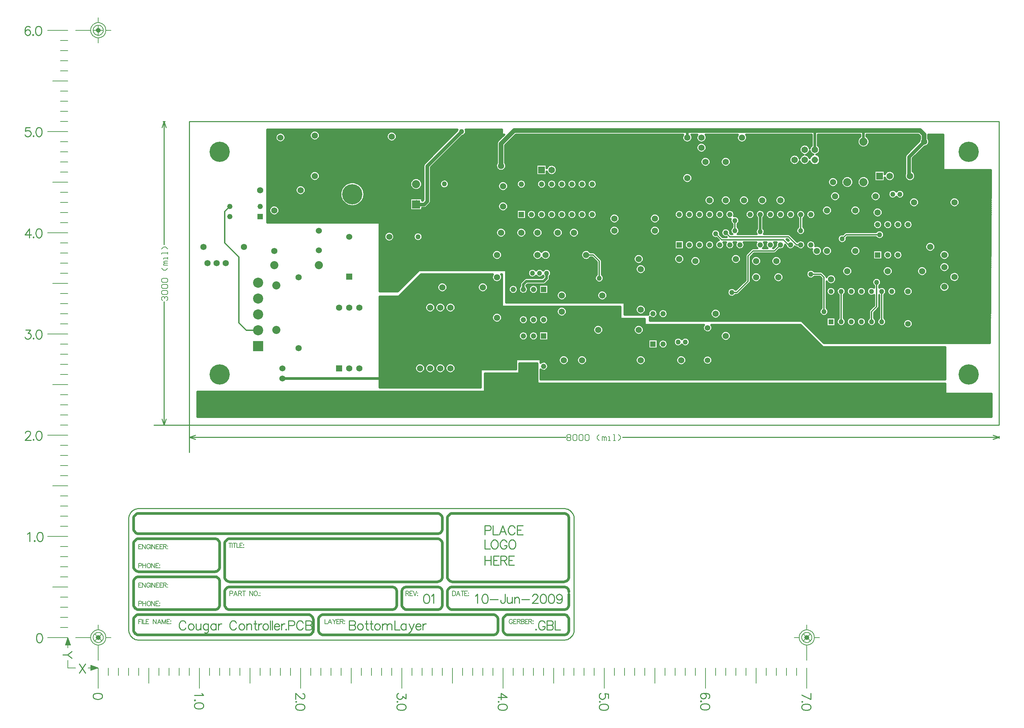
<source format=gbl>
%FSLAX23Y23*%
%MOIN*%
G70*
G01*
G75*
%ADD10C,0.021*%
%ADD11C,0.012*%
%ADD12C,0.035*%
%ADD13C,0.025*%
%ADD14C,0.045*%
%ADD15C,0.055*%
%ADD16C,0.009*%
%ADD17C,0.008*%
%ADD18C,0.010*%
%ADD19C,0.006*%
%ADD20C,0.005*%
%ADD21C,0.060*%
%ADD22C,0.200*%
%ADD23C,0.062*%
%ADD24R,0.062X0.062*%
%ADD25R,0.052X0.052*%
%ADD26C,0.052*%
%ADD27C,0.080*%
%ADD28C,0.055*%
%ADD29R,0.050X0.050*%
%ADD30C,0.050*%
%ADD31C,0.120*%
%ADD32R,0.060X0.060*%
%ADD33R,0.100X0.100*%
%ADD34C,0.100*%
%ADD35R,0.080X0.080*%
%ADD36P,0.065X8X0*%
%ADD37C,0.065*%
%ADD38R,0.065X0.065*%
D10*
X14013Y10372D02*
X14012Y10382D01*
X14009Y10391D01*
X14004Y10400D01*
X13922D02*
X13918Y10391D01*
X13915Y10382D01*
X13914Y10373D01*
X13965Y10322D02*
X13974Y10324D01*
X13983Y10326D01*
X13991Y10331D01*
X13999Y10337D01*
X14005Y10345D01*
X14009Y10353D01*
X14012Y10362D01*
X14013Y10372D01*
X13788Y10247D02*
X13782Y10240D01*
X13778Y10231D01*
X13777Y10222D01*
X13788Y10247D02*
X13782Y10240D01*
X13778Y10231D01*
X13777Y10222D01*
X13874Y10032D02*
X13873Y10042D01*
X13870Y10052D01*
X13865Y10061D01*
X13858Y10069D01*
X13849Y10076D01*
X13777Y10054D02*
X13774Y10044D01*
X13772Y10034D01*
X13773Y10024D01*
X13775Y10014D01*
X13780Y10005D01*
X13786Y9997D01*
X13793Y9990D01*
X13802Y9985D01*
X13812Y9982D01*
X13822Y9981D01*
X13832Y9982D01*
X13842Y9984D01*
X13851Y9989D01*
X13859Y9995D01*
X13865Y10003D01*
X13870Y10012D01*
X13873Y10022D01*
X13874Y10032D01*
X13674Y10032D02*
X13673Y10041D01*
X13670Y10051D01*
X13666Y10059D01*
X13660Y10067D01*
X13653Y10073D01*
X13644Y10078D01*
X13635Y10081D01*
X13625Y10083D01*
X13616Y10082D01*
X13606Y10080D01*
X13597Y10076D01*
X13590Y10070D01*
X13583Y10063D01*
X13578Y10055D01*
X13574Y10046D01*
X13422Y10372D02*
X13421Y10382D01*
X13418Y10391D01*
X13414Y10400D01*
X13409Y10408D01*
X13402Y10416D01*
X13394Y10421D01*
X13332D02*
X13324Y10415D01*
X13317Y10408D01*
X13312Y10399D01*
X13308Y10390D01*
X13305Y10380D01*
X13305Y10370D01*
X13306Y10360D01*
X13309Y10351D01*
X13313Y10341D01*
X13319Y10333D01*
X13326Y10326D01*
X13335Y10321D01*
X13344Y10317D01*
X13354Y10314D01*
X13364Y10313D01*
X13374Y10314D01*
X13384Y10317D01*
X13393Y10321D01*
X13401Y10327D01*
X13408Y10334D01*
X13414Y10343D01*
X13418Y10352D01*
X13421Y10362D01*
X13422Y10372D01*
X13574Y10018D02*
X13578Y10009D01*
X13583Y10000D01*
X13590Y9993D01*
X13597Y9988D01*
X13606Y9984D01*
X13616Y9981D01*
X13625Y9981D01*
X13635Y9982D01*
X13644Y9985D01*
X13653Y9990D01*
X13660Y9997D01*
X13666Y10004D01*
X13670Y10013D01*
X13673Y10022D01*
X13674Y10032D01*
X13422Y9972D02*
X13421Y9982D01*
X13418Y9991D01*
X13414Y10000D01*
X13409Y10009D01*
X13402Y10016D01*
X13394Y10022D01*
X13385Y10026D01*
X13375Y10029D01*
X13366Y10030D01*
X13356Y10030D01*
X13346Y10028D01*
X13337Y10024D01*
X13328Y10019D01*
X13321Y10012D01*
X13315Y10005D01*
X13310Y9996D01*
X13307Y9987D01*
X13305Y9977D01*
Y9967D01*
X13307Y9957D01*
X13310Y9948D01*
X13315Y9939D01*
X13321Y9931D01*
X13328Y9925D01*
X13337Y9920D01*
X13346Y9916D01*
X13356Y9914D01*
X13366Y9913D01*
X13375Y9915D01*
X13385Y9918D01*
X13394Y9922D01*
X13402Y9928D01*
X13409Y9935D01*
X13414Y9943D01*
X13418Y9952D01*
X13421Y9962D01*
X13422Y9972D01*
X13262D02*
X13261Y9982D01*
X13258Y9991D01*
X13254Y10000D01*
X13249Y10009D01*
X13242Y10016D01*
X13234Y10022D01*
X13225Y10026D01*
X13215Y10029D01*
X13206Y10030D01*
X13196Y10030D01*
X13186Y10028D01*
X13177Y10024D01*
X13168Y10019D01*
X13161Y10012D01*
X13155Y10005D01*
X13150Y9996D01*
X13147Y9987D01*
X13145Y9977D01*
Y9967D01*
X13147Y9957D01*
X13150Y9948D01*
X13155Y9939D01*
X13161Y9931D01*
X13168Y9925D01*
X13177Y9920D01*
X13186Y9916D01*
X13196Y9914D01*
X13206Y9913D01*
X13215Y9915D01*
X13225Y9918D01*
X13234Y9922D01*
X13242Y9928D01*
X13249Y9935D01*
X13254Y9943D01*
X13258Y9952D01*
X13261Y9962D01*
X13262Y9972D01*
X13113D02*
X13112Y9982D01*
X13109Y9991D01*
X13104Y10000D01*
X13097Y10008D01*
X13089Y10014D01*
X13080Y10018D01*
X13071Y10021D01*
X13061Y10021D01*
X13051Y10020D01*
X13041Y10016D01*
X13033Y10011D01*
X13026Y10004D01*
X13020Y9996D01*
X13016Y9987D01*
X13014Y9977D01*
Y9967D01*
X13016Y9957D01*
X13020Y9948D01*
X13026Y9940D01*
X13033Y9933D01*
X13041Y9927D01*
X13051Y9924D01*
X13061Y9922D01*
X13071Y9923D01*
X13080Y9925D01*
X13089Y9930D01*
X13097Y9936D01*
X13104Y9944D01*
X13109Y9952D01*
X13112Y9962D01*
X13113Y9972D01*
X14313Y9772D02*
X14312Y9782D01*
X14309Y9791D01*
X14304Y9800D01*
X14297Y9808D01*
X14289Y9814D01*
X14280Y9818D01*
X14271Y9821D01*
X14261Y9821D01*
X14251Y9820D01*
X14241Y9816D01*
X14233Y9811D01*
X14226Y9804D01*
X14220Y9796D01*
X14216Y9787D01*
X14214Y9777D01*
Y9767D01*
X14216Y9757D01*
X14220Y9748D01*
X14226Y9740D01*
X14233Y9733D01*
X14241Y9727D01*
X14251Y9724D01*
X14261Y9722D01*
X14271Y9723D01*
X14280Y9725D01*
X14289Y9730D01*
X14297Y9736D01*
X14304Y9744D01*
X14309Y9752D01*
X14312Y9762D01*
X14313Y9772D01*
X13913D02*
X13912Y9782D01*
X13909Y9791D01*
X13904Y9800D01*
X13897Y9808D01*
X13889Y9814D01*
X13880Y9818D01*
X13871Y9821D01*
X13861Y9821D01*
X13851Y9820D01*
X13841Y9816D01*
X13833Y9811D01*
X13826Y9804D01*
X13820Y9796D01*
X13816Y9787D01*
X13814Y9777D01*
Y9767D01*
X13816Y9757D01*
X13820Y9748D01*
X13826Y9740D01*
X13833Y9733D01*
X13841Y9727D01*
X13851Y9724D01*
X13861Y9722D01*
X13871Y9723D01*
X13880Y9725D01*
X13889Y9730D01*
X13897Y9736D01*
X13904Y9744D01*
X13909Y9752D01*
X13912Y9762D01*
X13913Y9772D01*
X13767Y9852D02*
X13765Y9862D01*
X13762Y9871D01*
X13757Y9879D01*
X13750Y9886D01*
X13741Y9891D01*
X13732Y9894D01*
X13722Y9895D01*
X13712Y9894D01*
X13703Y9890D01*
X13695Y9885D01*
X13688Y9878D01*
Y9826D02*
X13695Y9819D01*
X13703Y9813D01*
X13712Y9810D01*
X13722Y9808D01*
X13732Y9809D01*
X13741Y9812D01*
X13750Y9817D01*
X13757Y9824D01*
X13762Y9833D01*
X13765Y9842D01*
X13767Y9852D01*
X13688Y9878D02*
X13681Y9885D01*
X13673Y9890D01*
X13664Y9894D01*
X13654Y9895D01*
X13644Y9894D01*
X13635Y9891D01*
X13626Y9886D01*
X13619Y9879D01*
X13614Y9871D01*
X13611Y9862D01*
X13610Y9852D01*
X13611Y9842D01*
X13614Y9833D01*
X13619Y9824D01*
X13626Y9817D01*
X13635Y9812D01*
X13644Y9809D01*
X13654Y9808D01*
X13664Y9810D01*
X13673Y9813D01*
X13681Y9819D01*
X13688Y9826D01*
X13848Y9552D02*
X13847Y9562D01*
X13843Y9571D01*
X13838Y9580D01*
X13831Y9587D01*
X13822Y9592D01*
X13813Y9595D01*
X13803Y9596D01*
X13793Y9595D01*
X13784Y9592D01*
X13775Y9587D01*
X13768Y9580D01*
X13763Y9571D01*
X13760Y9562D01*
X13759Y9552D01*
X13760Y9542D01*
X13763Y9532D01*
X13768Y9524D01*
X13775Y9517D01*
X13784Y9512D01*
X13793Y9508D01*
X13803Y9507D01*
X13813Y9508D01*
X13822Y9512D01*
X13831Y9517D01*
X13838Y9524D01*
X13843Y9532D01*
X13847Y9542D01*
X13848Y9552D01*
X13748D02*
X13747Y9562D01*
X13743Y9571D01*
X13738Y9580D01*
X13731Y9587D01*
X13722Y9592D01*
X13713Y9595D01*
X13703Y9596D01*
X13693Y9595D01*
X13684Y9592D01*
X13675Y9587D01*
X13668Y9580D01*
X13663Y9571D01*
X13660Y9562D01*
X13659Y9552D01*
X13660Y9542D01*
X13663Y9532D01*
X13668Y9524D01*
X13675Y9517D01*
X13684Y9512D01*
X13693Y9508D01*
X13703Y9507D01*
X13713Y9508D01*
X13722Y9512D01*
X13731Y9517D01*
X13738Y9524D01*
X13743Y9532D01*
X13747Y9542D01*
X13748Y9552D01*
X13648D02*
X13647Y9562D01*
X13643Y9571D01*
X13638Y9580D01*
X13631Y9587D01*
X13622Y9592D01*
X13613Y9595D01*
X13603Y9596D01*
X13593Y9595D01*
X13584Y9592D01*
X13575Y9587D01*
X13568Y9580D01*
X13563Y9571D01*
X13560Y9562D01*
X13559Y9552D01*
X13560Y9542D01*
X13563Y9532D01*
X13568Y9524D01*
X13575Y9517D01*
X13584Y9512D01*
X13593Y9508D01*
X13603Y9507D01*
X13613Y9508D01*
X13622Y9512D01*
X13631Y9517D01*
X13638Y9524D01*
X13643Y9532D01*
X13647Y9542D01*
X13648Y9552D01*
X13567Y9452D02*
X13565Y9462D01*
X13562Y9471D01*
X13557Y9480D01*
X13549Y9487D01*
X13541Y9492D01*
X13531Y9495D01*
X13521Y9495D01*
X13511Y9494D01*
X13502Y9490D01*
X13494Y9484D01*
X13487Y9476D01*
Y9427D02*
X13494Y9420D01*
X13502Y9414D01*
X13511Y9410D01*
X13521Y9408D01*
X13531Y9409D01*
X13541Y9412D01*
X13549Y9417D01*
X13557Y9424D01*
X13562Y9432D01*
X13565Y9442D01*
X13567Y9452D01*
X13533Y9832D02*
X13532Y9842D01*
X13529Y9851D01*
X13524Y9860D01*
X13517Y9868D01*
X13509Y9874D01*
X13500Y9878D01*
X13491Y9881D01*
X13481Y9881D01*
X13471Y9880D01*
X13461Y9876D01*
X13453Y9871D01*
X13446Y9864D01*
X13440Y9856D01*
X13436Y9847D01*
X13434Y9837D01*
Y9827D01*
X13436Y9817D01*
X13440Y9808D01*
X13446Y9800D01*
X13453Y9793D01*
X13461Y9787D01*
X13471Y9784D01*
X13481Y9782D01*
X13491Y9783D01*
X13500Y9785D01*
X13509Y9790D01*
X13517Y9796D01*
X13524Y9804D01*
X13529Y9812D01*
X13532Y9822D01*
X13533Y9832D01*
X13553Y9672D02*
X13552Y9682D01*
X13549Y9691D01*
X13544Y9700D01*
X13537Y9708D01*
X13529Y9714D01*
X13520Y9718D01*
X13511Y9721D01*
X13501Y9721D01*
X13491Y9720D01*
X13481Y9716D01*
X13473Y9711D01*
X13466Y9704D01*
X13460Y9696D01*
X13456Y9687D01*
X13454Y9677D01*
Y9667D01*
X13456Y9657D01*
X13460Y9648D01*
X13466Y9640D01*
X13473Y9633D01*
X13481Y9627D01*
X13491Y9624D01*
X13501Y9622D01*
X13511Y9623D01*
X13520Y9625D01*
X13529Y9630D01*
X13537Y9636D01*
X13544Y9644D01*
X13549Y9652D01*
X13552Y9662D01*
X13553Y9672D01*
X13133Y9832D02*
X13132Y9842D01*
X13129Y9851D01*
X13124Y9860D01*
X13117Y9868D01*
X13109Y9874D01*
X13100Y9878D01*
X13091Y9881D01*
X13081Y9881D01*
X13071Y9880D01*
X13061Y9876D01*
X13053Y9871D01*
X13046Y9864D01*
X13040Y9856D01*
X13036Y9847D01*
X13034Y9837D01*
Y9827D01*
X13036Y9817D01*
X13040Y9808D01*
X13046Y9800D01*
X13053Y9793D01*
X13061Y9787D01*
X13071Y9784D01*
X13081Y9782D01*
X13091Y9783D01*
X13100Y9785D01*
X13109Y9790D01*
X13117Y9796D01*
X13124Y9804D01*
X13129Y9812D01*
X13132Y9822D01*
X13133Y9832D01*
X13333Y9692D02*
X13332Y9702D01*
X13329Y9711D01*
X13324Y9720D01*
X13317Y9728D01*
X13309Y9734D01*
X13300Y9738D01*
X13291Y9741D01*
X13281Y9741D01*
X13271Y9740D01*
X13261Y9736D01*
X13253Y9731D01*
X13246Y9724D01*
X13240Y9716D01*
X13236Y9707D01*
X13234Y9697D01*
Y9687D01*
X13236Y9677D01*
X13240Y9668D01*
X13246Y9660D01*
X13253Y9653D01*
X13261Y9647D01*
X13271Y9644D01*
X13281Y9642D01*
X13291Y9643D01*
X13300Y9645D01*
X13309Y9650D01*
X13317Y9656D01*
X13324Y9664D01*
X13329Y9672D01*
X13332Y9682D01*
X13333Y9692D01*
X13053D02*
X13052Y9702D01*
X13049Y9711D01*
X13044Y9720D01*
X13037Y9728D01*
X13029Y9734D01*
X13020Y9738D01*
X13011Y9741D01*
X13001Y9741D01*
X12991Y9740D01*
X12981Y9736D01*
X12973Y9731D01*
X12966Y9724D01*
X12960Y9716D01*
X12956Y9707D01*
X12954Y9697D01*
Y9687D01*
X12956Y9677D01*
X12960Y9668D01*
X12966Y9660D01*
X12973Y9653D01*
X12981Y9647D01*
X12991Y9644D01*
X13001Y9642D01*
X13011Y9643D01*
X13020Y9645D01*
X13029Y9650D01*
X13037Y9656D01*
X13044Y9664D01*
X13049Y9672D01*
X13052Y9682D01*
X13053Y9692D01*
X13548Y9552D02*
X13547Y9562D01*
X13543Y9571D01*
X13538Y9580D01*
X13531Y9587D01*
X13522Y9592D01*
X13513Y9595D01*
X13503Y9596D01*
X13493Y9595D01*
X13484Y9592D01*
X13475Y9587D01*
X13468Y9580D01*
X13463Y9571D01*
X13460Y9562D01*
X13459Y9552D01*
X13460Y9542D01*
X13463Y9532D01*
X13468Y9524D01*
X13475Y9517D01*
X13484Y9512D01*
X13493Y9508D01*
X13503Y9507D01*
X13513Y9508D01*
X13522Y9512D01*
X13531Y9517D01*
X13538Y9524D01*
X13543Y9532D01*
X13547Y9542D01*
X13548Y9552D01*
X13193Y9476D02*
X13184Y9474D01*
X13176Y9469D01*
X13193Y9476D02*
X13184Y9474D01*
X13176Y9469D01*
X13197Y9412D02*
X13196Y9420D01*
X13161Y9455D02*
X13151Y9455D01*
X13141Y9454D01*
X13132Y9450D01*
X13124Y9444D01*
X13117Y9436D01*
X13112Y9427D01*
X13110Y9417D01*
X13110Y9407D01*
X13112Y9397D01*
X13117Y9388D01*
X13123Y9380D01*
X13131Y9374D01*
X13140Y9370D01*
X13150Y9368D01*
X13161Y9369D01*
X13170Y9372D01*
X13179Y9377D01*
X13186Y9384D01*
X13192Y9392D01*
X13195Y9402D01*
X13197Y9412D01*
X12934Y10292D02*
X12933Y10301D01*
X12931Y10310D01*
X12927Y10318D01*
X12921Y10326D01*
X12914Y10332D01*
X12897Y10243D02*
X12906Y10246D01*
X12914Y10251D01*
X12921Y10258D01*
X12927Y10265D01*
X12931Y10273D01*
X12933Y10282D01*
X12934Y10292D01*
X12852Y10332D02*
X12845Y10326D01*
X12840Y10319D01*
X12836Y10311D01*
X12833Y10302D01*
Y10282D02*
X12836Y10273D01*
X12840Y10265D01*
X12846Y10257D01*
X12852Y10251D01*
X12860Y10246D01*
X12869Y10243D01*
X12793Y10242D02*
X12803Y10245D01*
X12811Y10249D01*
X12819Y10256D01*
X12826Y10263D01*
X12830Y10272D01*
X12833Y10282D01*
Y10302D02*
X12830Y10311D01*
X12825Y10320D01*
X12819Y10328D01*
X12811Y10334D01*
X12803Y10339D01*
X12793Y10342D01*
X12783Y10343D01*
X12773Y10342D01*
X12764Y10339D01*
X12755Y10334D01*
X12747Y10328D01*
X12741Y10320D01*
X12736Y10311D01*
X12733Y10302D01*
X12732Y10292D01*
X12733Y10282D01*
X12736Y10272D01*
X12741Y10264D01*
X12747Y10256D01*
X12755Y10249D01*
X12764Y10245D01*
X12773Y10242D01*
X12832Y10206D02*
X12829Y10215D01*
X12824Y10222D01*
X12818Y10229D01*
X12810Y10235D01*
X12802Y10239D01*
X12793Y10242D01*
X12773D02*
X12764Y10239D01*
X12755Y10234D01*
X12747Y10228D01*
X12741Y10220D01*
X12736Y10211D01*
X12733Y10202D01*
Y10182D02*
X12736Y10172D01*
X12740Y10164D01*
X12746Y10156D01*
X12754Y10150D01*
X12762Y10145D01*
X12771Y10142D01*
X12781Y10141D01*
X12791Y10141D01*
X12800Y10144D01*
X12809Y10148D01*
X12817Y10153D01*
X12823Y10160D01*
X12829Y10169D01*
X12832Y10178D01*
X12888Y9652D02*
X12887Y9662D01*
X12883Y9671D01*
X12878Y9680D01*
X12871Y9687D01*
X12862Y9692D01*
X12853Y9695D01*
X12843Y9696D01*
X12833Y9695D01*
X12824Y9692D01*
X12815Y9687D01*
X12808Y9680D01*
X12803Y9671D01*
X12800Y9662D01*
X12799Y9652D01*
X12800Y9642D01*
X12803Y9632D01*
X12808Y9624D01*
X12815Y9617D01*
X12824Y9612D01*
X12833Y9608D01*
X12843Y9607D01*
X12853Y9608D01*
X12862Y9612D01*
X12871Y9617D01*
X12878Y9624D01*
X12883Y9632D01*
X12887Y9642D01*
X12888Y9652D01*
X12788D02*
X12786Y9662D01*
X12783Y9672D01*
X12777Y9680D01*
X12770Y9687D01*
X12761Y9692D01*
X12752Y9695D01*
X12742Y9696D01*
X12731Y9695D01*
X12722Y9691D01*
X12714Y9685D01*
X12707Y9678D01*
X12702Y9669D01*
X12699Y9659D01*
X12699Y9649D01*
X12701Y9639D01*
X12705Y9629D01*
X12711Y9621D01*
X12719Y9615D01*
X12733Y10202D02*
X12730Y10211D01*
X12725Y10220D01*
X12719Y10228D01*
X12711Y10234D01*
X12703Y10239D01*
X12693Y10242D01*
X12683Y10243D01*
X12673Y10242D01*
X12664Y10239D01*
X12655Y10234D01*
X12647Y10228D01*
X12641Y10220D01*
X12636Y10211D01*
X12633Y10202D01*
X12632Y10192D01*
X12633Y10182D01*
X12636Y10172D01*
X12641Y10163D01*
X12647Y10156D01*
X12655Y10149D01*
X12664Y10145D01*
X12673Y10142D01*
X12683Y10141D01*
X12693Y10142D01*
X12703Y10145D01*
X12711Y10149D01*
X12719Y10156D01*
X12725Y10163D01*
X12730Y10172D01*
X12733Y10182D01*
X12688Y9652D02*
X12687Y9662D01*
X12683Y9671D01*
X12678Y9680D01*
X12671Y9687D01*
X12662Y9692D01*
X12653Y9695D01*
X12643Y9696D01*
X12633Y9695D01*
X12624Y9692D01*
X12615Y9687D01*
X12608Y9680D01*
X12603Y9671D01*
X12600Y9662D01*
X12599Y9652D01*
X12600Y9642D01*
X12603Y9632D01*
X12608Y9624D01*
X12615Y9617D01*
X12624Y9612D01*
X12633Y9608D01*
X12643Y9607D01*
X12653Y9608D01*
X12662Y9612D01*
X12671Y9617D01*
X12678Y9624D01*
X12683Y9632D01*
X12687Y9642D01*
X12688Y9652D01*
X12213Y10412D02*
X12212Y10422D01*
X12208Y10432D01*
X12203Y10441D01*
X12123D02*
X12118Y10432D01*
X12115Y10423D01*
X12114Y10413D01*
X12114Y10404D01*
X12117Y10394D01*
X12121Y10385D01*
X12127Y10378D01*
X12135Y10371D01*
X12143Y10366D01*
X12153Y10363D01*
X12162Y10362D01*
X12172Y10363D01*
X12182Y10366D01*
X12190Y10370D01*
X12198Y10377D01*
X12204Y10384D01*
X12209Y10393D01*
X12212Y10402D01*
X12213Y10412D01*
X12593Y9792D02*
X12592Y9802D01*
X12589Y9811D01*
X12584Y9820D01*
X12577Y9828D01*
X12569Y9834D01*
X12560Y9838D01*
X12551Y9841D01*
X12541Y9841D01*
X12531Y9840D01*
X12521Y9836D01*
X12513Y9831D01*
X12506Y9824D01*
X12500Y9816D01*
X12496Y9807D01*
X12494Y9797D01*
Y9787D01*
X12496Y9777D01*
X12500Y9768D01*
X12506Y9760D01*
X12513Y9753D01*
X12521Y9747D01*
X12531Y9744D01*
X12541Y9742D01*
X12551Y9743D01*
X12560Y9745D01*
X12569Y9750D01*
X12577Y9756D01*
X12584Y9764D01*
X12589Y9772D01*
X12592Y9782D01*
X12593Y9792D01*
X12413D02*
X12412Y9802D01*
X12409Y9811D01*
X12404Y9820D01*
X12397Y9828D01*
X12389Y9834D01*
X12380Y9838D01*
X12371Y9841D01*
X12361Y9841D01*
X12351Y9840D01*
X12341Y9836D01*
X12333Y9831D01*
X12326Y9824D01*
X12320Y9816D01*
X12316Y9807D01*
X12314Y9797D01*
Y9787D01*
X12316Y9777D01*
X12320Y9768D01*
X12326Y9760D01*
X12333Y9753D01*
X12341Y9747D01*
X12351Y9744D01*
X12361Y9742D01*
X12371Y9743D01*
X12380Y9745D01*
X12389Y9750D01*
X12397Y9756D01*
X12404Y9764D01*
X12409Y9772D01*
X12412Y9782D01*
X12413Y9792D01*
X12588Y9652D02*
X12587Y9662D01*
X12583Y9671D01*
X12578Y9680D01*
X12571Y9687D01*
X12562Y9692D01*
X12553Y9695D01*
X12543Y9696D01*
X12533Y9695D01*
X12524Y9692D01*
X12515Y9687D01*
X12508Y9680D01*
X12503Y9671D01*
X12500Y9662D01*
X12499Y9652D01*
X12500Y9642D01*
X12503Y9632D01*
X12508Y9624D01*
X12515Y9617D01*
X12524Y9612D01*
X12533Y9608D01*
X12543Y9607D01*
X12553Y9608D01*
X12562Y9612D01*
X12571Y9617D01*
X12578Y9624D01*
X12583Y9632D01*
X12587Y9642D01*
X12588Y9652D01*
X12488D02*
X12487Y9662D01*
X12483Y9671D01*
X12478Y9680D01*
X12471Y9687D01*
X12462Y9692D01*
X12453Y9695D01*
X12443Y9696D01*
X12433Y9695D01*
X12424Y9692D01*
X12415Y9687D01*
X12408Y9680D01*
X12403Y9671D01*
X12400Y9662D01*
X12399Y9652D01*
X12400Y9642D01*
X12403Y9632D01*
X12408Y9624D01*
X12415Y9617D01*
X12424Y9612D01*
X12433Y9608D01*
X12443Y9607D01*
X12453Y9608D01*
X12462Y9612D01*
X12471Y9617D01*
X12478Y9624D01*
X12483Y9632D01*
X12487Y9642D01*
X12488Y9652D01*
X12388D02*
X12387Y9661D01*
X12383Y9671D01*
X12378Y9679D01*
X12372Y9686D01*
X12364Y9691D01*
X12354Y9695D01*
X12345Y9696D01*
X12335Y9696D01*
X12326Y9693D01*
X12317Y9688D01*
X12310Y9682D01*
X12304Y9674D01*
X12301Y9665D01*
X12299Y9655D01*
X12299Y9645D01*
X12302Y9636D01*
X12306Y9627D01*
X12312Y9620D01*
X12233Y9792D02*
X12232Y9802D01*
X12229Y9811D01*
X12224Y9820D01*
X12217Y9828D01*
X12209Y9834D01*
X12200Y9838D01*
X12191Y9841D01*
X12181Y9841D01*
X12171Y9840D01*
X12161Y9836D01*
X12153Y9831D01*
X12146Y9824D01*
X12140Y9816D01*
X12136Y9807D01*
X12134Y9797D01*
Y9787D01*
X12136Y9777D01*
X12140Y9768D01*
X12146Y9760D01*
X12153Y9753D01*
X12161Y9747D01*
X12171Y9744D01*
X12181Y9742D01*
X12191Y9743D01*
X12200Y9745D01*
X12209Y9750D01*
X12217Y9756D01*
X12224Y9764D01*
X12229Y9772D01*
X12232Y9782D01*
X12233Y9792D01*
X12288Y9652D02*
X12287Y9662D01*
X12283Y9671D01*
X12278Y9680D01*
X12271Y9687D01*
X12262Y9692D01*
X12253Y9695D01*
X12243Y9696D01*
X12233Y9695D01*
X12224Y9692D01*
X12215Y9687D01*
X12208Y9680D01*
X12203Y9671D01*
X12200Y9662D01*
X12199Y9652D01*
X12200Y9642D01*
X12203Y9632D01*
X12208Y9624D01*
X12215Y9617D01*
X12224Y9612D01*
X12233Y9608D01*
X12243Y9607D01*
X12253Y9608D01*
X12262Y9612D01*
X12271Y9617D01*
X12278Y9624D01*
X12283Y9632D01*
X12287Y9642D01*
X12288Y9652D01*
X12088D02*
X12087Y9662D01*
X12083Y9671D01*
X12078Y9680D01*
X12071Y9687D01*
X12062Y9692D01*
X12053Y9695D01*
X12043Y9696D01*
X12033Y9695D01*
X12024Y9692D01*
X12015Y9687D01*
X12008Y9680D01*
X12003Y9671D01*
X12000Y9662D01*
X11999Y9652D01*
X12000Y9642D01*
X12003Y9633D01*
X12008Y9624D01*
X12015Y9617D01*
X12024Y9612D01*
X12033Y9608D01*
X12043Y9607D01*
X12053Y9608D01*
X12768Y9615D02*
X12776Y9622D01*
X12782Y9631D01*
X12786Y9641D01*
X12788Y9652D01*
X12787Y9492D02*
X12785Y9502D01*
X12782Y9512D01*
X12776Y9521D01*
X12768Y9528D01*
X12719D02*
X12711Y9521D01*
X12705Y9513D01*
X12701Y9504D01*
X12700Y9494D01*
X12700Y9484D01*
X12703Y9475D01*
X12708Y9466D01*
X12715Y9459D01*
X12723Y9453D01*
X12732Y9450D01*
X12742Y9448D01*
X12752Y9449D01*
X12761Y9452D01*
X12770Y9457D01*
X12777Y9464D01*
X12782Y9473D01*
X12785Y9482D01*
X12787Y9492D01*
X12640Y9449D02*
X12632Y9454D01*
X12623Y9456D01*
X12640Y9449D02*
X12633Y9454D01*
X12623Y9456D01*
X12885Y9338D02*
X12888Y9352D01*
X12788D02*
X12787Y9362D01*
X12783Y9371D01*
X12778Y9379D01*
X12771Y9386D01*
X12763Y9392D01*
X12754Y9395D01*
X12744Y9396D01*
X12734Y9395D01*
X12725Y9392D01*
X12716Y9387D01*
X12709Y9380D01*
X12627Y9393D02*
X12620Y9390D01*
X12507Y9377D02*
X12502Y9369D01*
X12500Y9361D01*
X12499Y9352D01*
X12500Y9343D01*
X12488Y9352D02*
X12487Y9361D01*
X12484Y9369D01*
X12480Y9377D01*
X12686Y9334D02*
X12694Y9329D01*
X12703Y9327D01*
X12374Y9620D02*
X12380Y9627D01*
X12384Y9634D01*
X12387Y9643D01*
X12388Y9652D01*
X12387Y9482D02*
X12385Y9493D01*
X12381Y9503D01*
X12374Y9512D01*
X12084Y9634D02*
X12087Y9643D01*
X12088Y9652D01*
X12137Y9592D02*
X12136Y9601D01*
X12132Y9611D01*
X12127Y9619D01*
X12120Y9626D01*
X12112Y9631D01*
X12103Y9634D01*
X12094Y9635D01*
X12084Y9634D01*
X12118Y9556D02*
X12126Y9563D01*
X12132Y9571D01*
X12135Y9581D01*
X12137Y9592D01*
Y9492D02*
X12135Y9502D01*
X12132Y9512D01*
X12126Y9521D01*
X12118Y9528D01*
X12053Y9608D02*
X12050Y9599D01*
X12050Y9589D01*
X12051Y9579D01*
X12055Y9570D01*
X12061Y9562D01*
X12069Y9556D01*
X12378Y9456D02*
X12383Y9464D01*
X12386Y9473D01*
X12387Y9482D01*
X12312Y9512D02*
X12306Y9504D01*
X12302Y9495D01*
X12300Y9485D01*
X12300Y9475D01*
X12303Y9465D01*
X12308Y9456D01*
X12388Y9352D02*
X12387Y9361D01*
X12384Y9369D01*
X12380Y9377D01*
X12188Y9352D02*
X12187Y9361D01*
X12184Y9369D01*
X12180Y9377D01*
X12118Y9456D02*
X12126Y9463D01*
X12132Y9472D01*
X12135Y9482D01*
X12137Y9492D01*
X12069Y9528D02*
X12061Y9521D01*
X12055Y9512D01*
X12051Y9503D01*
X12050Y9492D01*
X12051Y9482D01*
X12054Y9472D01*
X12060Y9463D01*
X12068Y9456D01*
X12046Y9464D02*
X12047Y9472D01*
X12088Y9352D02*
X12087Y9361D01*
X12084Y9369D01*
X12080Y9377D01*
X14213Y9252D02*
X14212Y9262D01*
X14209Y9271D01*
X14204Y9280D01*
X14197Y9288D01*
X14189Y9294D01*
X14180Y9298D01*
X14171Y9301D01*
X14161Y9301D01*
X14151Y9300D01*
X14141Y9296D01*
X14133Y9291D01*
X14126Y9284D01*
X14120Y9276D01*
X14116Y9267D01*
X14114Y9257D01*
Y9247D01*
X14116Y9237D01*
X14120Y9228D01*
X14126Y9220D01*
X14133Y9213D01*
X14141Y9207D01*
X14151Y9204D01*
X14161Y9202D01*
X14171Y9203D01*
X14180Y9205D01*
X14189Y9210D01*
X14197Y9216D01*
X14204Y9224D01*
X14209Y9232D01*
X14212Y9242D01*
X14213Y9252D01*
Y9132D02*
X14212Y9142D01*
X14209Y9151D01*
X14204Y9160D01*
X14197Y9168D01*
X14189Y9174D01*
X14180Y9178D01*
X14171Y9181D01*
X14161Y9181D01*
X14151Y9180D01*
X14141Y9176D01*
X14133Y9171D01*
X14126Y9164D01*
X14120Y9156D01*
X14116Y9147D01*
X14114Y9137D01*
Y9127D01*
X14116Y9117D01*
X14120Y9108D01*
X14126Y9100D01*
X14133Y9093D01*
X14141Y9087D01*
X14151Y9084D01*
X14161Y9082D01*
X14171Y9083D01*
X14180Y9085D01*
X14189Y9090D01*
X14197Y9096D01*
X14204Y9104D01*
X14209Y9112D01*
X14212Y9122D01*
X14213Y9132D01*
X14073Y9332D02*
X14072Y9342D01*
X14069Y9351D01*
X14064Y9360D01*
X14057Y9368D01*
X14049Y9374D01*
X14040Y9378D01*
X14031Y9381D01*
X14021Y9381D01*
X14011Y9380D01*
X14001Y9376D01*
X13993Y9371D01*
X13986Y9364D01*
X13980Y9356D01*
X13976Y9347D01*
X13974Y9337D01*
Y9327D01*
X13976Y9317D01*
X13980Y9308D01*
X13986Y9300D01*
X13993Y9293D01*
X14001Y9287D01*
X14011Y9284D01*
X14021Y9282D01*
X14031Y9283D01*
X14040Y9285D01*
X14049Y9290D01*
X14057Y9296D01*
X14064Y9304D01*
X14069Y9312D01*
X14072Y9322D01*
X14073Y9332D01*
X14311Y9034D02*
X14310Y9044D01*
X14307Y9053D01*
X14302Y9062D01*
X14295Y9070D01*
X14287Y9076D01*
X14278Y9080D01*
X14269Y9083D01*
X14259Y9083D01*
X14249Y9082D01*
X14239Y9078D01*
X14231Y9073D01*
X14224Y9066D01*
X14218Y9058D01*
X14214Y9049D01*
X14212Y9039D01*
Y9029D01*
X14214Y9019D01*
X14218Y9010D01*
X14224Y9002D01*
X14231Y8995D01*
X14239Y8989D01*
X14249Y8986D01*
X14259Y8984D01*
X14269Y8985D01*
X14278Y8987D01*
X14287Y8992D01*
X14295Y8998D01*
X14302Y9006D01*
X14307Y9014D01*
X14310Y9024D01*
X14311Y9034D01*
X13993Y9092D02*
X13992Y9102D01*
X13989Y9111D01*
X13984Y9120D01*
X13977Y9128D01*
X13969Y9134D01*
X13960Y9138D01*
X13951Y9141D01*
X13941Y9141D01*
X13931Y9140D01*
X13921Y9136D01*
X13913Y9131D01*
X13906Y9124D01*
X13900Y9116D01*
X13896Y9107D01*
X13894Y9097D01*
Y9087D01*
X13896Y9077D01*
X13900Y9068D01*
X13906Y9060D01*
X13913Y9053D01*
X13921Y9047D01*
X13931Y9044D01*
X13941Y9042D01*
X13951Y9043D01*
X13960Y9045D01*
X13969Y9050D01*
X13977Y9056D01*
X13984Y9064D01*
X13989Y9072D01*
X13992Y9082D01*
X13993Y9092D01*
X13748Y9252D02*
X13747Y9262D01*
X13743Y9271D01*
X13738Y9280D01*
X13731Y9287D01*
X13722Y9292D01*
X13713Y9295D01*
X13703Y9296D01*
X13693Y9295D01*
X13684Y9292D01*
X13675Y9287D01*
X13668Y9280D01*
X13663Y9271D01*
X13660Y9262D01*
X13659Y9252D01*
X13660Y9242D01*
X13663Y9232D01*
X13668Y9224D01*
X13675Y9217D01*
X13684Y9212D01*
X13693Y9208D01*
X13703Y9207D01*
X13713Y9208D01*
X13722Y9212D01*
X13731Y9217D01*
X13738Y9224D01*
X13743Y9232D01*
X13747Y9242D01*
X13748Y9252D01*
X13648D02*
X13647Y9262D01*
X13643Y9271D01*
X13638Y9280D01*
X13631Y9287D01*
X13622Y9292D01*
X13613Y9295D01*
X13603Y9296D01*
X13593Y9295D01*
X13584Y9292D01*
X13575Y9287D01*
X13568Y9280D01*
X13563Y9271D01*
X13560Y9262D01*
X13559Y9252D01*
X13560Y9242D01*
X13563Y9232D01*
X13568Y9224D01*
X13575Y9217D01*
X13584Y9212D01*
X13593Y9208D01*
X13603Y9207D01*
X13613Y9208D01*
X13622Y9212D01*
X13631Y9217D01*
X13638Y9224D01*
X13643Y9232D01*
X13647Y9242D01*
X13648Y9252D01*
X13333Y9292D02*
X13332Y9302D01*
X13329Y9311D01*
X13324Y9320D01*
X13317Y9328D01*
X13309Y9334D01*
X13300Y9338D01*
X13291Y9341D01*
X13281Y9341D01*
X13271Y9340D01*
X13261Y9336D01*
X13253Y9331D01*
X13246Y9324D01*
X13240Y9316D01*
X13236Y9307D01*
X13234Y9297D01*
Y9287D01*
X13236Y9277D01*
X13240Y9268D01*
X13246Y9260D01*
X13253Y9253D01*
X13261Y9247D01*
X13271Y9244D01*
X13281Y9242D01*
X13291Y9243D01*
X13300Y9245D01*
X13309Y9250D01*
X13317Y9256D01*
X13324Y9264D01*
X13329Y9272D01*
X13332Y9282D01*
X13333Y9292D01*
X13653Y9092D02*
X13652Y9102D01*
X13649Y9111D01*
X13644Y9120D01*
X13637Y9128D01*
X13629Y9134D01*
X13620Y9138D01*
X13611Y9141D01*
X13601Y9141D01*
X13591Y9140D01*
X13581Y9136D01*
X13573Y9131D01*
X13566Y9124D01*
X13560Y9116D01*
X13556Y9107D01*
X13554Y9097D01*
Y9087D01*
X13556Y9077D01*
X13560Y9068D01*
X13566Y9060D01*
X13573Y9053D01*
X13581Y9047D01*
X13591Y9044D01*
X13601Y9042D01*
X13611Y9043D01*
X13620Y9045D01*
X13629Y9050D01*
X13637Y9056D01*
X13644Y9064D01*
X13649Y9072D01*
X13652Y9082D01*
X13653Y9092D01*
X13537Y8982D02*
X13535Y8992D01*
X13532Y9001D01*
X13527Y9009D01*
X13520Y9016D01*
X13511Y9021D01*
X13502Y9024D01*
X13492Y9025D01*
X13482Y9024D01*
X13473Y9020D01*
X13465Y9015D01*
X13458Y9007D01*
X13453Y8999D01*
X13450Y8989D01*
X13450Y8979D01*
X13451Y8969D01*
X13455Y8960D01*
X13461Y8952D01*
X13469Y8946D01*
X14213Y8936D02*
X14212Y8946D01*
X14209Y8955D01*
X14204Y8964D01*
X14197Y8972D01*
X14189Y8978D01*
X14180Y8982D01*
X14171Y8985D01*
X14161Y8985D01*
X14151Y8984D01*
X14141Y8980D01*
X14133Y8975D01*
X14126Y8968D01*
X14120Y8960D01*
X14116Y8951D01*
X14114Y8941D01*
Y8931D01*
X14116Y8921D01*
X14120Y8912D01*
X14126Y8904D01*
X14133Y8897D01*
X14141Y8891D01*
X14151Y8888D01*
X14161Y8886D01*
X14171Y8887D01*
X14180Y8889D01*
X14189Y8894D01*
X14197Y8900D01*
X14204Y8908D01*
X14209Y8916D01*
X14212Y8926D01*
X14213Y8936D01*
X13849Y8892D02*
X13848Y8902D01*
X13845Y8911D01*
X13840Y8920D01*
X13833Y8927D01*
X13825Y8932D01*
X13815Y8936D01*
X13806Y8938D01*
X13796Y8937D01*
X13786Y8935D01*
X13777Y8930D01*
X13770Y8923D01*
X13764Y8916D01*
X13760Y8906D01*
X13757Y8897D01*
Y8887D01*
X13760Y8877D01*
X13764Y8868D01*
X13770Y8860D01*
X13777Y8854D01*
X13786Y8849D01*
X13796Y8846D01*
X13806Y8846D01*
X13815Y8847D01*
X13825Y8851D01*
X13833Y8857D01*
X13840Y8864D01*
X13845Y8872D01*
X13848Y8882D01*
X13849Y8892D01*
X13687D02*
X13685Y8902D01*
X13682Y8911D01*
X13676Y8920D01*
X13669Y8927D01*
X13660Y8932D01*
X13651Y8935D01*
X13641Y8935D01*
X13631Y8933D01*
X13621Y8929D01*
X13613Y8923D01*
X13607Y8916D01*
X13602Y8907D01*
X13600Y8897D01*
Y8887D01*
X13602Y8877D01*
X13607Y8868D01*
X13613Y8860D01*
X13621Y8854D01*
X13631Y8850D01*
X13641Y8848D01*
X13651Y8849D01*
X13660Y8852D01*
X13669Y8857D01*
X13676Y8864D01*
X13682Y8872D01*
X13685Y8882D01*
X13687Y8892D01*
X13518Y8946D02*
X13526Y8953D01*
X13532Y8961D01*
X13535Y8971D01*
X13537Y8982D01*
X13587Y8892D02*
X13586Y8901D01*
X13582Y8910D01*
X13578Y8918D01*
X13571Y8925D01*
X13563Y8931D01*
X13554Y8934D01*
X13545Y8935D01*
X13535Y8935D01*
X13526Y8932D01*
X13518Y8927D01*
X13568Y8856D02*
X13576Y8863D01*
X13582Y8871D01*
X13585Y8881D01*
X13587Y8892D01*
X13849Y8572D02*
X13848Y8582D01*
X13845Y8591D01*
X13840Y8600D01*
X13833Y8607D01*
X13825Y8612D01*
X13815Y8616D01*
X13806Y8618D01*
X13796Y8617D01*
X13786Y8615D01*
X13777Y8610D01*
X13770Y8603D01*
X13764Y8596D01*
X13760Y8586D01*
X13757Y8577D01*
Y8567D01*
X13760Y8557D01*
X13764Y8548D01*
X13770Y8540D01*
X13777Y8534D01*
X13786Y8529D01*
X13796Y8526D01*
X13806Y8526D01*
X13815Y8527D01*
X13825Y8531D01*
X13833Y8537D01*
X13840Y8544D01*
X13845Y8552D01*
X13848Y8562D01*
X13849Y8572D01*
X13587Y8592D02*
X13585Y8602D01*
X13582Y8612D01*
X13576Y8621D01*
X13568Y8628D01*
X13469Y8927D02*
X13460Y8932D01*
X13450Y8935D01*
X13440Y8935D01*
X13430Y8933D01*
X13421Y8929D01*
X13413Y8923D01*
X13407Y8916D01*
X13402Y8907D01*
X13400Y8897D01*
Y8887D01*
X13402Y8877D01*
X13407Y8868D01*
X13413Y8860D01*
X13421Y8854D01*
X13430Y8850D01*
X13440Y8848D01*
X13450Y8849D01*
X13460Y8852D01*
X13469Y8857D01*
X13510Y8724D02*
X13516Y8732D01*
X13518Y8742D01*
X13510Y8724D02*
X13516Y8732D01*
X13518Y8742D01*
X13387Y8892D02*
X13385Y8902D01*
X13382Y8911D01*
X13376Y8920D01*
X13369Y8927D01*
X13360Y8932D01*
X13351Y8935D01*
X13341Y8935D01*
X13331Y8933D01*
X13321Y8929D01*
X13313Y8923D01*
X13307Y8916D01*
X13302Y8907D01*
X13300Y8897D01*
Y8887D01*
X13302Y8877D01*
X13307Y8868D01*
X13313Y8860D01*
X13321Y8854D01*
X13331Y8850D01*
X13341Y8848D01*
X13351Y8849D01*
X13360Y8852D01*
X13369Y8857D01*
X13376Y8864D01*
X13382Y8872D01*
X13385Y8882D01*
X13387Y8892D01*
X13426Y8709D02*
X13420Y8701D01*
X13419Y8692D01*
X13426Y8709D02*
X13420Y8701D01*
X13419Y8692D01*
X13519Y8628D02*
X13511Y8621D01*
X13505Y8613D01*
X13501Y8604D01*
X13500Y8594D01*
X13500Y8584D01*
X13503Y8575D01*
X13508Y8566D01*
X13515Y8559D01*
X13523Y8553D01*
X13532Y8550D01*
X13542Y8548D01*
X13552Y8549D01*
X13561Y8552D01*
X13570Y8557D01*
X13577Y8564D01*
X13582Y8573D01*
X13585Y8582D01*
X13587Y8592D01*
X13487D02*
X13485Y8602D01*
X13482Y8612D01*
X13476Y8621D01*
X13468Y8628D01*
X13419D02*
X13411Y8621D01*
X13405Y8613D01*
X13401Y8604D01*
X13400Y8594D01*
X13400Y8584D01*
X13403Y8575D01*
X13408Y8566D01*
X13415Y8559D01*
X13423Y8553D01*
X13432Y8550D01*
X13442Y8548D01*
X13452Y8549D01*
X13461Y8552D01*
X13470Y8557D01*
X13477Y8564D01*
X13482Y8573D01*
X13485Y8582D01*
X13487Y8592D01*
X13387D02*
X13385Y8602D01*
X13382Y8611D01*
X13376Y8620D01*
X13369Y8627D01*
X13360Y8632D01*
X13351Y8635D01*
X13341Y8635D01*
X13331Y8633D01*
X13321Y8629D01*
X13313Y8623D01*
X13307Y8616D01*
X13302Y8607D01*
X13300Y8597D01*
Y8587D01*
X13302Y8577D01*
X13307Y8568D01*
X13313Y8560D01*
X13321Y8554D01*
X13331Y8550D01*
X13341Y8548D01*
X13351Y8549D01*
X13360Y8552D01*
X13369Y8557D01*
X13376Y8564D01*
X13382Y8572D01*
X13385Y8582D01*
X13387Y8592D01*
X13053Y9292D02*
X13052Y9302D01*
X13049Y9311D01*
X13044Y9320D01*
X13037Y9328D01*
X13029Y9334D01*
X13020Y9338D01*
X13011Y9341D01*
X13001Y9341D01*
X12991Y9340D01*
X12981Y9336D01*
X12973Y9331D01*
X12966Y9324D01*
X12960Y9316D01*
X12956Y9307D01*
X12954Y9297D01*
Y9287D01*
X12956Y9277D01*
X12960Y9268D01*
X12966Y9260D01*
X12973Y9253D01*
X12981Y9247D01*
X12991Y9244D01*
X13001Y9242D01*
X13011Y9243D01*
X13020Y9245D01*
X13029Y9250D01*
X13037Y9256D01*
X13044Y9264D01*
X13049Y9272D01*
X13052Y9282D01*
X13053Y9292D01*
X12953D02*
X12952Y9301D01*
X12949Y9310D01*
X12945Y9319D01*
X12939Y9326D01*
X12931Y9333D01*
X12923Y9337D01*
X12914Y9340D01*
X12904Y9341D01*
X12895Y9341D01*
X12885Y9338D01*
X12857Y9309D02*
X12854Y9300D01*
X12854Y9289D01*
X12855Y9279D01*
X12859Y9270D01*
X12864Y9261D01*
X12871Y9254D01*
X12880Y9248D01*
X12889Y9244D01*
X12899Y9242D01*
X12909Y9243D01*
X12919Y9245D01*
X12929Y9249D01*
X12937Y9255D01*
X12943Y9263D01*
X12948Y9272D01*
X12952Y9282D01*
X12953Y9292D01*
X12686Y9335D02*
X12694Y9329D01*
X12703Y9327D01*
X12888Y9352D02*
X12886Y9362D01*
X12883Y9371D01*
X12878Y9380D01*
X12870Y9387D01*
X12862Y9392D01*
X12852Y9395D01*
X12842Y9396D01*
X12832Y9395D01*
X12822Y9391D01*
X12814Y9385D01*
X12807Y9378D01*
X12802Y9369D01*
X12799Y9359D01*
X12799Y9349D01*
X12800Y9339D01*
X12804Y9330D01*
X12810Y9322D01*
X12818Y9315D01*
X12827Y9310D01*
X12837Y9308D01*
X12847Y9307D01*
X12857Y9309D01*
X12706Y9327D02*
X12713Y9319D01*
X12721Y9313D01*
X12730Y9309D01*
X12741Y9307D01*
X12751Y9308D01*
X12761Y9311D01*
X12770Y9316D01*
X12777Y9323D01*
X12783Y9332D01*
X12786Y9342D01*
X12788Y9352D01*
X12600Y9340D02*
X12604Y9331D01*
X12610Y9322D01*
X12617Y9316D01*
X12626Y9311D01*
X12636Y9308D01*
X12646Y9307D01*
X12656Y9309D01*
X12665Y9313D01*
X12673Y9319D01*
X12680Y9327D01*
X12685Y9336D01*
X12534Y9308D02*
X12544Y9307D01*
X12554Y9309D01*
X12563Y9312D01*
X12571Y9317D01*
X12578Y9324D01*
X12583Y9333D01*
X12587Y9342D01*
X12588Y9352D01*
X12483Y9267D02*
X12493Y9269D01*
X12500Y9275D01*
X12483Y9267D02*
X12492Y9269D01*
X12500Y9274D01*
X13253Y9092D02*
X13252Y9102D01*
X13249Y9111D01*
X13244Y9120D01*
X13237Y9128D01*
X13229Y9134D01*
X13220Y9138D01*
X13211Y9141D01*
X13201Y9141D01*
X13191Y9140D01*
X13181Y9136D01*
X13173Y9131D01*
X13166Y9124D01*
X13160Y9116D01*
X13156Y9107D01*
X13154Y9097D01*
Y9087D01*
X13156Y9077D01*
X13160Y9068D01*
X13166Y9060D01*
X13173Y9053D01*
X13181Y9047D01*
X13191Y9044D01*
X13201Y9042D01*
X13211Y9043D01*
X13220Y9045D01*
X13229Y9050D01*
X13237Y9056D01*
X13244Y9064D01*
X13249Y9072D01*
X13252Y9082D01*
X13253Y9092D01*
X12960Y9079D02*
X12952Y9084D01*
X12943Y9086D01*
X12960Y9079D02*
X12953Y9084D01*
X12943Y9086D01*
X12879D02*
X12872Y9094D01*
X12864Y9100D01*
X12855Y9104D01*
X12845Y9105D01*
X12835Y9105D01*
X12826Y9102D01*
X12817Y9097D01*
X12810Y9090D01*
X12804Y9081D01*
X12801Y9072D01*
X12800Y9062D01*
X12801Y9052D01*
X12804Y9042D01*
X12810Y9034D01*
X12817Y9027D01*
X12826Y9022D01*
X12835Y9019D01*
X12845Y9018D01*
X12855Y9020D01*
X12864Y9024D01*
X12872Y9030D01*
X12879Y9037D01*
X12573Y9032D02*
X12572Y9042D01*
X12569Y9051D01*
X12564Y9060D01*
X12557Y9068D01*
X12549Y9074D01*
X12540Y9078D01*
X12531Y9081D01*
X12521Y9081D01*
X12511Y9080D01*
X12501Y9076D01*
X12493Y9071D01*
X12486Y9064D01*
X12480Y9056D01*
X12476Y9047D01*
X12474Y9037D01*
Y9027D01*
X12476Y9017D01*
X12480Y9008D01*
X12486Y9000D01*
X12493Y8993D01*
X12501Y8987D01*
X12511Y8984D01*
X12521Y8982D01*
X12531Y8983D01*
X12540Y8985D01*
X12549Y8990D01*
X12557Y8996D01*
X12564Y9004D01*
X12569Y9012D01*
X12572Y9022D01*
X12573Y9032D01*
X12470Y9316D02*
X12477Y9323D01*
X12483Y9332D01*
X12486Y9342D01*
X12488Y9352D01*
X12407Y9377D02*
X12402Y9369D01*
X12399Y9359D01*
X12399Y9350D01*
X12400Y9340D01*
X12404Y9331D01*
X12409Y9323D01*
X12416Y9316D01*
X12370D02*
X12377Y9323D01*
X12383Y9332D01*
X12386Y9342D01*
X12388Y9352D01*
X12307Y9377D02*
X12302Y9369D01*
X12299Y9359D01*
X12299Y9350D01*
X12300Y9340D01*
X12304Y9331D01*
X12309Y9323D01*
X12316Y9316D01*
X12273D02*
X12264Y9314D01*
X12256Y9309D01*
X12273Y9316D02*
X12264Y9314D01*
X12256Y9309D01*
X12107Y9377D02*
X12102Y9369D01*
X12099Y9359D01*
X12099Y9349D01*
X12100Y9340D01*
X12104Y9331D01*
X12109Y9323D01*
X12117Y9316D01*
X12125Y9311D01*
X12135Y9308D01*
X12144Y9307D01*
X12154Y9309D01*
X12163Y9312D01*
X12171Y9317D01*
X12178Y9324D01*
X12183Y9333D01*
X12187Y9342D01*
X12188Y9352D01*
X12007Y9377D02*
X12002Y9369D01*
X11999Y9359D01*
X11999Y9349D01*
X12000Y9340D01*
X12004Y9331D01*
X12009Y9323D01*
X12017Y9316D01*
X12025Y9311D01*
X12035Y9308D01*
X12044Y9307D01*
X12054Y9309D01*
X12063Y9312D01*
X12071Y9317D01*
X12078Y9324D01*
X12083Y9333D01*
X12087Y9342D01*
X12088Y9352D01*
X12206Y9259D02*
X12200Y9251D01*
X12199Y9242D01*
X12206Y9259D02*
X12200Y9251D01*
X12199Y9242D01*
X12553Y9192D02*
X12552Y9202D01*
X12549Y9211D01*
X12544Y9220D01*
X12537Y9228D01*
X12529Y9234D01*
X12520Y9238D01*
X12511Y9241D01*
X12501Y9241D01*
X12491Y9240D01*
X12481Y9236D01*
X12473Y9231D01*
X12466Y9224D01*
X12460Y9216D01*
X12456Y9207D01*
X12454Y9197D01*
Y9187D01*
X12456Y9177D01*
X12460Y9168D01*
X12466Y9160D01*
X12473Y9153D01*
X12481Y9147D01*
X12491Y9144D01*
X12501Y9142D01*
X12511Y9143D01*
X12520Y9145D01*
X12529Y9150D01*
X12537Y9156D01*
X12544Y9164D01*
X12549Y9172D01*
X12552Y9182D01*
X12553Y9192D01*
X12353D02*
X12352Y9202D01*
X12349Y9211D01*
X12344Y9220D01*
X12337Y9228D01*
X12329Y9234D01*
X12320Y9238D01*
X12311Y9241D01*
X12301Y9241D01*
X12291Y9240D01*
X12281Y9236D01*
X12273Y9231D01*
X12266Y9224D01*
X12260Y9216D01*
X12256Y9207D01*
X12254Y9197D01*
Y9187D01*
X12256Y9177D01*
X12260Y9168D01*
X12266Y9160D01*
X12273Y9153D01*
X12281Y9147D01*
X12291Y9144D01*
X12301Y9142D01*
X12311Y9143D01*
X12320Y9145D01*
X12329Y9150D01*
X12337Y9156D01*
X12344Y9164D01*
X12349Y9172D01*
X12352Y9182D01*
X12353Y9192D01*
Y9032D02*
X12352Y9042D01*
X12349Y9051D01*
X12344Y9060D01*
X12337Y9068D01*
X12329Y9074D01*
X12320Y9078D01*
X12311Y9081D01*
X12301Y9081D01*
X12291Y9080D01*
X12281Y9076D01*
X12273Y9071D01*
X12266Y9064D01*
X12260Y9056D01*
X12256Y9047D01*
X12254Y9037D01*
Y9027D01*
X12256Y9017D01*
X12260Y9008D01*
X12266Y9000D01*
X12273Y8993D01*
X12281Y8987D01*
X12291Y8984D01*
X12301Y8982D01*
X12311Y8983D01*
X12320Y8985D01*
X12329Y8990D01*
X12337Y8996D01*
X12344Y9004D01*
X12349Y9012D01*
X12352Y9022D01*
X12353Y9032D01*
X12153Y9212D02*
X12152Y9222D01*
X12149Y9231D01*
X12144Y9240D01*
X12137Y9248D01*
X12129Y9254D01*
X12120Y9258D01*
X12111Y9261D01*
X12101Y9261D01*
X12091Y9260D01*
X12081Y9256D01*
X12073Y9251D01*
X12066Y9244D01*
X12060Y9236D01*
X12056Y9227D01*
X12054Y9217D01*
Y9207D01*
X12056Y9197D01*
X12060Y9188D01*
X12066Y9180D01*
X12073Y9173D01*
X12081Y9167D01*
X12091Y9164D01*
X12101Y9162D01*
X12111Y9163D01*
X12120Y9165D01*
X12129Y9170D01*
X12137Y9176D01*
X12144Y9184D01*
X12149Y9192D01*
X12152Y9202D01*
X12153Y9212D01*
X13287Y8892D02*
X13285Y8902D01*
X13282Y8911D01*
X13276Y8920D01*
X13269Y8927D01*
X13260Y8932D01*
X13251Y8935D01*
X13241Y8935D01*
X13231Y8933D01*
X13221Y8929D01*
X13213Y8923D01*
X13207Y8916D01*
X13202Y8907D01*
X13200Y8897D01*
Y8887D01*
X13202Y8877D01*
X13207Y8868D01*
X13213Y8860D01*
X13221Y8854D01*
X13231Y8850D01*
X13241Y8848D01*
X13251Y8849D01*
X13260Y8852D01*
X13269Y8857D01*
X13276Y8864D01*
X13282Y8872D01*
X13285Y8882D01*
X13287Y8892D01*
X13187D02*
X13185Y8902D01*
X13182Y8911D01*
X13177Y8919D01*
X13170Y8926D01*
X13161Y8931D01*
X13152Y8934D01*
X13142Y8935D01*
X13132Y8934D01*
X13123Y8930D01*
X13115Y8925D01*
X13108Y8917D01*
X13103Y8909D01*
X13100Y8899D01*
X13100Y8889D01*
X13101Y8879D01*
X13105Y8870D01*
X13111Y8862D01*
X13119Y8856D01*
X13168D02*
X13176Y8863D01*
X13182Y8871D01*
X13185Y8881D01*
X13187Y8892D01*
X13093Y9012D02*
X13092Y9021D01*
X13089Y9031D01*
X13084Y9039D01*
X13078Y9047D01*
X13071Y9053D01*
X13062Y9057D01*
X13053Y9060D01*
X13043Y9061D01*
X13034Y9060D01*
X13025Y9058D01*
X13016Y9053D01*
X13008Y9047D01*
X13002Y9040D01*
X12998Y9031D01*
Y8992D02*
X13002Y8984D01*
X13008Y8976D01*
X13016Y8970D01*
X13025Y8966D01*
X13034Y8963D01*
X13043Y8962D01*
X13053Y8963D01*
X13062Y8966D01*
X13071Y8971D01*
X13078Y8977D01*
X13084Y8984D01*
X13089Y8993D01*
X13092Y9002D01*
X13093Y9012D01*
X13087Y8892D02*
X13085Y8902D01*
X13082Y8911D01*
X13076Y8920D01*
X13069Y8927D01*
X13060Y8932D01*
X13051Y8935D01*
X13041Y8935D01*
X13031Y8933D01*
X13021Y8929D01*
X13013Y8923D01*
X13007Y8916D01*
X13002Y8907D01*
X13000Y8897D01*
Y8887D01*
X13002Y8877D01*
X13007Y8868D01*
X13013Y8860D01*
X13021Y8854D01*
X13031Y8850D01*
X13041Y8848D01*
X13051Y8849D01*
X13060Y8852D01*
X13069Y8857D01*
X13076Y8864D01*
X13082Y8872D01*
X13085Y8882D01*
X13087Y8892D01*
X13287Y8592D02*
X13285Y8602D01*
X13282Y8611D01*
X13276Y8620D01*
X13269Y8627D01*
X13260Y8632D01*
X13251Y8635D01*
X13241Y8635D01*
X13231Y8633D01*
X13221Y8629D01*
X13213Y8623D01*
X13207Y8616D01*
X13202Y8607D01*
X13200Y8597D01*
Y8587D01*
X13202Y8577D01*
X13207Y8568D01*
X13213Y8560D01*
X13221Y8554D01*
X13231Y8550D01*
X13241Y8548D01*
X13251Y8549D01*
X13260Y8552D01*
X13269Y8557D01*
X13276Y8564D01*
X13282Y8572D01*
X13285Y8582D01*
X13287Y8592D01*
X13187D02*
X13185Y8602D01*
X13182Y8612D01*
X13176Y8621D01*
X13168Y8628D01*
X13119D02*
X13111Y8621D01*
X13105Y8613D01*
X13101Y8604D01*
X13100Y8594D01*
X13100Y8584D01*
X13103Y8575D01*
X13108Y8566D01*
X13115Y8559D01*
X13123Y8553D01*
X13132Y8550D01*
X13142Y8548D01*
X13152Y8549D01*
X13161Y8552D01*
X13170Y8557D01*
X13177Y8564D01*
X13182Y8573D01*
X13185Y8582D01*
X13187Y8592D01*
X12998Y9032D02*
X12996Y9041D01*
X12990Y9049D01*
X12998Y9032D02*
X12996Y9041D01*
X12990Y9049D01*
X12240Y8974D02*
X12246Y8982D01*
X12248Y8992D01*
X12240Y8974D02*
X12246Y8982D01*
X12248Y8992D01*
X12113Y8857D02*
X12122Y8859D01*
X12130Y8864D01*
X12113Y8857D02*
X12123Y8859D01*
X12130Y8865D01*
X12099Y8906D02*
X12092Y8914D01*
X12084Y8920D01*
X12075Y8924D01*
X12065Y8925D01*
X12055Y8925D01*
X12046Y8922D01*
X12037Y8917D01*
X12030Y8910D01*
X12024Y8901D01*
X12021Y8892D01*
X12020Y8882D01*
X12021Y8872D01*
X12024Y8862D01*
X12030Y8854D01*
X12037Y8847D01*
X12046Y8842D01*
X12055Y8839D01*
X12065Y8838D01*
X12075Y8840D01*
X12084Y8844D01*
X12092Y8850D01*
X12099Y8857D01*
X13017Y8692D02*
X13015Y8702D01*
X13012Y8712D01*
X13006Y8721D01*
X12998Y8728D01*
X12949D02*
X12941Y8721D01*
X12935Y8713D01*
X12931Y8704D01*
X12930Y8694D01*
X12930Y8684D01*
X12933Y8675D01*
X12938Y8666D01*
X12945Y8659D01*
X12953Y8653D01*
X12962Y8650D01*
X12972Y8648D01*
X12982Y8649D01*
X12991Y8652D01*
X13000Y8657D01*
X13007Y8664D01*
X13012Y8673D01*
X13015Y8682D01*
X13017Y8692D01*
X12053Y10172D02*
X12052Y10182D01*
X12049Y10191D01*
X12044Y10200D01*
X12037Y10208D01*
X12029Y10214D01*
X12020Y10218D01*
X12011Y10221D01*
X12001Y10221D01*
X11991Y10220D01*
X11981Y10216D01*
X11973Y10211D01*
X11966Y10204D01*
X11960Y10196D01*
X11956Y10187D01*
X11954Y10177D01*
Y10167D01*
X11956Y10157D01*
X11960Y10148D01*
X11966Y10140D01*
X11973Y10133D01*
X11981Y10127D01*
X11991Y10124D01*
X12001Y10122D01*
X12011Y10123D01*
X12020Y10125D01*
X12029Y10130D01*
X12037Y10136D01*
X12044Y10144D01*
X12049Y10152D01*
X12052Y10162D01*
X12053Y10172D01*
X11853D02*
X11852Y10182D01*
X11849Y10191D01*
X11844Y10200D01*
X11837Y10208D01*
X11829Y10214D01*
X11820Y10218D01*
X11811Y10221D01*
X11801Y10221D01*
X11791Y10220D01*
X11781Y10216D01*
X11773Y10211D01*
X11766Y10204D01*
X11760Y10196D01*
X11756Y10187D01*
X11754Y10177D01*
Y10167D01*
X11756Y10157D01*
X11760Y10148D01*
X11766Y10140D01*
X11773Y10133D01*
X11781Y10127D01*
X11791Y10124D01*
X11801Y10122D01*
X11811Y10123D01*
X11820Y10125D01*
X11829Y10130D01*
X11837Y10136D01*
X11844Y10144D01*
X11849Y10152D01*
X11852Y10162D01*
X11853Y10172D01*
X11813Y10412D02*
X11812Y10422D01*
X11808Y10432D01*
X11803Y10441D01*
X11723D02*
X11718Y10432D01*
X11715Y10423D01*
X11714Y10413D01*
X11714Y10404D01*
X11717Y10394D01*
X11721Y10385D01*
X11727Y10378D01*
X11735Y10371D01*
X11743Y10366D01*
X11753Y10363D01*
X11762Y10362D01*
X11772Y10363D01*
X11782Y10366D01*
X11790Y10370D01*
X11798Y10377D01*
X11804Y10384D01*
X11809Y10393D01*
X11812Y10402D01*
X11813Y10412D01*
X11673D02*
X11672Y10422D01*
X11668Y10432D01*
X11663Y10441D01*
X11583D02*
X11578Y10432D01*
X11575Y10423D01*
X11574Y10413D01*
X11574Y10404D01*
X11577Y10394D01*
X11581Y10385D01*
X11587Y10378D01*
X11595Y10371D01*
X11603Y10366D01*
X11613Y10363D01*
X11622Y10362D01*
X11632Y10363D01*
X11642Y10366D01*
X11650Y10370D01*
X11658Y10377D01*
X11664Y10384D01*
X11669Y10393D01*
X11672Y10402D01*
X11673Y10412D01*
X11813Y10312D02*
X11812Y10322D01*
X11809Y10331D01*
X11804Y10340D01*
X11797Y10348D01*
X11789Y10354D01*
X11780Y10358D01*
X11771Y10361D01*
X11761Y10361D01*
X11751Y10360D01*
X11741Y10356D01*
X11733Y10351D01*
X11726Y10344D01*
X11720Y10336D01*
X11716Y10327D01*
X11714Y10317D01*
Y10307D01*
X11716Y10297D01*
X11720Y10288D01*
X11726Y10280D01*
X11733Y10273D01*
X11741Y10267D01*
X11751Y10264D01*
X11761Y10262D01*
X11771Y10263D01*
X11780Y10265D01*
X11789Y10270D01*
X11797Y10276D01*
X11804Y10284D01*
X11809Y10292D01*
X11812Y10302D01*
X11813Y10312D01*
X11673Y10012D02*
X11672Y10022D01*
X11669Y10031D01*
X11664Y10040D01*
X11657Y10048D01*
X11649Y10054D01*
X11640Y10058D01*
X11631Y10061D01*
X11621Y10061D01*
X11611Y10060D01*
X11601Y10056D01*
X11593Y10051D01*
X11586Y10044D01*
X11580Y10036D01*
X11576Y10027D01*
X11574Y10017D01*
Y10007D01*
X11576Y9997D01*
X11580Y9988D01*
X11586Y9980D01*
X11593Y9973D01*
X11601Y9967D01*
X11611Y9964D01*
X11621Y9962D01*
X11631Y9963D01*
X11640Y9965D01*
X11649Y9970D01*
X11657Y9976D01*
X11664Y9984D01*
X11669Y9992D01*
X11672Y10002D01*
X11673Y10012D01*
X10728Y9952D02*
X10727Y9962D01*
X10723Y9971D01*
X10718Y9980D01*
X10711Y9987D01*
X10702Y9992D01*
X10693Y9995D01*
X10683Y9996D01*
X10673Y9995D01*
X10664Y9992D01*
X10655Y9987D01*
X10648Y9980D01*
X10643Y9971D01*
X10640Y9962D01*
X10639Y9952D01*
X10640Y9942D01*
X10643Y9932D01*
X10648Y9924D01*
X10655Y9917D01*
X10664Y9912D01*
X10673Y9908D01*
X10683Y9907D01*
X10693Y9908D01*
X10702Y9912D01*
X10711Y9917D01*
X10718Y9924D01*
X10723Y9932D01*
X10727Y9942D01*
X10728Y9952D01*
X10334Y10092D02*
X10333Y10101D01*
X10330Y10111D01*
X10326Y10119D01*
X10320Y10127D01*
X10313Y10133D01*
X10304Y10138D01*
X10295Y10141D01*
X10285Y10143D01*
X10276Y10142D01*
X10266Y10140D01*
X10257Y10136D01*
X10250Y10130D01*
X10243Y10123D01*
X10238Y10115D01*
X10234Y10106D01*
Y10078D02*
X10238Y10069D01*
X10243Y10060D01*
X10250Y10053D01*
X10257Y10048D01*
X10266Y10044D01*
X10276Y10041D01*
X10285Y10041D01*
X10295Y10042D01*
X10304Y10045D01*
X10313Y10050D01*
X10320Y10057D01*
X10326Y10064D01*
X10330Y10073D01*
X10333Y10082D01*
X10334Y10092D01*
X10628Y9952D02*
X10627Y9962D01*
X10623Y9971D01*
X10618Y9980D01*
X10611Y9987D01*
X10602Y9992D01*
X10593Y9995D01*
X10583Y9996D01*
X10573Y9995D01*
X10564Y9992D01*
X10555Y9987D01*
X10548Y9980D01*
X10543Y9971D01*
X10540Y9962D01*
X10539Y9952D01*
X10540Y9942D01*
X10543Y9932D01*
X10548Y9924D01*
X10555Y9917D01*
X10564Y9912D01*
X10573Y9908D01*
X10583Y9907D01*
X10593Y9908D01*
X10602Y9912D01*
X10611Y9917D01*
X10618Y9924D01*
X10623Y9932D01*
X10627Y9942D01*
X10628Y9952D01*
X10528D02*
X10527Y9962D01*
X10523Y9971D01*
X10518Y9980D01*
X10511Y9987D01*
X10502Y9992D01*
X10493Y9995D01*
X10483Y9996D01*
X10473Y9995D01*
X10464Y9992D01*
X10455Y9987D01*
X10448Y9980D01*
X10443Y9971D01*
X10440Y9962D01*
X10439Y9952D01*
X10440Y9942D01*
X10443Y9932D01*
X10448Y9924D01*
X10455Y9917D01*
X10464Y9912D01*
X10473Y9908D01*
X10483Y9907D01*
X10493Y9908D01*
X10502Y9912D01*
X10511Y9917D01*
X10518Y9924D01*
X10523Y9932D01*
X10527Y9942D01*
X10528Y9952D01*
X10428D02*
X10427Y9962D01*
X10423Y9971D01*
X10418Y9980D01*
X10411Y9987D01*
X10402Y9992D01*
X10393Y9995D01*
X10383Y9996D01*
X10373Y9995D01*
X10364Y9992D01*
X10355Y9987D01*
X10348Y9980D01*
X10343Y9971D01*
X10340Y9962D01*
X10339Y9952D01*
X10340Y9942D01*
X10343Y9932D01*
X10348Y9924D01*
X10355Y9917D01*
X10364Y9912D01*
X10373Y9908D01*
X10383Y9907D01*
X10393Y9908D01*
X10402Y9912D01*
X10411Y9917D01*
X10418Y9924D01*
X10423Y9932D01*
X10427Y9942D01*
X10428Y9952D01*
X10328D02*
X10327Y9962D01*
X10323Y9971D01*
X10318Y9980D01*
X10311Y9987D01*
X10302Y9992D01*
X10293Y9995D01*
X10283Y9996D01*
X10273Y9995D01*
X10264Y9992D01*
X10255Y9987D01*
X10248Y9980D01*
X10243Y9971D01*
X10240Y9962D01*
X10239Y9952D01*
X10240Y9942D01*
X10243Y9932D01*
X10248Y9924D01*
X10255Y9917D01*
X10264Y9912D01*
X10273Y9908D01*
X10283Y9907D01*
X10293Y9908D01*
X10302Y9912D01*
X10311Y9917D01*
X10318Y9924D01*
X10323Y9932D01*
X10327Y9942D01*
X10328Y9952D01*
X10228D02*
X10227Y9962D01*
X10223Y9971D01*
X10218Y9980D01*
X10211Y9987D01*
X10202Y9992D01*
X10193Y9995D01*
X10183Y9996D01*
X10173Y9995D01*
X10164Y9992D01*
X10155Y9987D01*
X10148Y9980D01*
X10143Y9971D01*
X10140Y9962D01*
X10139Y9952D01*
X10140Y9942D01*
X10143Y9932D01*
X10148Y9924D01*
X10155Y9917D01*
X10164Y9912D01*
X10173Y9908D01*
X10183Y9907D01*
X10193Y9908D01*
X10202Y9912D01*
X10211Y9917D01*
X10218Y9924D01*
X10223Y9932D01*
X10227Y9942D01*
X10228Y9952D01*
X12053Y9792D02*
X12052Y9802D01*
X12049Y9811D01*
X12044Y9820D01*
X12037Y9828D01*
X12029Y9834D01*
X12020Y9838D01*
X12011Y9841D01*
X12001Y9841D01*
X11991Y9840D01*
X11981Y9836D01*
X11973Y9831D01*
X11966Y9824D01*
X11960Y9816D01*
X11956Y9807D01*
X11954Y9797D01*
Y9787D01*
X11956Y9777D01*
X11960Y9768D01*
X11966Y9760D01*
X11973Y9753D01*
X11981Y9747D01*
X11991Y9744D01*
X12001Y9742D01*
X12011Y9743D01*
X12020Y9745D01*
X12029Y9750D01*
X12037Y9756D01*
X12044Y9764D01*
X12049Y9772D01*
X12052Y9782D01*
X12053Y9792D01*
X11893D02*
X11892Y9802D01*
X11889Y9811D01*
X11884Y9820D01*
X11877Y9828D01*
X11869Y9834D01*
X11860Y9838D01*
X11851Y9841D01*
X11841Y9841D01*
X11831Y9840D01*
X11821Y9836D01*
X11813Y9831D01*
X11806Y9824D01*
X11800Y9816D01*
X11796Y9807D01*
X11794Y9797D01*
Y9787D01*
X11796Y9777D01*
X11800Y9768D01*
X11806Y9760D01*
X11813Y9753D01*
X11821Y9747D01*
X11831Y9744D01*
X11841Y9742D01*
X11851Y9743D01*
X11860Y9745D01*
X11869Y9750D01*
X11877Y9756D01*
X11884Y9764D01*
X11889Y9772D01*
X11892Y9782D01*
X11893Y9792D01*
X11988Y9652D02*
X11987Y9662D01*
X11983Y9671D01*
X11978Y9680D01*
X11971Y9687D01*
X11962Y9692D01*
X11953Y9695D01*
X11943Y9696D01*
X11933Y9695D01*
X11924Y9692D01*
X11915Y9687D01*
X11908Y9680D01*
X11903Y9671D01*
X11900Y9662D01*
X11899Y9652D01*
X11900Y9642D01*
X11903Y9632D01*
X11908Y9624D01*
X11915Y9617D01*
X11924Y9612D01*
X11933Y9608D01*
X11943Y9607D01*
X11953Y9608D01*
X11962Y9612D01*
X11971Y9617D01*
X11978Y9624D01*
X11983Y9632D01*
X11987Y9642D01*
X11988Y9652D01*
X11888D02*
X11887Y9662D01*
X11883Y9671D01*
X11878Y9680D01*
X11871Y9687D01*
X11862Y9692D01*
X11853Y9695D01*
X11843Y9696D01*
X11833Y9695D01*
X11824Y9692D01*
X11815Y9687D01*
X11808Y9680D01*
X11803Y9671D01*
X11800Y9662D01*
X11799Y9652D01*
X11800Y9642D01*
X11803Y9632D01*
X11808Y9624D01*
X11815Y9617D01*
X11824Y9612D01*
X11833Y9608D01*
X11843Y9607D01*
X11853Y9608D01*
X11862Y9612D01*
X11871Y9617D01*
X11878Y9624D01*
X11883Y9632D01*
X11887Y9642D01*
X11888Y9652D01*
X11788D02*
X11787Y9662D01*
X11783Y9671D01*
X11778Y9680D01*
X11771Y9687D01*
X11762Y9692D01*
X11753Y9695D01*
X11743Y9696D01*
X11733Y9695D01*
X11724Y9692D01*
X11715Y9687D01*
X11708Y9680D01*
X11703Y9671D01*
X11700Y9662D01*
X11699Y9652D01*
X11700Y9642D01*
X11703Y9632D01*
X11708Y9624D01*
X11715Y9617D01*
X11724Y9612D01*
X11733Y9608D01*
X11743Y9607D01*
X11753Y9608D01*
X11762Y9612D01*
X11771Y9617D01*
X11778Y9624D01*
X11783Y9632D01*
X11787Y9642D01*
X11788Y9652D01*
X11688D02*
X11687Y9662D01*
X11683Y9671D01*
X11678Y9680D01*
X11671Y9687D01*
X11662Y9692D01*
X11653Y9695D01*
X11643Y9696D01*
X11633Y9695D01*
X11624Y9692D01*
X11615Y9687D01*
X11608Y9680D01*
X11603Y9671D01*
X11600Y9662D01*
X11599Y9652D01*
X11600Y9642D01*
X11603Y9632D01*
X11608Y9624D01*
X11615Y9617D01*
X11624Y9612D01*
X11633Y9608D01*
X11643Y9607D01*
X11653Y9608D01*
X11662Y9612D01*
X11671Y9617D01*
X11678Y9624D01*
X11683Y9632D01*
X11687Y9642D01*
X11688Y9652D01*
X11588D02*
X11587Y9662D01*
X11583Y9671D01*
X11578Y9680D01*
X11571Y9687D01*
X11562Y9692D01*
X11553Y9695D01*
X11543Y9696D01*
X11533Y9695D01*
X11524Y9692D01*
X11515Y9687D01*
X11508Y9680D01*
X11503Y9671D01*
X11500Y9662D01*
X11499Y9652D01*
X11500Y9642D01*
X11503Y9632D01*
X11508Y9624D01*
X11515Y9617D01*
X11524Y9612D01*
X11533Y9608D01*
X11543Y9607D01*
X11553Y9608D01*
X11562Y9612D01*
X11571Y9617D01*
X11578Y9624D01*
X11583Y9632D01*
X11587Y9642D01*
X11588Y9652D01*
X11353Y9612D02*
X11352Y9622D01*
X11349Y9631D01*
X11344Y9640D01*
X11337Y9648D01*
X11329Y9654D01*
X11320Y9658D01*
X11311Y9661D01*
X11301Y9661D01*
X11291Y9660D01*
X11281Y9656D01*
X11273Y9651D01*
X11266Y9644D01*
X11260Y9636D01*
X11256Y9627D01*
X11254Y9617D01*
Y9607D01*
X11256Y9597D01*
X11260Y9588D01*
X11266Y9580D01*
X11273Y9573D01*
X11281Y9567D01*
X11291Y9564D01*
X11301Y9562D01*
X11311Y9563D01*
X11320Y9565D01*
X11329Y9570D01*
X11337Y9576D01*
X11344Y9584D01*
X11349Y9592D01*
X11352Y9602D01*
X11353Y9612D01*
X10953D02*
X10952Y9622D01*
X10949Y9631D01*
X10944Y9640D01*
X10937Y9648D01*
X10929Y9654D01*
X10920Y9658D01*
X10911Y9661D01*
X10901Y9661D01*
X10891Y9660D01*
X10881Y9656D01*
X10873Y9651D01*
X10866Y9644D01*
X10860Y9636D01*
X10856Y9627D01*
X10854Y9617D01*
Y9607D01*
X10856Y9597D01*
X10860Y9588D01*
X10866Y9580D01*
X10873Y9573D01*
X10881Y9567D01*
X10891Y9564D01*
X10901Y9562D01*
X10911Y9563D01*
X10920Y9565D01*
X10929Y9570D01*
X10937Y9576D01*
X10944Y9584D01*
X10949Y9592D01*
X10952Y9602D01*
X10953Y9612D01*
X10728Y9652D02*
X10727Y9662D01*
X10723Y9671D01*
X10718Y9680D01*
X10711Y9687D01*
X10702Y9692D01*
X10693Y9695D01*
X10683Y9696D01*
X10673Y9695D01*
X10664Y9692D01*
X10655Y9687D01*
X10648Y9680D01*
X10643Y9671D01*
X10640Y9662D01*
X10639Y9652D01*
X10640Y9642D01*
X10643Y9632D01*
X10648Y9624D01*
X10655Y9617D01*
X10664Y9612D01*
X10673Y9608D01*
X10683Y9607D01*
X10693Y9608D01*
X10702Y9612D01*
X10711Y9617D01*
X10718Y9624D01*
X10723Y9632D01*
X10727Y9642D01*
X10728Y9652D01*
X10628D02*
X10627Y9662D01*
X10623Y9671D01*
X10618Y9680D01*
X10611Y9687D01*
X10602Y9692D01*
X10593Y9695D01*
X10583Y9696D01*
X10573Y9695D01*
X10564Y9692D01*
X10555Y9687D01*
X10548Y9680D01*
X10543Y9671D01*
X10540Y9662D01*
X10539Y9652D01*
X10540Y9642D01*
X10543Y9632D01*
X10548Y9624D01*
X10555Y9617D01*
X10564Y9612D01*
X10573Y9608D01*
X10583Y9607D01*
X10593Y9608D01*
X10602Y9612D01*
X10611Y9617D01*
X10618Y9624D01*
X10623Y9632D01*
X10627Y9642D01*
X10628Y9652D01*
X10528D02*
X10527Y9662D01*
X10523Y9671D01*
X10518Y9680D01*
X10511Y9687D01*
X10502Y9692D01*
X10493Y9695D01*
X10483Y9696D01*
X10473Y9695D01*
X10464Y9692D01*
X10455Y9687D01*
X10448Y9680D01*
X10443Y9671D01*
X10440Y9662D01*
X10439Y9652D01*
X10440Y9642D01*
X10443Y9632D01*
X10448Y9624D01*
X10455Y9617D01*
X10464Y9612D01*
X10473Y9608D01*
X10483Y9607D01*
X10493Y9608D01*
X10502Y9612D01*
X10511Y9617D01*
X10518Y9624D01*
X10523Y9632D01*
X10527Y9642D01*
X10528Y9652D01*
X10428D02*
X10427Y9662D01*
X10423Y9671D01*
X10418Y9680D01*
X10411Y9687D01*
X10402Y9692D01*
X10393Y9695D01*
X10383Y9696D01*
X10373Y9695D01*
X10364Y9692D01*
X10355Y9687D01*
X10348Y9680D01*
X10343Y9671D01*
X10340Y9662D01*
X10339Y9652D01*
X10340Y9642D01*
X10343Y9632D01*
X10348Y9624D01*
X10355Y9617D01*
X10364Y9612D01*
X10373Y9608D01*
X10383Y9607D01*
X10393Y9608D01*
X10402Y9612D01*
X10411Y9617D01*
X10418Y9624D01*
X10423Y9632D01*
X10427Y9642D01*
X10428Y9652D01*
X10328D02*
X10327Y9662D01*
X10323Y9671D01*
X10318Y9680D01*
X10311Y9687D01*
X10302Y9692D01*
X10293Y9695D01*
X10283Y9696D01*
X10273Y9695D01*
X10264Y9692D01*
X10255Y9687D01*
X10248Y9680D01*
X10243Y9671D01*
X10240Y9662D01*
X10239Y9652D01*
X10240Y9642D01*
X10243Y9632D01*
X10248Y9624D01*
X10255Y9617D01*
X10264Y9612D01*
X10273Y9608D01*
X10283Y9607D01*
X10293Y9608D01*
X10302Y9612D01*
X10311Y9617D01*
X10318Y9624D01*
X10323Y9632D01*
X10327Y9642D01*
X10328Y9652D01*
X10228D02*
X10227Y9662D01*
X10223Y9671D01*
X10218Y9680D01*
X10211Y9687D01*
X10202Y9692D01*
X10193Y9695D01*
X10183Y9696D01*
X10173Y9695D01*
X10164Y9692D01*
X10155Y9687D01*
X10148Y9680D01*
X10143Y9671D01*
X10140Y9662D01*
X10139Y9652D01*
X10140Y9642D01*
X10143Y9632D01*
X10148Y9624D01*
X10155Y9617D01*
X10164Y9612D01*
X10173Y9608D01*
X10183Y9607D01*
X10193Y9608D01*
X10202Y9612D01*
X10211Y9617D01*
X10218Y9624D01*
X10223Y9632D01*
X10227Y9642D01*
X10228Y9652D01*
X10128D02*
X10127Y9662D01*
X10123Y9671D01*
X10118Y9680D01*
X10111Y9687D01*
X10102Y9692D01*
X10093Y9695D01*
X10083Y9696D01*
X10073Y9695D01*
X10064Y9692D01*
X10055Y9687D01*
X10048Y9680D01*
X10043Y9671D01*
X10040Y9662D01*
X10039Y9652D01*
X10040Y9642D01*
X10043Y9632D01*
X10048Y9624D01*
X10055Y9617D01*
X10064Y9612D01*
X10073Y9608D01*
X10083Y9607D01*
X10093Y9608D01*
X10102Y9612D01*
X10111Y9617D01*
X10118Y9624D01*
X10123Y9632D01*
X10127Y9642D01*
X10128Y9652D01*
X9437Y10472D02*
X9435Y10482D01*
X9432Y10492D01*
X9754Y10381D02*
X9748Y10372D01*
X9744Y10362D01*
X9742Y10352D01*
X9754Y10381D02*
X9748Y10372D01*
X9744Y10362D01*
X9742Y10352D01*
X9354Y10492D02*
X9350Y10480D01*
X9401Y10429D02*
X9411Y10432D01*
X9419Y10437D01*
X9427Y10444D01*
X9432Y10452D01*
X9435Y10462D01*
X9437Y10472D01*
X8753Y10422D02*
X8752Y10432D01*
X8749Y10441D01*
X8744Y10450D01*
X8737Y10458D01*
X8729Y10464D01*
X8720Y10468D01*
X8711Y10471D01*
X8701Y10471D01*
X8691Y10470D01*
X8681Y10466D01*
X8673Y10461D01*
X8666Y10454D01*
X8660Y10446D01*
X8656Y10437D01*
X8654Y10427D01*
Y10417D01*
X8656Y10407D01*
X8660Y10398D01*
X8666Y10390D01*
X8673Y10383D01*
X8681Y10377D01*
X8691Y10374D01*
X8701Y10372D01*
X8711Y10373D01*
X8720Y10375D01*
X8729Y10380D01*
X8737Y10386D01*
X8744Y10394D01*
X8749Y10402D01*
X8752Y10412D01*
X8753Y10422D01*
X7993Y10432D02*
X7992Y10442D01*
X7989Y10451D01*
X7984Y10460D01*
X7977Y10468D01*
X7969Y10474D01*
X7960Y10478D01*
X7951Y10481D01*
X7941Y10481D01*
X7931Y10480D01*
X7921Y10476D01*
X7913Y10471D01*
X7906Y10464D01*
X7900Y10456D01*
X7896Y10447D01*
X7894Y10437D01*
Y10427D01*
X7896Y10417D01*
X7900Y10408D01*
X7906Y10400D01*
X7913Y10393D01*
X7921Y10387D01*
X7931Y10384D01*
X7941Y10382D01*
X7951Y10383D01*
X7960Y10385D01*
X7969Y10390D01*
X7977Y10396D01*
X7984Y10404D01*
X7989Y10412D01*
X7992Y10422D01*
X7993Y10432D01*
X7652Y10412D02*
X7651Y10422D01*
X7647Y10432D01*
X7642Y10440D01*
X7636Y10448D01*
X7627Y10454D01*
X7618Y10458D01*
X7608Y10460D01*
X7598D01*
X7588Y10458D01*
X7579Y10454D01*
X7571Y10448D01*
X7564Y10440D01*
X7559Y10432D01*
X7556Y10422D01*
X7555Y10412D01*
X7556Y10402D01*
X7559Y10392D01*
X7564Y10383D01*
X7571Y10376D01*
X7579Y10370D01*
X7588Y10366D01*
X7598Y10364D01*
X7608D01*
X7618Y10366D01*
X7627Y10370D01*
X7636Y10376D01*
X7642Y10383D01*
X7647Y10392D01*
X7651Y10402D01*
X7652Y10412D01*
X9833Y10132D02*
X9832Y10142D01*
X9829Y10151D01*
X9824Y10160D01*
X10028Y9952D02*
X10027Y9962D01*
X10023Y9971D01*
X10018Y9980D01*
X10011Y9987D01*
X10002Y9992D01*
X9993Y9995D01*
X9983Y9996D01*
X9973Y9995D01*
X9964Y9992D01*
X9955Y9987D01*
X9948Y9980D01*
X9943Y9971D01*
X9940Y9962D01*
X9939Y9952D01*
X9940Y9942D01*
X9943Y9932D01*
X9948Y9924D01*
X9955Y9917D01*
X9964Y9912D01*
X9973Y9908D01*
X9983Y9907D01*
X9993Y9908D01*
X10002Y9912D01*
X10011Y9917D01*
X10018Y9924D01*
X10023Y9932D01*
X10027Y9942D01*
X10028Y9952D01*
X9742Y10160D02*
X9737Y10150D01*
X9734Y10141D01*
X9734Y10130D01*
X9735Y10120D01*
X9738Y10111D01*
X9744Y10102D01*
X9751Y10094D01*
X9759Y10088D01*
X9769Y10084D01*
X9779Y10083D01*
X9789Y10083D01*
X9799Y10085D01*
X9808Y10089D01*
X9817Y10095D01*
X9823Y10103D01*
X9828Y10112D01*
X9832Y10122D01*
X9833Y10132D01*
X9853Y9932D02*
X9852Y9942D01*
X9849Y9951D01*
X9844Y9960D01*
X9837Y9968D01*
X9829Y9974D01*
X9820Y9978D01*
X9811Y9981D01*
X9801Y9981D01*
X9791Y9980D01*
X9781Y9976D01*
X9773Y9971D01*
X9766Y9964D01*
X9760Y9956D01*
X9756Y9947D01*
X9754Y9937D01*
Y9927D01*
X9756Y9917D01*
X9760Y9908D01*
X9766Y9900D01*
X9773Y9893D01*
X9781Y9887D01*
X9791Y9884D01*
X9801Y9882D01*
X9811Y9883D01*
X9820Y9885D01*
X9829Y9890D01*
X9837Y9896D01*
X9844Y9904D01*
X9849Y9912D01*
X9852Y9922D01*
X9853Y9932D01*
X9028Y10157D02*
X9022Y10150D01*
X9018Y10141D01*
X9017Y10132D01*
X9267Y9953D02*
X9265Y9963D01*
X9262Y9972D01*
X9256Y9981D01*
X9249Y9988D01*
X9240Y9993D01*
X9231Y9996D01*
X9221Y9996D01*
X9211Y9994D01*
X9201Y9990D01*
X9193Y9984D01*
X9187Y9977D01*
X9182Y9968D01*
X9180Y9958D01*
Y9948D01*
X9182Y9938D01*
X9187Y9929D01*
X9193Y9921D01*
X9201Y9915D01*
X9211Y9911D01*
X9221Y9909D01*
X9231Y9910D01*
X9240Y9913D01*
X9249Y9918D01*
X9256Y9925D01*
X9262Y9933D01*
X9265Y9943D01*
X9267Y9953D01*
X9028Y10157D02*
X9022Y10150D01*
X9018Y10141D01*
X9017Y10132D01*
X9002Y9952D02*
X9001Y9962D01*
X8998Y9971D01*
X8994Y9980D01*
X8989Y9989D01*
X8982Y9996D01*
X8974Y10002D01*
X8965Y10006D01*
X8955Y10009D01*
X8946Y10010D01*
X8936Y10010D01*
X8926Y10008D01*
X8917Y10004D01*
X8908Y9999D01*
X8901Y9992D01*
X8895Y9985D01*
X8890Y9976D01*
X8887Y9967D01*
X8885Y9957D01*
Y9947D01*
X8887Y9937D01*
X8890Y9928D01*
X8895Y9919D01*
X8901Y9911D01*
X8908Y9905D01*
X8917Y9900D01*
X8926Y9896D01*
X8936Y9894D01*
X8946Y9893D01*
X8955Y9895D01*
X8965Y9898D01*
X8974Y9902D01*
X8982Y9908D01*
X8989Y9915D01*
X8994Y9923D01*
X8998Y9932D01*
X9001Y9942D01*
X9002Y9952D01*
X9853Y9732D02*
X9852Y9742D01*
X9849Y9751D01*
X9844Y9760D01*
X9837Y9768D01*
X9829Y9774D01*
X9820Y9778D01*
X9811Y9781D01*
X9801Y9781D01*
X9791Y9780D01*
X9781Y9776D01*
X9773Y9771D01*
X9766Y9764D01*
X9760Y9756D01*
X9756Y9747D01*
X9754Y9737D01*
Y9727D01*
X9756Y9717D01*
X9760Y9708D01*
X9766Y9700D01*
X9773Y9693D01*
X9781Y9687D01*
X9791Y9684D01*
X9801Y9682D01*
X9811Y9683D01*
X9820Y9685D01*
X9829Y9690D01*
X9837Y9696D01*
X9844Y9704D01*
X9849Y9712D01*
X9852Y9722D01*
X9853Y9732D01*
X8955Y9810D02*
X8945Y9812D01*
X8934Y9810D01*
X9079Y9756D02*
X9084Y9764D01*
X9088Y9772D01*
X9089Y9782D01*
X9079Y9756D02*
X9084Y9764D01*
X9088Y9772D01*
X9089Y9782D01*
X9023Y9716D02*
X9032Y9717D01*
X9041Y9721D01*
X9049Y9726D01*
X9023Y9716D02*
X9032Y9717D01*
X9041Y9721D01*
X9049Y9726D01*
X7993Y10032D02*
X7992Y10042D01*
X7989Y10051D01*
X7984Y10060D01*
X7977Y10068D01*
X7969Y10074D01*
X7960Y10078D01*
X7951Y10081D01*
X7941Y10081D01*
X7931Y10080D01*
X7921Y10076D01*
X7913Y10071D01*
X7906Y10064D01*
X7900Y10056D01*
X7896Y10047D01*
X7894Y10037D01*
Y10027D01*
X7896Y10017D01*
X7900Y10008D01*
X7906Y10000D01*
X7913Y9993D01*
X7921Y9987D01*
X7931Y9984D01*
X7941Y9982D01*
X7951Y9983D01*
X7960Y9985D01*
X7969Y9990D01*
X7977Y9996D01*
X7984Y10004D01*
X7989Y10012D01*
X7992Y10022D01*
X7993Y10032D01*
X7853Y9892D02*
X7852Y9902D01*
X7849Y9911D01*
X7844Y9920D01*
X7837Y9928D01*
X7829Y9934D01*
X7820Y9938D01*
X7811Y9941D01*
X7801Y9941D01*
X7791Y9940D01*
X7781Y9936D01*
X7773Y9931D01*
X7766Y9924D01*
X7760Y9916D01*
X7756Y9907D01*
X7754Y9897D01*
Y9887D01*
X7756Y9877D01*
X7760Y9868D01*
X7766Y9860D01*
X7773Y9853D01*
X7781Y9847D01*
X7791Y9844D01*
X7801Y9842D01*
X7811Y9843D01*
X7820Y9845D01*
X7829Y9850D01*
X7837Y9856D01*
X7844Y9864D01*
X7849Y9872D01*
X7852Y9882D01*
X7853Y9892D01*
X8432Y9852D02*
X8431Y9862D01*
X8430Y9872D01*
X8428Y9882D01*
X8425Y9891D01*
X8421Y9901D01*
X8417Y9910D01*
X8411Y9918D01*
X8405Y9926D01*
X8399Y9934D01*
X8391Y9941D01*
X8384Y9947D01*
X8375Y9953D01*
X8366Y9958D01*
X8357Y9962D01*
X8348Y9965D01*
X8338Y9968D01*
X8328Y9969D01*
X8318Y9970D01*
X8308D01*
X8298Y9969D01*
X8288Y9968D01*
X8278Y9965D01*
X8269Y9962D01*
X8260Y9958D01*
X8251Y9953D01*
X8243Y9947D01*
X8235Y9941D01*
X8228Y9934D01*
X8221Y9926D01*
X8215Y9918D01*
X8210Y9910D01*
X8205Y9901D01*
X8201Y9891D01*
X8198Y9882D01*
X8196Y9872D01*
X8195Y9862D01*
X8195Y9852D01*
X8195Y9842D01*
X8196Y9832D01*
X8198Y9822D01*
X8201Y9812D01*
X8205Y9803D01*
X8210Y9794D01*
X8215Y9785D01*
X8221Y9777D01*
X8228Y9770D01*
X8235Y9763D01*
X8243Y9757D01*
X8251Y9751D01*
X8260Y9746D01*
X8269Y9742D01*
X8278Y9738D01*
X8288Y9736D01*
X8298Y9734D01*
X8308Y9733D01*
X8318D01*
X8328Y9734D01*
X8338Y9736D01*
X8348Y9738D01*
X8357Y9742D01*
X8366Y9746D01*
X8375Y9751D01*
X8384Y9757D01*
X8391Y9763D01*
X8399Y9770D01*
X8405Y9777D01*
X8411Y9785D01*
X8417Y9794D01*
X8421Y9803D01*
X8425Y9812D01*
X8428Y9822D01*
X8430Y9832D01*
X8431Y9842D01*
X8432Y9852D01*
X7593Y9692D02*
X7592Y9702D01*
X7589Y9711D01*
X7584Y9720D01*
X7577Y9728D01*
X7569Y9734D01*
X7560Y9738D01*
X7551Y9741D01*
X7541Y9741D01*
X7531Y9740D01*
X7521Y9736D01*
X7513Y9731D01*
X7506Y9724D01*
X7500Y9716D01*
X7496Y9707D01*
X7494Y9697D01*
Y9687D01*
X7496Y9677D01*
X7500Y9668D01*
X7506Y9660D01*
X7513Y9653D01*
X7521Y9647D01*
X7531Y9644D01*
X7541Y9642D01*
X7551Y9643D01*
X7560Y9645D01*
X7569Y9650D01*
X7577Y9656D01*
X7584Y9664D01*
X7589Y9672D01*
X7592Y9682D01*
X7593Y9692D01*
X12047Y9472D02*
X12045Y9482D01*
X12042Y9491D01*
X12036Y9500D01*
X12029Y9507D01*
X12020Y9512D01*
X12011Y9515D01*
X12000Y9515D01*
X11990Y9513D01*
X11981Y9509D01*
X11973Y9503D01*
X11967Y9495D01*
X11962Y9486D01*
X11960Y9477D01*
X11960Y9466D01*
X11962Y9457D01*
X11967Y9448D01*
X11974Y9440D01*
X11982Y9434D01*
X11991Y9430D01*
X12001Y9428D01*
X12011Y9429D01*
X11946Y9454D02*
X11947Y9462D01*
X11945Y9472D01*
X11942Y9481D01*
X11936Y9490D01*
X11929Y9497D01*
X11920Y9502D01*
X11911Y9505D01*
X11900Y9505D01*
X11890Y9503D01*
X11881Y9499D01*
X11873Y9493D01*
X11867Y9485D01*
X11862Y9476D01*
X11860Y9467D01*
X11860Y9456D01*
X11862Y9447D01*
X11867Y9438D01*
X11874Y9430D01*
X11882Y9424D01*
X11891Y9420D01*
X11901Y9418D01*
X11911Y9419D01*
X11988Y9352D02*
X11987Y9361D01*
X11984Y9369D01*
X11980Y9377D01*
X11935Y9396D02*
X11925Y9393D01*
X11917Y9387D01*
X11909Y9381D01*
X11904Y9372D01*
X11900Y9363D01*
X11899Y9353D01*
X11900Y9343D01*
X11903Y9333D01*
X11908Y9325D01*
X11915Y9318D01*
X11923Y9312D01*
X11933Y9309D01*
X11943Y9307D01*
X11953Y9308D01*
X11962Y9312D01*
X11971Y9317D01*
X11978Y9324D01*
X11983Y9332D01*
X11986Y9342D01*
X11988Y9352D01*
X11888Y9352D02*
X11887Y9362D01*
X11883Y9371D01*
X11878Y9380D01*
X11871Y9387D01*
X11862Y9392D01*
X11853Y9395D01*
X11843Y9396D01*
X11833Y9395D01*
X11824Y9392D01*
X11815Y9387D01*
X11808Y9380D01*
X11803Y9371D01*
X11800Y9362D01*
X11799Y9352D01*
X11800Y9342D01*
X11803Y9332D01*
X11808Y9324D01*
X11815Y9317D01*
X11824Y9312D01*
X11833Y9308D01*
X11843Y9307D01*
X11853Y9308D01*
X11862Y9312D01*
X11871Y9317D01*
X11878Y9324D01*
X11883Y9332D01*
X11887Y9342D01*
X11888Y9352D01*
X11788D02*
X11787Y9362D01*
X11783Y9371D01*
X11778Y9380D01*
X11771Y9387D01*
X11762Y9392D01*
X11753Y9395D01*
X11743Y9396D01*
X11733Y9395D01*
X11724Y9392D01*
X11715Y9387D01*
X11708Y9380D01*
X11703Y9371D01*
X11700Y9362D01*
X11699Y9352D01*
X11700Y9342D01*
X11703Y9332D01*
X11708Y9324D01*
X11715Y9317D01*
X11724Y9312D01*
X11733Y9308D01*
X11743Y9307D01*
X11753Y9308D01*
X11762Y9312D01*
X11771Y9317D01*
X11778Y9324D01*
X11783Y9332D01*
X11787Y9342D01*
X11788Y9352D01*
X11688D02*
X11687Y9362D01*
X11683Y9371D01*
X11678Y9380D01*
X11671Y9387D01*
X11662Y9392D01*
X11653Y9395D01*
X11643Y9396D01*
X11633Y9395D01*
X11624Y9392D01*
X11615Y9387D01*
X11608Y9380D01*
X11603Y9371D01*
X11600Y9362D01*
X11599Y9352D01*
X11600Y9342D01*
X11603Y9332D01*
X11608Y9324D01*
X11615Y9317D01*
X11624Y9312D01*
X11633Y9308D01*
X11643Y9307D01*
X11653Y9308D01*
X11662Y9312D01*
X11671Y9317D01*
X11678Y9324D01*
X11683Y9332D01*
X11687Y9342D01*
X11688Y9352D01*
X11353Y9492D02*
X11352Y9502D01*
X11349Y9511D01*
X11344Y9520D01*
X11337Y9528D01*
X11329Y9534D01*
X11320Y9538D01*
X11311Y9541D01*
X11301Y9541D01*
X11291Y9540D01*
X11281Y9536D01*
X11273Y9531D01*
X11266Y9524D01*
X11260Y9516D01*
X11256Y9507D01*
X11254Y9497D01*
Y9487D01*
X11256Y9477D01*
X11260Y9468D01*
X11266Y9460D01*
X11273Y9453D01*
X11281Y9447D01*
X11291Y9444D01*
X11301Y9442D01*
X11311Y9443D01*
X11320Y9445D01*
X11329Y9450D01*
X11337Y9456D01*
X11344Y9464D01*
X11349Y9472D01*
X11352Y9482D01*
X11353Y9492D01*
X10953D02*
X10952Y9502D01*
X10949Y9511D01*
X10944Y9520D01*
X10937Y9528D01*
X10929Y9534D01*
X10920Y9538D01*
X10911Y9541D01*
X10901Y9541D01*
X10891Y9540D01*
X10881Y9536D01*
X10873Y9531D01*
X10866Y9524D01*
X10860Y9516D01*
X10856Y9507D01*
X10854Y9497D01*
Y9487D01*
X10856Y9477D01*
X10860Y9468D01*
X10866Y9460D01*
X10873Y9453D01*
X10881Y9447D01*
X10891Y9444D01*
X10901Y9442D01*
X10911Y9443D01*
X10920Y9445D01*
X10929Y9450D01*
X10937Y9456D01*
X10944Y9464D01*
X10949Y9472D01*
X10952Y9482D01*
X10953Y9492D01*
X10666Y9276D02*
X10660Y9284D01*
X10653Y9291D01*
X10645Y9296D01*
X10635Y9300D01*
X10625Y9301D01*
X10615Y9301D01*
X10606Y9298D01*
X10597Y9294D01*
X10589Y9288D01*
X10582Y9280D01*
X10578Y9271D01*
X10575Y9262D01*
X10574Y9252D01*
X10575Y9242D01*
X10578Y9232D01*
X10582Y9224D01*
X10589Y9216D01*
X10597Y9210D01*
X10606Y9205D01*
X10615Y9203D01*
X10625Y9202D01*
X10635Y9204D01*
X10645Y9207D01*
X10653Y9212D01*
X10660Y9219D01*
X10666Y9227D01*
X11753Y9192D02*
X11752Y9202D01*
X11749Y9211D01*
X11744Y9220D01*
X11737Y9228D01*
X11729Y9234D01*
X11720Y9238D01*
X11711Y9241D01*
X11701Y9241D01*
X11691Y9240D01*
X11681Y9236D01*
X11673Y9231D01*
X11666Y9224D01*
X11660Y9216D01*
X11656Y9207D01*
X11654Y9197D01*
Y9187D01*
X11656Y9177D01*
X11660Y9168D01*
X11666Y9160D01*
X11673Y9153D01*
X11681Y9147D01*
X11691Y9144D01*
X11701Y9142D01*
X11711Y9143D01*
X11720Y9145D01*
X11729Y9150D01*
X11737Y9156D01*
X11744Y9164D01*
X11749Y9172D01*
X11752Y9182D01*
X11753Y9192D01*
X11593Y9212D02*
X11592Y9222D01*
X11589Y9231D01*
X11584Y9240D01*
X11577Y9248D01*
X11569Y9254D01*
X11560Y9258D01*
X11551Y9261D01*
X11541Y9261D01*
X11531Y9260D01*
X11521Y9256D01*
X11513Y9251D01*
X11506Y9244D01*
X11500Y9236D01*
X11496Y9227D01*
X11494Y9217D01*
Y9207D01*
X11496Y9197D01*
X11500Y9188D01*
X11506Y9180D01*
X11513Y9173D01*
X11521Y9167D01*
X11531Y9164D01*
X11541Y9162D01*
X11551Y9163D01*
X11560Y9165D01*
X11569Y9170D01*
X11577Y9176D01*
X11584Y9184D01*
X11589Y9192D01*
X11592Y9202D01*
X11593Y9212D01*
X11953Y8672D02*
X11952Y8682D01*
X11949Y8691D01*
X11944Y8700D01*
X11937Y8708D01*
X11929Y8714D01*
X11920Y8718D01*
X11911Y8721D01*
X11901Y8721D01*
X11891Y8720D01*
X11881Y8716D01*
X11873Y8711D01*
X11866Y8704D01*
X11860Y8696D01*
X11856Y8687D01*
X11854Y8677D01*
Y8667D01*
X11856Y8657D01*
X11860Y8648D01*
X11866Y8640D01*
X11873Y8633D01*
X11881Y8627D01*
X11891Y8624D01*
X11901Y8622D01*
X11911Y8623D01*
X11920Y8625D01*
X11929Y8630D01*
X11937Y8636D01*
X11944Y8644D01*
X11949Y8652D01*
X11952Y8662D01*
X11953Y8672D01*
X11428D02*
X11427Y8682D01*
X11423Y8691D01*
X11418Y8700D01*
X11411Y8707D01*
X11402Y8712D01*
X11393Y8715D01*
X11383Y8716D01*
X11373Y8715D01*
X11364Y8712D01*
X11355Y8707D01*
X11348Y8700D01*
X11343Y8691D01*
X11340Y8682D01*
X11339Y8672D01*
X11340Y8662D01*
X11343Y8652D01*
X11348Y8644D01*
X11355Y8637D01*
X11364Y8632D01*
X11373Y8628D01*
X11383Y8627D01*
X11393Y8628D01*
X11402Y8632D01*
X11411Y8637D01*
X11418Y8644D01*
X11423Y8652D01*
X11427Y8662D01*
X11428Y8672D01*
X11328D02*
X11327Y8682D01*
X11323Y8691D01*
X11318Y8700D01*
X11311Y8707D01*
X11302Y8712D01*
X11293Y8715D01*
X11283Y8716D01*
X11273Y8715D01*
X11264Y8712D01*
X11255Y8707D01*
X11248Y8699D01*
X11243Y8691D01*
X11240Y8682D01*
X11239Y8672D01*
X11240Y8662D01*
X11253Y8639D02*
X11261Y8633D01*
X11271Y8629D01*
X11281Y8627D01*
X11291Y8628D01*
X11301Y8631D01*
X11310Y8636D01*
X11317Y8643D01*
X11323Y8652D01*
X11326Y8662D01*
X11328Y8672D01*
X10778Y9192D02*
X10776Y9201D01*
X10770Y9209D01*
X10778Y9192D02*
X10776Y9201D01*
X10770Y9209D01*
X11193Y9212D02*
X11192Y9222D01*
X11189Y9231D01*
X11184Y9240D01*
X11177Y9248D01*
X11169Y9254D01*
X11160Y9258D01*
X11151Y9261D01*
X11141Y9261D01*
X11131Y9260D01*
X11121Y9256D01*
X11113Y9251D01*
X11106Y9244D01*
X11100Y9236D01*
X11096Y9227D01*
X11094Y9217D01*
Y9207D01*
X11096Y9197D01*
X11100Y9188D01*
X11106Y9180D01*
X11113Y9173D01*
X11121Y9167D01*
X11131Y9164D01*
X11141Y9162D01*
X11151Y9163D01*
X11160Y9165D01*
X11169Y9170D01*
X11177Y9176D01*
X11184Y9184D01*
X11189Y9192D01*
X11192Y9202D01*
X11193Y9212D01*
X11213Y9112D02*
X11212Y9122D01*
X11209Y9131D01*
X11204Y9140D01*
X11197Y9148D01*
X11189Y9154D01*
X11180Y9158D01*
X11171Y9161D01*
X11161Y9161D01*
X11151Y9160D01*
X11141Y9156D01*
X11133Y9151D01*
X11126Y9144D01*
X11120Y9136D01*
X11116Y9127D01*
X11114Y9117D01*
Y9107D01*
X11116Y9097D01*
X11120Y9088D01*
X11126Y9080D01*
X11133Y9073D01*
X11141Y9067D01*
X11151Y9064D01*
X11161Y9062D01*
X11171Y9063D01*
X11180Y9065D01*
X11189Y9070D01*
X11197Y9076D01*
X11204Y9084D01*
X11209Y9092D01*
X11212Y9102D01*
X11213Y9112D01*
X10797Y9022D02*
X10795Y9032D01*
X10792Y9042D01*
X10786Y9051D01*
X10778Y9058D01*
X10729D02*
X10721Y9051D01*
X10715Y9043D01*
X10711Y9034D01*
X10710Y9024D01*
X10710Y9014D01*
X10713Y9005D01*
X10718Y8996D01*
X10725Y8989D01*
X10733Y8983D01*
X10742Y8980D01*
X10752Y8978D01*
X10762Y8979D01*
X10771Y8982D01*
X10780Y8987D01*
X10787Y8994D01*
X10792Y9003D01*
X10795Y9012D01*
X10797Y9022D01*
X10710Y9269D02*
X10702Y9274D01*
X10693Y9276D01*
X10710Y9269D02*
X10703Y9274D01*
X10693Y9276D01*
X11213Y8712D02*
X11212Y8722D01*
X11209Y8731D01*
X11204Y8740D01*
X11197Y8748D01*
X11189Y8754D01*
X11180Y8758D01*
X11171Y8761D01*
X11161Y8761D01*
X11151Y8760D01*
X11141Y8756D01*
X11133Y8751D01*
X11126Y8744D01*
X11120Y8736D01*
X11116Y8727D01*
X11114Y8717D01*
Y8707D01*
X11116Y8697D01*
X11120Y8688D01*
X11126Y8680D01*
X11133Y8673D01*
X11141Y8667D01*
X11151Y8664D01*
X11161Y8662D01*
X11171Y8663D01*
X11180Y8665D01*
X11189Y8670D01*
X11197Y8676D01*
X11204Y8684D01*
X11209Y8692D01*
X11212Y8702D01*
X11213Y8712D01*
X10833Y8852D02*
X10832Y8862D01*
X10829Y8871D01*
X10824Y8880D01*
X10817Y8888D01*
X10809Y8894D01*
X10800Y8898D01*
X10791Y8901D01*
X10781Y8901D01*
X10771Y8900D01*
X10761Y8896D01*
X10753Y8891D01*
X10746Y8884D01*
X10740Y8876D01*
X10736Y8867D01*
X10734Y8857D01*
Y8847D01*
X10736Y8837D01*
X10740Y8828D01*
X10746Y8820D01*
X10753Y8813D01*
X10761Y8807D01*
X10771Y8804D01*
X10781Y8802D01*
X10791Y8803D01*
X10800Y8805D01*
X10809Y8810D01*
X10817Y8816D01*
X10824Y8824D01*
X10829Y8832D01*
X10832Y8842D01*
X10833Y8852D01*
X10553Y9472D02*
X10552Y9482D01*
X10549Y9491D01*
X10544Y9500D01*
X10537Y9508D01*
X10529Y9514D01*
X10520Y9518D01*
X10511Y9521D01*
X10501Y9521D01*
X10491Y9520D01*
X10481Y9516D01*
X10473Y9511D01*
X10466Y9504D01*
X10460Y9496D01*
X10456Y9487D01*
X10454Y9477D01*
Y9467D01*
X10456Y9457D01*
X10460Y9448D01*
X10466Y9440D01*
X10473Y9433D01*
X10481Y9427D01*
X10491Y9424D01*
X10501Y9422D01*
X10511Y9423D01*
X10520Y9425D01*
X10529Y9430D01*
X10537Y9436D01*
X10544Y9444D01*
X10549Y9452D01*
X10552Y9462D01*
X10553Y9472D01*
X10393D02*
X10392Y9482D01*
X10389Y9491D01*
X10384Y9500D01*
X10377Y9508D01*
X10369Y9514D01*
X10360Y9518D01*
X10351Y9521D01*
X10341Y9521D01*
X10331Y9520D01*
X10321Y9516D01*
X10313Y9511D01*
X10306Y9504D01*
X10300Y9496D01*
X10296Y9487D01*
X10294Y9477D01*
Y9467D01*
X10296Y9457D01*
X10300Y9448D01*
X10306Y9440D01*
X10313Y9433D01*
X10321Y9427D01*
X10331Y9424D01*
X10341Y9422D01*
X10351Y9423D01*
X10360Y9425D01*
X10369Y9430D01*
X10377Y9436D01*
X10384Y9444D01*
X10389Y9452D01*
X10392Y9462D01*
X10393Y9472D01*
X10193D02*
X10192Y9482D01*
X10189Y9491D01*
X10184Y9500D01*
X10177Y9508D01*
X10169Y9514D01*
X10160Y9518D01*
X10151Y9521D01*
X10141Y9521D01*
X10131Y9520D01*
X10121Y9516D01*
X10113Y9511D01*
X10106Y9504D01*
X10100Y9496D01*
X10096Y9487D01*
X10094Y9477D01*
Y9467D01*
X10096Y9457D01*
X10100Y9448D01*
X10106Y9440D01*
X10113Y9433D01*
X10121Y9427D01*
X10131Y9424D01*
X10141Y9422D01*
X10151Y9423D01*
X10160Y9425D01*
X10169Y9430D01*
X10177Y9436D01*
X10184Y9444D01*
X10189Y9452D01*
X10192Y9462D01*
X10193Y9472D01*
X10033D02*
X10032Y9482D01*
X10029Y9491D01*
X10024Y9500D01*
X10017Y9508D01*
X10009Y9514D01*
X10000Y9518D01*
X9991Y9521D01*
X9981Y9521D01*
X9971Y9520D01*
X9961Y9516D01*
X9953Y9511D01*
X9946Y9504D01*
X9940Y9496D01*
X9936Y9487D01*
X9934Y9477D01*
Y9467D01*
X9936Y9457D01*
X9940Y9448D01*
X9946Y9440D01*
X9953Y9433D01*
X9961Y9427D01*
X9971Y9424D01*
X9981Y9422D01*
X9991Y9423D01*
X10000Y9425D01*
X10009Y9430D01*
X10017Y9436D01*
X10024Y9444D01*
X10029Y9452D01*
X10032Y9462D01*
X10033Y9472D01*
X9833D02*
X9832Y9482D01*
X9829Y9491D01*
X9824Y9500D01*
X9817Y9508D01*
X9809Y9514D01*
X9800Y9518D01*
X9791Y9521D01*
X9781Y9521D01*
X9771Y9520D01*
X9761Y9516D01*
X9753Y9511D01*
X9746Y9504D01*
X9740Y9496D01*
X9736Y9487D01*
X9734Y9477D01*
Y9467D01*
X9736Y9457D01*
X9740Y9448D01*
X9746Y9440D01*
X9753Y9433D01*
X9761Y9427D01*
X9771Y9424D01*
X9781Y9422D01*
X9791Y9423D01*
X9800Y9425D01*
X9809Y9430D01*
X9817Y9436D01*
X9824Y9444D01*
X9829Y9452D01*
X9832Y9462D01*
X9833Y9472D01*
X9007Y9432D02*
X9005Y9442D01*
X9002Y9451D01*
X8996Y9460D01*
X8989Y9467D01*
X8980Y9472D01*
X8971Y9475D01*
X8961Y9475D01*
X8951Y9473D01*
X8941Y9469D01*
X8933Y9463D01*
X8927Y9456D01*
X8922Y9447D01*
X8920Y9437D01*
Y9427D01*
X8922Y9417D01*
X8927Y9408D01*
X8933Y9400D01*
X8941Y9394D01*
X8951Y9390D01*
X8961Y9388D01*
X8971Y9389D01*
X8980Y9392D01*
X8989Y9397D01*
X8996Y9404D01*
X9002Y9412D01*
X9005Y9422D01*
X9007Y9432D01*
X8727D02*
X8726Y9442D01*
X8722Y9452D01*
X8717Y9460D01*
X8711Y9468D01*
X8702Y9474D01*
X8693Y9478D01*
X8683Y9480D01*
X8673D01*
X8663Y9478D01*
X8654Y9474D01*
X8646Y9468D01*
X8639Y9460D01*
X8634Y9452D01*
X8631Y9442D01*
X8630Y9432D01*
X8631Y9422D01*
X8634Y9412D01*
X8639Y9403D01*
X8646Y9396D01*
X8654Y9390D01*
X8663Y9386D01*
X8673Y9384D01*
X8683D01*
X8693Y9386D01*
X8702Y9390D01*
X8711Y9396D01*
X8717Y9403D01*
X8722Y9412D01*
X8726Y9422D01*
X8727Y9432D01*
X10273Y9252D02*
X10272Y9262D01*
X10268Y9272D01*
X10263Y9281D01*
X10256Y9289D01*
X10248Y9295D01*
X10238Y9299D01*
X10228Y9301D01*
X10218Y9301D01*
X10208Y9299D01*
X10198Y9295D01*
X10190Y9289D01*
X10183Y9281D01*
Y9223D02*
X10190Y9215D01*
X10198Y9209D01*
X10208Y9205D01*
X10218Y9203D01*
X10228Y9203D01*
X10238Y9205D01*
X10248Y9209D01*
X10256Y9215D01*
X10263Y9223D01*
X10268Y9232D01*
X10272Y9242D01*
X10273Y9252D01*
X10264Y9041D02*
X10271Y9050D01*
X10275Y9061D01*
X10277Y9072D01*
X10255Y9000D02*
X10262Y9010D01*
X10264Y9022D01*
X10255Y9000D02*
X10262Y9010D01*
X10264Y9022D01*
X10277Y9072D02*
X10275Y9082D01*
X10272Y9091D01*
X10267Y9099D01*
X10260Y9106D01*
X10251Y9111D01*
X10242Y9114D01*
X10232Y9115D01*
X10222Y9114D01*
X10213Y9110D01*
X10205Y9105D01*
X10198Y9098D01*
Y9046D02*
X10202Y9041D01*
X10203Y8961D02*
X10215Y8963D01*
X10225Y8970D01*
X10198Y9098D02*
X10191Y9105D01*
X10183Y9111D01*
X10173Y9114D01*
X10163Y9115D01*
X10153Y9114D01*
X10144Y9111D01*
X10135Y9105D01*
X10128Y9098D01*
X10183Y9281D02*
X10176Y9288D01*
X10169Y9294D01*
X10160Y9299D01*
X10150Y9301D01*
X10140Y9301D01*
X10130Y9300D01*
X10121Y9296D01*
X10113Y9291D01*
X10105Y9284D01*
X10100Y9276D01*
X10096Y9266D01*
X10094Y9257D01*
Y9247D01*
X10096Y9237D01*
X10100Y9228D01*
X10105Y9220D01*
X10113Y9213D01*
X10121Y9208D01*
X10130Y9204D01*
X10140Y9202D01*
X10150Y9203D01*
X10160Y9205D01*
X10169Y9209D01*
X10176Y9215D01*
X10183Y9223D01*
X10128Y9098D02*
X10121Y9105D01*
X10113Y9110D01*
X10104Y9114D01*
X10094Y9115D01*
X10084Y9114D01*
X10075Y9111D01*
X10066Y9106D01*
X10059Y9099D01*
X10054Y9091D01*
X10051Y9082D01*
X10050Y9072D01*
X10051Y9062D01*
X10054Y9053D01*
X10059Y9044D01*
X10066Y9037D01*
X10075Y9032D01*
X10084Y9029D01*
X10094Y9028D01*
X10104Y9030D01*
X10113Y9033D01*
X10121Y9039D01*
X10128Y9046D01*
X10135Y9039D01*
X10144Y9033D01*
X10153Y9029D01*
X10163Y9028D01*
X10173Y9029D01*
X10183Y9033D01*
X10191Y9039D01*
X10198Y9046D01*
X10433Y8852D02*
X10432Y8862D01*
X10429Y8871D01*
X10424Y8880D01*
X10417Y8888D01*
X10409Y8894D01*
X10400Y8898D01*
X10391Y8901D01*
X10381Y8901D01*
X10371Y8900D01*
X10361Y8896D01*
X10353Y8891D01*
X10346Y8884D01*
X10340Y8876D01*
X10336Y8867D01*
X10334Y8857D01*
Y8847D01*
X10336Y8837D01*
X10340Y8828D01*
X10346Y8820D01*
X10353Y8813D01*
X10361Y8807D01*
X10371Y8804D01*
X10381Y8802D01*
X10391Y8803D01*
X10400Y8805D01*
X10409Y8810D01*
X10417Y8816D01*
X10424Y8824D01*
X10429Y8832D01*
X10432Y8842D01*
X10433Y8852D01*
X10203Y8961D02*
X10215Y8963D01*
X10225Y8970D01*
X10148Y8912D02*
X10147Y8922D01*
X10143Y8931D01*
X10138Y8940D01*
X10131Y8947D01*
X10122Y8952D01*
X10113Y8955D01*
X10103Y8956D01*
X10093Y8955D01*
X10084Y8952D01*
X10075Y8947D01*
X10068Y8940D01*
X10063Y8931D01*
X10060Y8922D01*
X10059Y8912D01*
X10060Y8902D01*
X10063Y8892D01*
X10068Y8884D01*
X10075Y8877D01*
X10084Y8872D01*
X10093Y8868D01*
X10103Y8867D01*
X10113Y8868D01*
X10122Y8872D01*
X10131Y8877D01*
X10138Y8884D01*
X10143Y8892D01*
X10147Y8902D01*
X10148Y8912D01*
X10033Y9023D02*
X10021Y9020D01*
X10011Y9014D01*
X10033Y9023D02*
X10021Y9020D01*
X10011Y9014D01*
X9981Y8984D02*
X9974Y8974D01*
X9972Y8962D01*
X9981Y8984D02*
X9974Y8974D01*
X9972Y8962D01*
X9793Y9252D02*
X9792Y9262D01*
X9789Y9271D01*
X9784Y9280D01*
X9777Y9288D01*
X9769Y9294D01*
X9760Y9298D01*
X9751Y9301D01*
X9741Y9301D01*
X9731Y9300D01*
X9721Y9296D01*
X9713Y9291D01*
X9706Y9284D01*
X9700Y9276D01*
X9696Y9267D01*
X9694Y9257D01*
Y9247D01*
X9696Y9237D01*
X9700Y9228D01*
X9706Y9220D01*
X9713Y9213D01*
X9721Y9207D01*
X9731Y9204D01*
X9741Y9202D01*
X9751Y9203D01*
X9760Y9205D01*
X9769Y9210D01*
X9777Y9216D01*
X9784Y9224D01*
X9789Y9232D01*
X9792Y9242D01*
X9793Y9252D01*
X10048Y8912D02*
X10047Y8921D01*
X10044Y8929D01*
X10040Y8937D01*
X10034Y8944D01*
X9972D02*
X9966Y8936D01*
X9962Y8928D01*
X9959Y8918D01*
X9959Y8908D01*
X9961Y8899D01*
X9964Y8890D01*
X9970Y8882D01*
X9977Y8876D01*
X9986Y8871D01*
X9995Y8868D01*
X10005Y8867D01*
X10014Y8869D01*
X10024Y8872D01*
X10032Y8878D01*
X10038Y8885D01*
X10043Y8893D01*
X10047Y8902D01*
X10048Y8912D01*
X9948D02*
X9947Y8922D01*
X9943Y8931D01*
X9938Y8940D01*
X9931Y8947D01*
X9922Y8952D01*
X9913Y8955D01*
X9903Y8956D01*
X9893Y8955D01*
X9884Y8952D01*
X9875Y8947D01*
X9868Y8940D01*
X9863Y8931D01*
X9860Y8922D01*
X9859Y8912D01*
X9860Y8902D01*
X9863Y8892D01*
X9868Y8884D01*
X9875Y8877D01*
X9884Y8872D01*
X9893Y8868D01*
X9903Y8867D01*
X9913Y8868D01*
X9922Y8872D01*
X9931Y8877D01*
X9938Y8884D01*
X9943Y8892D01*
X9947Y8902D01*
X9948Y8912D01*
X9033Y8132D02*
X9032Y8142D01*
X9029Y8151D01*
X9024Y8160D01*
X9017Y8168D01*
X9009Y8174D01*
X9000Y8178D01*
X8991Y8181D01*
X8981Y8181D01*
X8971Y8180D01*
X8961Y8176D01*
X8953Y8171D01*
X8946Y8164D01*
X8940Y8156D01*
X8936Y8147D01*
X8934Y8137D01*
Y8127D01*
X8936Y8117D01*
X8940Y8108D01*
X8946Y8100D01*
X8953Y8093D01*
X8961Y8087D01*
X8971Y8084D01*
X8981Y8082D01*
X8991Y8083D01*
X9000Y8085D01*
X9009Y8090D01*
X9017Y8096D01*
X9024Y8104D01*
X9029Y8112D01*
X9032Y8122D01*
X9033Y8132D01*
X9133D02*
X9132Y8142D01*
X9129Y8151D01*
X9124Y8160D01*
X9117Y8168D01*
X9109Y8174D01*
X9100Y8178D01*
X9091Y8181D01*
X9081Y8181D01*
X9071Y8180D01*
X9061Y8176D01*
X9053Y8171D01*
X9046Y8164D01*
X9040Y8156D01*
X9036Y8147D01*
X9034Y8137D01*
Y8127D01*
X9036Y8117D01*
X9040Y8108D01*
X9046Y8100D01*
X9053Y8093D01*
X9061Y8087D01*
X9071Y8084D01*
X9081Y8082D01*
X9091Y8083D01*
X9100Y8085D01*
X9109Y8090D01*
X9117Y8096D01*
X9124Y8104D01*
X9129Y8112D01*
X9132Y8122D01*
X9133Y8132D01*
X9233D02*
X9232Y8142D01*
X9229Y8151D01*
X9224Y8160D01*
X9217Y8168D01*
X9209Y8174D01*
X9200Y8178D01*
X9191Y8181D01*
X9181Y8181D01*
X9171Y8180D01*
X9161Y8176D01*
X9153Y8171D01*
X9146Y8164D01*
X9140Y8156D01*
X9136Y8147D01*
X9134Y8137D01*
Y8127D01*
X9136Y8117D01*
X9140Y8108D01*
X9146Y8100D01*
X9153Y8093D01*
X9161Y8087D01*
X9171Y8084D01*
X9181Y8082D01*
X9191Y8083D01*
X9200Y8085D01*
X9209Y8090D01*
X9217Y8096D01*
X9224Y8104D01*
X9229Y8112D01*
X9232Y8122D01*
X9233Y8132D01*
X9333D02*
X9332Y8142D01*
X9329Y8151D01*
X9324Y8160D01*
X9317Y8168D01*
X9309Y8174D01*
X9300Y8178D01*
X9291Y8181D01*
X9281Y8181D01*
X9271Y8180D01*
X9261Y8176D01*
X9253Y8171D01*
X9246Y8164D01*
X9240Y8156D01*
X9236Y8147D01*
X9234Y8137D01*
Y8127D01*
X9236Y8117D01*
X9240Y8108D01*
X9246Y8100D01*
X9253Y8093D01*
X9261Y8087D01*
X9271Y8084D01*
X9281Y8082D01*
X9291Y8083D01*
X9300Y8085D01*
X9309Y8090D01*
X9317Y8096D01*
X9324Y8104D01*
X9329Y8112D01*
X9332Y8122D01*
X9333Y8132D01*
X10173Y8119D02*
X10181Y8113D01*
X10191Y8109D01*
X10201Y8107D01*
X10211Y8108D01*
X10221Y8111D01*
X10230Y8116D01*
X10237Y8123D01*
X10243Y8132D01*
X10246Y8142D01*
X10248Y8152D01*
Y8152D02*
X10246Y8162D01*
X10243Y8172D01*
X10237Y8180D01*
X10230Y8187D01*
X10221Y8193D01*
X10211Y8196D01*
X10201Y8196D01*
X10191Y8195D01*
X10181Y8191D01*
X10173Y8185D01*
X9133Y8732D02*
X9132Y8742D01*
X9129Y8751D01*
X9124Y8760D01*
X9117Y8768D01*
X9109Y8774D01*
X9100Y8778D01*
X9091Y8781D01*
X9081Y8781D01*
X9071Y8780D01*
X9061Y8776D01*
X9053Y8771D01*
X9046Y8764D01*
X9040Y8756D01*
X9036Y8747D01*
X9034Y8737D01*
Y8727D01*
X9036Y8717D01*
X9040Y8708D01*
X9046Y8700D01*
X9053Y8693D01*
X9061Y8687D01*
X9071Y8684D01*
X9081Y8682D01*
X9091Y8683D01*
X9100Y8685D01*
X9109Y8690D01*
X9117Y8696D01*
X9124Y8704D01*
X9129Y8712D01*
X9132Y8722D01*
X9133Y8732D01*
X9233D02*
X9232Y8742D01*
X9229Y8751D01*
X9224Y8760D01*
X9217Y8768D01*
X9209Y8774D01*
X9200Y8778D01*
X9191Y8781D01*
X9181Y8781D01*
X9171Y8780D01*
X9161Y8776D01*
X9153Y8771D01*
X9146Y8764D01*
X9140Y8756D01*
X9136Y8747D01*
X9134Y8737D01*
Y8727D01*
X9136Y8717D01*
X9140Y8708D01*
X9146Y8700D01*
X9153Y8693D01*
X9161Y8687D01*
X9171Y8684D01*
X9181Y8682D01*
X9191Y8683D01*
X9200Y8685D01*
X9209Y8690D01*
X9217Y8696D01*
X9224Y8704D01*
X9229Y8712D01*
X9232Y8722D01*
X9233Y8732D01*
X9793Y8632D02*
X9792Y8642D01*
X9789Y8651D01*
X9784Y8660D01*
X9777Y8668D01*
X9769Y8674D01*
X9760Y8678D01*
X9751Y8681D01*
X9741Y8681D01*
X9731Y8680D01*
X9721Y8676D01*
X9713Y8671D01*
X9706Y8664D01*
X9700Y8656D01*
X9696Y8647D01*
X9694Y8637D01*
Y8627D01*
X9696Y8617D01*
X9700Y8608D01*
X9706Y8600D01*
X9713Y8593D01*
X9721Y8587D01*
X9731Y8584D01*
X9741Y8582D01*
X9751Y8583D01*
X9760Y8585D01*
X9769Y8590D01*
X9777Y8596D01*
X9784Y8604D01*
X9789Y8612D01*
X9792Y8622D01*
X9793Y8632D01*
X9333Y8732D02*
X9332Y8742D01*
X9329Y8751D01*
X9324Y8760D01*
X9317Y8768D01*
X9309Y8774D01*
X9300Y8778D01*
X9291Y8781D01*
X9281Y8781D01*
X9271Y8780D01*
X9261Y8776D01*
X9253Y8771D01*
X9246Y8764D01*
X9240Y8756D01*
X9236Y8747D01*
X9234Y8737D01*
Y8727D01*
X9236Y8717D01*
X9240Y8708D01*
X9246Y8700D01*
X9253Y8693D01*
X9261Y8687D01*
X9271Y8684D01*
X9281Y8682D01*
X9291Y8683D01*
X9300Y8685D01*
X9309Y8690D01*
X9317Y8696D01*
X9324Y8704D01*
X9329Y8712D01*
X9332Y8722D01*
X9333Y8732D01*
X9253Y8932D02*
X9252Y8942D01*
X9249Y8951D01*
X9244Y8960D01*
X9237Y8968D01*
X9229Y8974D01*
X9220Y8978D01*
X9211Y8981D01*
X9201Y8981D01*
X9191Y8980D01*
X9181Y8976D01*
X9173Y8971D01*
X9166Y8964D01*
X9160Y8956D01*
X9156Y8947D01*
X9154Y8937D01*
Y8927D01*
X9156Y8917D01*
X9160Y8908D01*
X9166Y8900D01*
X9173Y8893D01*
X9181Y8887D01*
X9191Y8884D01*
X9201Y8882D01*
X9211Y8883D01*
X9220Y8885D01*
X9229Y8890D01*
X9237Y8896D01*
X9244Y8904D01*
X9249Y8912D01*
X9252Y8922D01*
X9253Y8932D01*
X9653D02*
X9652Y8942D01*
X9649Y8951D01*
X9644Y8960D01*
X9637Y8968D01*
X9629Y8974D01*
X9620Y8978D01*
X9611Y8981D01*
X9601Y8981D01*
X9591Y8980D01*
X9581Y8976D01*
X9573Y8971D01*
X9566Y8964D01*
X9560Y8956D01*
X9556Y8947D01*
X9554Y8937D01*
Y8927D01*
X9556Y8917D01*
X9560Y8908D01*
X9566Y8900D01*
X9573Y8893D01*
X9581Y8887D01*
X9591Y8884D01*
X9601Y8882D01*
X9611Y8883D01*
X9620Y8885D01*
X9629Y8890D01*
X9637Y8896D01*
X9644Y8904D01*
X9649Y8912D01*
X9652Y8922D01*
X9653Y8932D01*
X9704Y9062D02*
X9699Y9053D01*
X9695Y9044D01*
X9694Y9034D01*
X9694Y9025D01*
X9697Y9015D01*
X9701Y9006D01*
X9707Y8998D01*
X9714Y8992D01*
X9723Y8987D01*
X9732Y8984D01*
X9742Y8982D01*
X9752Y8983D01*
X9761Y8986D01*
X9770Y8990D01*
X9778Y8996D01*
X9784Y9004D01*
X9789Y9013D01*
X9792Y9022D01*
X9793Y9032D01*
X10048Y8452D02*
X10047Y8462D01*
X10043Y8471D01*
X10038Y8480D01*
X10031Y8487D01*
X10022Y8492D01*
X10013Y8495D01*
X10003Y8496D01*
X9993Y8495D01*
X9984Y8492D01*
X9975Y8487D01*
X9968Y8480D01*
X9963Y8471D01*
X9960Y8462D01*
X9959Y8452D01*
X9960Y8442D01*
X9963Y8432D01*
X9968Y8424D01*
X9975Y8417D01*
X9984Y8412D01*
X9993Y8408D01*
X10003Y8407D01*
X10013Y8408D01*
X10022Y8412D01*
X10031Y8417D01*
X10038Y8424D01*
X10043Y8432D01*
X10047Y8442D01*
X10048Y8452D01*
X10148D02*
X10147Y8462D01*
X10143Y8471D01*
X10138Y8480D01*
X10131Y8487D01*
X10122Y8492D01*
X10113Y8495D01*
X10103Y8496D01*
X10093Y8495D01*
X10084Y8492D01*
X10075Y8487D01*
X10068Y8480D01*
X10063Y8471D01*
X10060Y8462D01*
X10059Y8452D01*
X10060Y8442D01*
X10063Y8432D01*
X10068Y8424D01*
X10075Y8417D01*
X10084Y8412D01*
X10093Y8408D01*
X10103Y8407D01*
X10113Y8408D01*
X10122Y8412D01*
X10131Y8417D01*
X10138Y8424D01*
X10143Y8432D01*
X10147Y8442D01*
X10148Y8452D01*
X10048Y8612D02*
X10047Y8622D01*
X10043Y8631D01*
X10038Y8640D01*
X10031Y8647D01*
X10022Y8652D01*
X10013Y8655D01*
X10003Y8656D01*
X9993Y8655D01*
X9984Y8652D01*
X9975Y8647D01*
X9968Y8640D01*
X9963Y8631D01*
X9960Y8622D01*
X9959Y8612D01*
X9960Y8602D01*
X9963Y8592D01*
X9968Y8584D01*
X9975Y8577D01*
X9984Y8572D01*
X9993Y8568D01*
X10003Y8567D01*
X10013Y8568D01*
X10022Y8572D01*
X10031Y8577D01*
X10038Y8584D01*
X10043Y8592D01*
X10047Y8602D01*
X10048Y8612D01*
X10148D02*
X10147Y8622D01*
X10143Y8631D01*
X10138Y8640D01*
X10131Y8647D01*
X10122Y8652D01*
X10113Y8655D01*
X10103Y8656D01*
X10093Y8655D01*
X10084Y8652D01*
X10075Y8647D01*
X10068Y8640D01*
X10063Y8631D01*
X10060Y8622D01*
X10059Y8612D01*
X10060Y8602D01*
X10063Y8592D01*
X10068Y8584D01*
X10075Y8577D01*
X10084Y8572D01*
X10093Y8568D01*
X10103Y8567D01*
X10113Y8568D01*
X10122Y8572D01*
X10131Y8577D01*
X10138Y8584D01*
X10143Y8592D01*
X10147Y8602D01*
X10148Y8612D01*
X9793Y9032D02*
X9791Y9042D01*
X9788Y9053D01*
X9782Y9062D01*
X10248Y8612D02*
X10247Y8622D01*
X10243Y8631D01*
X10238Y8640D01*
X10231Y8647D01*
X10222Y8652D01*
X10213Y8655D01*
X10203Y8656D01*
X10193Y8655D01*
X10184Y8652D01*
X10175Y8647D01*
X10168Y8640D01*
X10163Y8631D01*
X10160Y8622D01*
X10159Y8612D01*
X10160Y8602D01*
X10163Y8592D01*
X10168Y8584D01*
X10175Y8577D01*
X10184Y8572D01*
X10193Y8568D01*
X10203Y8567D01*
X10213Y8568D01*
X10222Y8572D01*
X10231Y8577D01*
X10238Y8584D01*
X10243Y8592D01*
X10247Y8602D01*
X10248Y8612D01*
X10453Y8212D02*
X10452Y8222D01*
X10449Y8231D01*
X10444Y8240D01*
X10437Y8248D01*
X10429Y8254D01*
X10420Y8258D01*
X10411Y8261D01*
X10401Y8261D01*
X10391Y8260D01*
X10381Y8256D01*
X10373Y8251D01*
X10366Y8244D01*
X10360Y8236D01*
X10356Y8227D01*
X10354Y8217D01*
Y8207D01*
X10356Y8197D01*
X10360Y8188D01*
X10366Y8180D01*
X10373Y8173D01*
X10381Y8167D01*
X10391Y8164D01*
X10401Y8162D01*
X10411Y8163D01*
X10420Y8165D01*
X10429Y8170D01*
X10437Y8176D01*
X10444Y8184D01*
X10449Y8192D01*
X10452Y8202D01*
X10453Y8212D01*
X10633D02*
X10632Y8222D01*
X10629Y8231D01*
X10624Y8240D01*
X10617Y8248D01*
X10609Y8254D01*
X10600Y8258D01*
X10591Y8261D01*
X10581Y8261D01*
X10571Y8260D01*
X10561Y8256D01*
X10553Y8251D01*
X10546Y8244D01*
X10540Y8236D01*
X10536Y8227D01*
X10534Y8217D01*
Y8207D01*
X10536Y8197D01*
X10540Y8188D01*
X10546Y8180D01*
X10553Y8173D01*
X10561Y8167D01*
X10571Y8164D01*
X10581Y8162D01*
X10591Y8163D01*
X10600Y8165D01*
X10609Y8170D01*
X10617Y8176D01*
X10624Y8184D01*
X10629Y8192D01*
X10632Y8202D01*
X10633Y8212D01*
X11213D02*
X11212Y8222D01*
X11209Y8231D01*
X11204Y8240D01*
X11197Y8248D01*
X11189Y8254D01*
X11180Y8258D01*
X11171Y8261D01*
X11161Y8261D01*
X11151Y8260D01*
X11141Y8256D01*
X11133Y8251D01*
X11126Y8244D01*
X11120Y8236D01*
X11116Y8227D01*
X11114Y8217D01*
Y8207D01*
X11116Y8197D01*
X11120Y8188D01*
X11126Y8180D01*
X11133Y8173D01*
X11141Y8167D01*
X11151Y8164D01*
X11161Y8162D01*
X11171Y8163D01*
X11180Y8165D01*
X11189Y8170D01*
X11197Y8176D01*
X11204Y8184D01*
X11209Y8192D01*
X11212Y8202D01*
X11213Y8212D01*
X10793Y8512D02*
X10792Y8522D01*
X10789Y8531D01*
X10784Y8540D01*
X10777Y8548D01*
X10769Y8554D01*
X10760Y8558D01*
X10751Y8561D01*
X10741Y8561D01*
X10731Y8560D01*
X10721Y8556D01*
X10713Y8551D01*
X10706Y8544D01*
X10700Y8536D01*
X10696Y8527D01*
X10694Y8517D01*
Y8507D01*
X10696Y8497D01*
X10700Y8488D01*
X10706Y8480D01*
X10713Y8473D01*
X10721Y8467D01*
X10731Y8464D01*
X10741Y8462D01*
X10751Y8463D01*
X10760Y8465D01*
X10769Y8470D01*
X10777Y8476D01*
X10784Y8484D01*
X10789Y8492D01*
X10792Y8502D01*
X10793Y8512D01*
X11193D02*
X11192Y8522D01*
X11189Y8531D01*
X11184Y8540D01*
X11177Y8548D01*
X11169Y8554D01*
X11160Y8558D01*
X11151Y8561D01*
X11141Y8561D01*
X11131Y8560D01*
X11121Y8556D01*
X11113Y8551D01*
X11106Y8544D01*
X11100Y8536D01*
X11096Y8527D01*
X11094Y8517D01*
Y8507D01*
X11096Y8497D01*
X11100Y8488D01*
X11106Y8480D01*
X11113Y8473D01*
X11121Y8467D01*
X11131Y8464D01*
X11141Y8462D01*
X11151Y8463D01*
X11160Y8465D01*
X11169Y8470D01*
X11177Y8476D01*
X11184Y8484D01*
X11189Y8492D01*
X11192Y8502D01*
X11193Y8512D01*
X11428Y8372D02*
X11427Y8382D01*
X11423Y8391D01*
X11418Y8400D01*
X11411Y8407D01*
X11402Y8412D01*
X11393Y8415D01*
X11383Y8416D01*
X11373Y8415D01*
X11364Y8412D01*
X11355Y8407D01*
X11348Y8400D01*
X11343Y8391D01*
X11340Y8382D01*
X11339Y8372D01*
X11340Y8362D01*
X11343Y8352D01*
X11348Y8344D01*
X11355Y8337D01*
X11364Y8332D01*
X11373Y8328D01*
X11383Y8327D01*
X11393Y8328D01*
X11402Y8332D01*
X11411Y8337D01*
X11418Y8344D01*
X11423Y8352D01*
X11427Y8362D01*
X11428Y8372D01*
X10433Y8692D02*
X10432Y8702D01*
X10429Y8711D01*
X10424Y8720D01*
X10417Y8728D01*
X10409Y8734D01*
X10400Y8738D01*
X10391Y8741D01*
X10381Y8741D01*
X10371Y8740D01*
X10361Y8736D01*
X10353Y8731D01*
X10346Y8724D01*
X10340Y8716D01*
X10336Y8707D01*
X10334Y8697D01*
Y8687D01*
X10336Y8677D01*
X10340Y8668D01*
X10346Y8660D01*
X10353Y8653D01*
X10361Y8647D01*
X10371Y8644D01*
X10381Y8642D01*
X10391Y8643D01*
X10400Y8645D01*
X10409Y8650D01*
X10417Y8656D01*
X10424Y8664D01*
X10429Y8672D01*
X10432Y8682D01*
X10433Y8692D01*
X11613Y8212D02*
X11612Y8222D01*
X11609Y8231D01*
X11604Y8240D01*
X11597Y8248D01*
X11589Y8254D01*
X11580Y8258D01*
X11571Y8261D01*
X11561Y8261D01*
X11551Y8260D01*
X11541Y8256D01*
X11533Y8251D01*
X11526Y8244D01*
X11520Y8236D01*
X11516Y8227D01*
X11514Y8217D01*
Y8207D01*
X11516Y8197D01*
X11520Y8188D01*
X11526Y8180D01*
X11533Y8173D01*
X11541Y8167D01*
X11551Y8164D01*
X11561Y8162D01*
X11571Y8163D01*
X11580Y8165D01*
X11589Y8170D01*
X11597Y8176D01*
X11604Y8184D01*
X11609Y8192D01*
X11612Y8202D01*
X11613Y8212D01*
X11869D02*
X11868Y8222D01*
X11865Y8231D01*
X11860Y8240D01*
X11853Y8247D01*
X11845Y8252D01*
X11835Y8256D01*
X11826Y8258D01*
X11816Y8257D01*
X11806Y8255D01*
X11797Y8250D01*
X11790Y8243D01*
X11784Y8236D01*
X11780Y8226D01*
X11777Y8217D01*
Y8207D01*
X11780Y8197D01*
X11784Y8188D01*
X11790Y8180D01*
X11797Y8174D01*
X11806Y8169D01*
X11816Y8166D01*
X11826Y8166D01*
X11835Y8167D01*
X11845Y8171D01*
X11853Y8177D01*
X11860Y8184D01*
X11865Y8192D01*
X11868Y8202D01*
X11869Y8212D01*
X11568Y8366D02*
X11575Y8359D01*
X11583Y8353D01*
X11592Y8350D01*
X11602Y8348D01*
X11612Y8349D01*
X11621Y8352D01*
X11630Y8357D01*
X11637Y8364D01*
X11642Y8373D01*
X11645Y8382D01*
X11647Y8392D01*
X11568Y8418D02*
X11561Y8425D01*
X11553Y8430D01*
X11544Y8434D01*
X11534Y8435D01*
X11524Y8434D01*
X11515Y8431D01*
X11506Y8426D01*
X11499Y8419D01*
X11494Y8411D01*
X11491Y8402D01*
X11490Y8392D01*
X11491Y8382D01*
X11494Y8373D01*
X11499Y8364D01*
X11506Y8357D01*
X11515Y8352D01*
X11524Y8349D01*
X11534Y8348D01*
X11544Y8350D01*
X11553Y8353D01*
X11561Y8359D01*
X11568Y8366D01*
X11647Y8392D02*
X11645Y8402D01*
X11642Y8411D01*
X11637Y8419D01*
X11630Y8426D01*
X11621Y8431D01*
X11612Y8434D01*
X11602Y8435D01*
X11592Y8434D01*
X11583Y8430D01*
X11575Y8425D01*
X11568Y8418D01*
X11788Y8562D02*
X11783Y8554D01*
X11779Y8545D01*
X11777Y8535D01*
X11778Y8525D01*
X11780Y8516D01*
X11784Y8507D01*
X11791Y8499D01*
X11798Y8493D01*
X11807Y8489D01*
X11817Y8486D01*
X11826Y8486D01*
X11836Y8488D01*
X11845Y8491D01*
X11853Y8497D01*
X11860Y8504D01*
X11865Y8513D01*
X11868Y8522D01*
X11869Y8532D01*
X12053Y8452D02*
X12052Y8462D01*
X12049Y8471D01*
X12044Y8480D01*
X12037Y8488D01*
X12029Y8494D01*
X12020Y8498D01*
X12011Y8501D01*
X12001Y8501D01*
X11991Y8500D01*
X11981Y8496D01*
X11973Y8491D01*
X11966Y8484D01*
X11960Y8476D01*
X11956Y8467D01*
X11954Y8457D01*
Y8447D01*
X11956Y8437D01*
X11960Y8428D01*
X11966Y8420D01*
X11973Y8413D01*
X11981Y8407D01*
X11991Y8404D01*
X12001Y8402D01*
X12011Y8403D01*
X12020Y8405D01*
X12029Y8410D01*
X12037Y8416D01*
X12044Y8424D01*
X12049Y8432D01*
X12052Y8442D01*
X12053Y8452D01*
X11869Y8532D02*
X11868Y8543D01*
X11864Y8553D01*
X11858Y8562D01*
X14004Y10442D02*
X14153D01*
X14004Y10432D02*
X14153D01*
X14008Y10392D02*
X14153D01*
X14013Y10372D02*
X14153D01*
X14008Y10352D02*
X14153D01*
Y10092D02*
Y10442D01*
X14004Y10412D02*
X14153D01*
X13992Y10332D02*
X14153D01*
X13954Y10312D02*
X14153D01*
X13934Y10292D02*
X14153D01*
X13914Y10272D02*
X14153D01*
X13894Y10252D02*
X14153D01*
X13874Y10232D02*
X14153D01*
X13854Y10212D02*
X14153D01*
Y10092D02*
X14623D01*
X14153D02*
X14623D01*
X13855Y10072D02*
X14623D01*
X13849Y10192D02*
X14153D01*
X13849Y10172D02*
X14153D01*
X13849Y10152D02*
X14153D01*
X13849Y10132D02*
X14153D01*
X13849Y10112D02*
X14153D01*
X14004Y10400D02*
Y10442D01*
X13906Y10441D02*
X13922Y10425D01*
X13903Y10363D02*
Y10441D01*
X13883Y10343D02*
Y10441D01*
X13863Y10323D02*
Y10441D01*
X13843Y10303D02*
Y10441D01*
X13823Y10283D02*
Y10441D01*
X13803Y10263D02*
Y10441D01*
X13783Y10242D02*
Y10441D01*
X13643Y10079D02*
Y10441D01*
X13623Y10083D02*
Y10441D01*
X13922Y10400D02*
Y10425D01*
X13849Y10207D02*
X13965Y10322D01*
X13849Y10076D02*
Y10207D01*
X13788Y10247D02*
X13914Y10373D01*
X13849Y10092D02*
X14153D01*
X13603Y10079D02*
Y10441D01*
X14303Y9801D02*
Y10092D01*
X14283Y9817D02*
Y10092D01*
X14263Y9821D02*
Y10092D01*
X14063Y9361D02*
Y10442D01*
X14043Y9377D02*
Y10442D01*
X14023Y9381D02*
Y10442D01*
X13903Y9801D02*
Y10261D01*
X13883Y9817D02*
Y10241D01*
X13863Y10063D02*
Y10221D01*
X14003Y9377D02*
Y10343D01*
X13983Y9361D02*
Y10327D01*
X13870Y10052D02*
X14623D01*
X13874Y10032D02*
X14623D01*
X13870Y10012D02*
X14623D01*
X14243Y9817D02*
Y10092D01*
X14223Y9801D02*
Y10092D01*
X13863Y9821D02*
Y10000D01*
X13855Y9992D02*
X14623D01*
X13843Y9817D02*
Y9985D01*
X13823Y9801D02*
Y9981D01*
X13743Y9890D02*
Y10441D01*
X13777Y10054D02*
Y10222D01*
X13723Y9895D02*
Y10441D01*
X13763Y9869D02*
Y10441D01*
X13703Y9890D02*
Y10441D01*
X13683Y9883D02*
Y10441D01*
X13663Y10063D02*
Y10441D01*
X13655Y10072D02*
X13777D01*
X13583Y10063D02*
Y10441D01*
X13670Y10052D02*
X13776D01*
X13674Y10032D02*
X13772D01*
X13670Y10012D02*
X13776D01*
X13663Y9894D02*
Y10000D01*
X13803Y9596D02*
Y9985D01*
X13783Y9592D02*
Y10000D01*
X13655Y9992D02*
X13791D01*
X13643Y9894D02*
Y9985D01*
X13623Y9883D02*
Y9981D01*
X13603Y9596D02*
Y9985D01*
X13583Y9592D02*
Y10000D01*
X13406Y10412D02*
X13922D01*
X13418Y10392D02*
X13918D01*
X13422Y10372D02*
X13912D01*
X13563Y10083D02*
Y10441D01*
X13418Y10352D02*
X13892D01*
X13543Y10083D02*
Y10441D01*
X13394D02*
X13906D01*
X13394Y10432D02*
X13915D01*
X13406Y10332D02*
X13872D01*
X12930Y10312D02*
X13852D01*
X12934Y10292D02*
X13832D01*
X12934Y10212D02*
X13777D01*
X12934Y10192D02*
X13777D01*
X12934Y10172D02*
X13777D01*
X13472Y10083D02*
X13574D01*
Y10072D02*
X13591D01*
X13574Y10046D02*
Y10083D01*
X12930Y10272D02*
X13812D01*
X12915Y10252D02*
X13792D01*
X12920Y10232D02*
X13779D01*
X12920Y10152D02*
X13777D01*
X12032Y10132D02*
X13777D01*
X13403Y10414D02*
Y10441D01*
X13394Y10421D02*
Y10441D01*
X13332Y10421D02*
Y10441D01*
X13523Y10083D02*
Y10441D01*
X13503Y10083D02*
Y10441D01*
X13483Y10083D02*
Y10441D01*
X12914D02*
X13332D01*
X12914Y10432D02*
X13332D01*
X13323Y10414D02*
Y10441D01*
X13223Y10027D02*
Y10441D01*
X13203Y10030D02*
Y10441D01*
X13363Y10030D02*
Y10313D01*
X13383Y10027D02*
Y10317D01*
X13343Y10027D02*
Y10317D01*
X12914Y10412D02*
X13320D01*
X12914Y10392D02*
X13308D01*
X12914Y10372D02*
X13305D01*
X12915Y10332D02*
X13320D01*
X12914Y10352D02*
X13308D01*
X13574Y9981D02*
Y10018D01*
X13472Y9981D02*
Y10083D01*
X13463Y9877D02*
Y10441D01*
X13443Y9861D02*
Y10441D01*
X13423Y9476D02*
Y10441D01*
X13403Y10014D02*
Y10329D01*
X13406Y10012D02*
X13472D01*
X13323Y10014D02*
Y10329D01*
X13246Y10012D02*
X13320D01*
X13574Y9992D02*
X13591D01*
X13503Y9877D02*
Y9981D01*
X13483Y9881D02*
Y9981D01*
X13563Y9571D02*
Y9981D01*
X13543Y9701D02*
Y9981D01*
X13523Y9861D02*
Y9981D01*
X13418Y9992D02*
X13472D01*
Y9981D02*
X13574D01*
X13258Y9992D02*
X13308D01*
X13422Y9972D02*
X14622D01*
X13418Y9952D02*
X14622D01*
X13243Y10014D02*
Y10441D01*
X13183Y10027D02*
Y10441D01*
X13163Y10014D02*
Y10441D01*
X13303Y9737D02*
Y10441D01*
X13283Y9741D02*
Y10441D01*
X13263Y9737D02*
Y10441D01*
X13103Y10001D02*
Y10441D01*
X13083Y10017D02*
Y10441D01*
X13063Y10021D02*
Y10441D01*
X13143Y9454D02*
Y10441D01*
X13123Y9861D02*
Y10441D01*
X13108Y9992D02*
X13148D01*
X13262Y9972D02*
X13305D01*
X13113D02*
X13145D01*
X13258Y9952D02*
X13308D01*
X13043Y10017D02*
Y10441D01*
X13092Y10012D02*
X13160D01*
X13023Y10001D02*
Y10441D01*
X13108Y9952D02*
X13148D01*
X14292Y9812D02*
X14621D01*
X14308Y9792D02*
X14621D01*
X13892Y9812D02*
X14234D01*
X14313Y9772D02*
X14621D01*
X13908Y9792D02*
X14218D01*
X13740Y9892D02*
X14622D01*
X13762Y9872D02*
X14622D01*
X13767Y9852D02*
X14622D01*
X13762Y9832D02*
X14622D01*
X14308Y9752D02*
X14621D01*
X13908D02*
X14218D01*
X13913Y9772D02*
X14214D01*
X14292Y9732D02*
X14621D01*
X13823Y9592D02*
X14620D01*
X13892Y9732D02*
X14234D01*
X13532Y9712D02*
X14621D01*
X13548Y9692D02*
X14621D01*
X13553Y9672D02*
X14621D01*
X13548Y9652D02*
X14621D01*
X13532Y9632D02*
X14620D01*
X13740Y9812D02*
X13834D01*
X13670Y9892D02*
X13706D01*
X13670Y9812D02*
X13706D01*
X13683Y9592D02*
Y9820D01*
X13512Y9872D02*
X13614D01*
X13533Y9832D02*
X13614D01*
X13528Y9852D02*
X13610D01*
X13623Y9592D02*
Y9820D01*
X13703Y9596D02*
Y9813D01*
X13823Y9592D02*
Y9743D01*
X13528Y9812D02*
X13636D01*
X13723Y9592D02*
Y9808D01*
X13723Y9592D02*
X13784D01*
X13623D02*
X13684D01*
X13523Y9717D02*
Y9803D01*
X13512Y9792D02*
X13818D01*
X13503Y9721D02*
Y9787D01*
Y9596D02*
Y9622D01*
X13483Y9717D02*
Y9782D01*
X13843Y9571D02*
Y9727D01*
X13843Y9572D02*
X14620D01*
X13763Y9571D02*
Y9835D01*
X13848Y9552D02*
X14620D01*
X13843Y9532D02*
X14620D01*
X13743Y9572D02*
X13763D01*
X13748Y9552D02*
X13759D01*
X13743Y9571D02*
Y9813D01*
X13743Y9532D02*
X13763D01*
X13823Y9512D02*
X14620D01*
X13723D02*
X13784D01*
X13623D02*
X13684D01*
X14052Y9372D02*
X14619D01*
X14068Y9352D02*
X14619D01*
X14073Y9332D02*
X14619D01*
X13540Y9492D02*
X14620D01*
X13562Y9472D02*
X14619D01*
X13567Y9452D02*
X14619D01*
X13562Y9432D02*
X14619D01*
X13540Y9412D02*
X14619D01*
X13663Y9571D02*
Y9809D01*
X13643Y9572D02*
X13663D01*
X13643Y9571D02*
Y9809D01*
X13648Y9552D02*
X13659D01*
X13548D02*
X13559D01*
X13523Y9592D02*
Y9627D01*
X13523Y9592D02*
X13584D01*
X13483Y9592D02*
Y9627D01*
X13543Y9572D02*
X13563D01*
X13543Y9571D02*
Y9643D01*
X13643Y9532D02*
X13663D01*
X13523Y9512D02*
X13584D01*
X13543Y9532D02*
X13563D01*
X13563Y9469D02*
Y9532D01*
X13543Y9490D02*
Y9532D01*
X13523Y9495D02*
Y9512D01*
X13503Y9490D02*
Y9507D01*
X13483Y9476D02*
Y9512D01*
X13406Y9932D02*
X14622D01*
X13128Y9852D02*
X13438D01*
X13133Y9832D02*
X13434D01*
X13312Y9732D02*
X13834D01*
X13463Y9701D02*
Y9787D01*
X13112Y9872D02*
X13454D01*
X13112Y9792D02*
X13454D01*
X13128Y9812D02*
X13438D01*
X12572Y9752D02*
X13818D01*
X12588Y9772D02*
X13814D01*
X13328Y9712D02*
X13474D01*
X13333Y9692D02*
X13458D01*
X13328Y9672D02*
X13454D01*
X13463Y9571D02*
Y9643D01*
X13312Y9652D02*
X13458D01*
X12863Y9612D02*
X14620D01*
X12768Y9592D02*
X13484D01*
X12883Y9632D02*
X13474D01*
X12768Y9572D02*
X13463D01*
X12768Y9552D02*
X13459D01*
X13246Y9932D02*
X13320D01*
X13092D02*
X13160D01*
X13083Y9881D02*
Y9927D01*
X13323Y9721D02*
Y9929D01*
X13243Y9721D02*
Y9929D01*
X13103Y9877D02*
Y9943D01*
X13043Y9861D02*
Y9927D01*
X13063Y9877D02*
Y9922D01*
X12572Y9832D02*
X13034D01*
X13023Y9737D02*
Y9943D01*
X13048Y9712D02*
X13238D01*
X13053Y9692D02*
X13234D01*
X13043Y9721D02*
Y9803D01*
X13048Y9672D02*
X13238D01*
X12593Y9792D02*
X13054D01*
X13032Y9732D02*
X13254D01*
X12588Y9812D02*
X13038D01*
X13032Y9652D02*
X13254D01*
X13463Y9476D02*
Y9532D01*
X13443Y9476D02*
Y9803D01*
X13403Y9476D02*
Y9929D01*
X13383Y9476D02*
Y9917D01*
X13363Y9476D02*
Y9913D01*
X13343Y9476D02*
Y9917D01*
X12768Y9532D02*
X13463D01*
X13323Y9476D02*
Y9663D01*
X13303Y9476D02*
Y9647D01*
X13283Y9476D02*
Y9642D01*
X13193Y9476D02*
X13487D01*
X13197Y9412D02*
X13506D01*
X13203Y9427D02*
X13487D01*
X13303Y9337D02*
Y9427D01*
X13312Y9332D02*
X13974D01*
X13283Y9341D02*
Y9427D01*
X12787Y9492D02*
X13506D01*
X13192Y9392D02*
X14619D01*
X12782Y9512D02*
X13484D01*
X13170Y9372D02*
X13994D01*
X12888Y9352D02*
X13978D01*
X13243Y9476D02*
Y9663D01*
X13263Y9476D02*
Y9647D01*
X13223Y9476D02*
Y9917D01*
X13203Y9476D02*
Y9913D01*
X13183Y9474D02*
Y9917D01*
X12782Y9472D02*
X13179D01*
X13163Y9456D02*
Y9929D01*
X13161Y9455D02*
X13176Y9469D01*
X13123Y9443D02*
Y9803D01*
X13196Y9420D02*
X13203Y9427D01*
X13263Y9337D02*
Y9427D01*
X13032Y9332D02*
X13254D01*
X12760Y9452D02*
X13136D01*
X12658Y9432D02*
X13114D01*
X12678Y9412D02*
X13110D01*
X12883Y9372D02*
X13136D01*
X12863Y9392D02*
X13114D01*
X12923Y10323D02*
Y10441D01*
X12914Y10332D02*
Y10441D01*
X12852Y10332D02*
Y10441D01*
X12843Y10323D02*
Y10441D01*
X12815Y10332D02*
X12851D01*
X12830Y10312D02*
X12836D01*
X12923Y10228D02*
Y10260D01*
X12897Y10243D02*
X12909D01*
X12858D02*
X12869D01*
X12909D02*
X12934Y10217D01*
Y10166D02*
Y10217D01*
X12843Y10228D02*
Y10260D01*
X12815Y10252D02*
X12851D01*
X12815Y10232D02*
X12847D01*
X12830Y10272D02*
X12836D01*
X12832Y10217D02*
X12858Y10243D01*
X12815Y10152D02*
X12847D01*
X12803Y10339D02*
Y10441D01*
X12783Y10343D02*
Y10441D01*
X12763Y10339D02*
Y10441D01*
X12823Y10323D02*
Y10441D01*
X12743Y10323D02*
Y10441D01*
X12703Y10239D02*
Y10441D01*
X12683Y10243D02*
Y10441D01*
X12663Y10239D02*
Y10441D01*
X12723Y10223D02*
Y10441D01*
X12643Y10223D02*
Y10441D01*
X12823Y10223D02*
Y10260D01*
X12803Y10239D02*
Y10245D01*
X12763Y10239D02*
Y10245D01*
X12832Y10206D02*
Y10217D01*
Y10166D02*
Y10178D01*
X12743Y10223D02*
Y10260D01*
X12715Y10232D02*
X12751D01*
X12730Y10212D02*
X12736D01*
X12730Y10172D02*
X12736D01*
X13003Y9741D02*
Y10441D01*
X12983Y9737D02*
Y10441D01*
X12909Y10141D02*
X12934Y10166D01*
X12963Y9721D02*
Y10441D01*
X12923Y9337D02*
Y10155D01*
X12843Y9696D02*
Y10155D01*
X12832Y10166D02*
X12858Y10141D01*
X12823Y9692D02*
Y10160D01*
X12803Y9671D02*
Y10145D01*
X12763Y9692D02*
Y10145D01*
X12858Y10141D02*
X12909D01*
X12863Y9692D02*
X12954D01*
X12863Y9692D02*
Y10141D01*
X12903Y9341D02*
Y10141D01*
X12883Y9672D02*
X12958D01*
X12883Y9671D02*
Y10141D01*
X12763Y9692D02*
X12824D01*
X12783Y9672D02*
X12803D01*
X12783Y9671D02*
Y10141D01*
X12743Y9696D02*
Y10160D01*
X12715Y10152D02*
X12751D01*
X12723Y9692D02*
Y10160D01*
X12703Y9671D02*
Y10145D01*
X12643Y9696D02*
Y10160D01*
X12583Y9821D02*
Y10441D01*
X12563Y9837D02*
Y10441D01*
X12543Y9841D02*
Y10441D01*
X12623Y9692D02*
Y10441D01*
X12603Y9671D02*
Y10441D01*
X12683Y9671D02*
Y10141D01*
X12663Y9692D02*
X12724D01*
X12663Y9692D02*
Y10145D01*
X12683Y9672D02*
X12703D01*
X12563Y9692D02*
Y9747D01*
X12563Y9692D02*
X12624D01*
X12543Y9696D02*
Y9742D01*
X12583Y9672D02*
X12603D01*
X12583Y9671D02*
Y9763D01*
X12523Y9837D02*
Y10441D01*
X12383Y9837D02*
Y10441D01*
X12363Y9841D02*
Y10441D01*
X12503Y9821D02*
Y10441D01*
X12403Y9821D02*
Y10441D01*
X12343Y9837D02*
Y10441D01*
X12203D02*
X12852D01*
X12208Y10432D02*
X12852D01*
X12213Y10412D02*
X12852D01*
X12208Y10392D02*
X12852D01*
X12323Y9821D02*
Y10441D01*
X12392Y9832D02*
X12514D01*
X12408Y9812D02*
X12498D01*
X12212Y9832D02*
X12334D01*
X12413Y9792D02*
X12494D01*
X12408Y9772D02*
X12498D01*
X12228Y9812D02*
X12318D01*
X12192Y10372D02*
X12852D01*
X12032Y10212D02*
X12636D01*
X12048Y10192D02*
X12632D01*
X12048Y10152D02*
X12651D01*
X12053Y10172D02*
X12636D01*
X12203Y9837D02*
Y10383D01*
X12183Y9841D02*
Y10367D01*
X12223Y9821D02*
Y10441D01*
X12163Y9837D02*
Y10362D01*
X12143Y9821D02*
Y10367D01*
X12023Y10217D02*
Y10441D01*
X12003Y10221D02*
Y10441D01*
X12043Y10201D02*
Y10441D01*
X11983Y10217D02*
Y10441D01*
X12048Y9812D02*
X12138D01*
X12233Y9792D02*
X12314D01*
X12053D02*
X12134D01*
X12228Y9772D02*
X12318D01*
X12048D02*
X12138D01*
X12023Y9837D02*
Y10127D01*
X12003Y9841D02*
Y10122D01*
X11983Y9837D02*
Y10127D01*
X12032Y9832D02*
X12154D01*
X12043Y9821D02*
Y10143D01*
X12463Y9692D02*
Y10441D01*
X12443Y9696D02*
Y10441D01*
X12483Y9671D02*
Y10441D01*
X12503Y9671D02*
Y9763D01*
X12423Y9692D02*
Y10441D01*
X12392Y9752D02*
X12514D01*
X12323Y9692D02*
Y9763D01*
X12403Y9671D02*
Y9763D01*
X12303Y9671D02*
Y10441D01*
X12523Y9692D02*
Y9747D01*
X12463Y9692D02*
X12524D01*
X12363Y9692D02*
Y9742D01*
X12383Y9671D02*
Y9747D01*
X12343Y9696D02*
Y9747D01*
X12363Y9692D02*
X12424D01*
X12212Y9752D02*
X12334D01*
X12263Y9692D02*
X12324D01*
X12263Y9692D02*
Y10441D01*
X12243Y9696D02*
Y10441D01*
X12283Y9671D02*
Y10441D01*
X12223Y9692D02*
Y9763D01*
X12143Y9456D02*
Y9763D01*
X12083Y9671D02*
Y10441D01*
X12063Y9692D02*
Y10441D01*
X12043Y9696D02*
Y9763D01*
X12123Y9623D02*
Y10383D01*
X12103Y9634D02*
Y10441D01*
X12063Y9692D02*
X12224D01*
X12203Y9671D02*
Y9747D01*
X12183Y9456D02*
Y9742D01*
X12163Y9456D02*
Y9747D01*
X12032Y9752D02*
X12154D01*
X12023Y9692D02*
Y9747D01*
X12003Y9671D02*
Y9742D01*
X11983Y9671D02*
Y9747D01*
X12888Y9652D02*
X12974D01*
X12783Y9632D02*
X12803D01*
X12788Y9652D02*
X12799D01*
X12783Y9509D02*
Y9632D01*
X12768Y9528D02*
Y9615D01*
X12683Y9632D02*
X12703D01*
X12719Y9528D02*
Y9615D01*
X12688Y9652D02*
X12699D01*
X12703Y9509D02*
Y9632D01*
X12663Y9426D02*
Y9612D01*
X12768Y9612D02*
X12824D01*
X12663D02*
X12719D01*
X12637Y9452D02*
X12726D01*
X12643Y9446D02*
Y9607D01*
X12385Y9492D02*
X12700D01*
X12385Y9472D02*
X12704D01*
X12563Y9612D02*
X12624D01*
X12588Y9652D02*
X12599D01*
X12583Y9632D02*
X12603D01*
X12488Y9652D02*
X12499D01*
X12603Y9456D02*
Y9632D01*
X12583Y9456D02*
Y9632D01*
X12503Y9456D02*
Y9632D01*
X12483Y9672D02*
X12503D01*
X12383D02*
X12403D01*
X12388Y9652D02*
X12399D01*
X12483Y9632D02*
X12503D01*
X12483Y9456D02*
Y9632D01*
X12623Y9456D02*
Y9612D01*
X12563Y9456D02*
Y9612D01*
X12463Y9612D02*
X12524D01*
X12523Y9456D02*
Y9612D01*
X12543Y9456D02*
Y9607D01*
X12463Y9456D02*
Y9612D01*
X12383Y9632D02*
X12403D01*
X12443Y9456D02*
Y9607D01*
X12383Y9499D02*
Y9632D01*
X12423Y9456D02*
Y9612D01*
X12403Y9456D02*
Y9632D01*
X12883Y9371D02*
Y9632D01*
X12863Y9392D02*
Y9612D01*
X12843Y9396D02*
Y9607D01*
X13023Y9337D02*
Y9647D01*
X13003Y9341D02*
Y9642D01*
X12983Y9337D02*
Y9647D01*
X12823Y9392D02*
Y9612D01*
X12763Y9392D02*
Y9453D01*
X12703Y9386D02*
Y9475D01*
X12803Y9371D02*
Y9632D01*
X12783Y9371D02*
Y9475D01*
X12763Y9392D02*
X12824D01*
X12783Y9372D02*
X12803D01*
X12788Y9352D02*
X12799D01*
X12932Y9332D02*
X12974D01*
X12783D02*
X12803D01*
X12723Y9392D02*
Y9453D01*
X12743Y9396D02*
Y9448D01*
X12698Y9392D02*
X12724D01*
X12640Y9449D02*
X12709Y9380D01*
X12683Y9406D02*
Y9632D01*
X12613Y9407D02*
X12627Y9393D01*
X12623Y9392D02*
Y9397D01*
X12618Y9392D02*
X12624D01*
X12602Y9407D02*
X12620Y9390D01*
X12602Y9407D02*
X12613D01*
X12480Y9377D02*
X12507D01*
X12503Y9371D02*
Y9377D01*
X12588Y9353D02*
X12600Y9340D01*
X12683Y9332D02*
X12689D01*
X12488Y9352D02*
X12499D01*
X12583Y9332D02*
X12603D01*
X12483Y9371D02*
Y9377D01*
X12483Y9372D02*
X12503D01*
X12403Y9371D02*
Y9377D01*
X12483Y9332D02*
X12488D01*
X12388Y9352D02*
X12399D01*
X12374Y9612D02*
X12424D01*
X12374Y9592D02*
X12719D01*
X12374Y9512D02*
Y9620D01*
X12312Y9512D02*
Y9620D01*
X12303Y9499D02*
Y9632D01*
X12283Y9672D02*
X12303D01*
X12283Y9632D02*
X12303D01*
X12288Y9652D02*
X12299D01*
X12263Y9612D02*
X12312D01*
X12137Y9592D02*
X12312D01*
X12374Y9572D02*
X12719D01*
X12374Y9552D02*
X12719D01*
X12374Y9532D02*
X12719D01*
X12375Y9512D02*
X12704D01*
X12137Y9492D02*
X12301D01*
X12132Y9572D02*
X12312D01*
X12118Y9552D02*
X12312D01*
X12118Y9532D02*
X12312D01*
X12132Y9512D02*
X12312D01*
X12132Y9472D02*
X12301D01*
X12083Y9672D02*
X12203D01*
X12088Y9652D02*
X12199D01*
X12110Y9632D02*
X12203D01*
X12132Y9612D02*
X12224D01*
X11983Y9672D02*
X12003D01*
X12003Y9515D02*
Y9632D01*
X11988Y9652D02*
X11999D01*
X12023Y9510D02*
Y9612D01*
X11983Y9510D02*
Y9632D01*
X12118Y9528D02*
Y9556D01*
X12069Y9528D02*
Y9556D01*
X12123Y9523D02*
Y9560D01*
X12063Y9523D02*
Y9560D01*
X12020Y9512D02*
X12054D01*
X12042Y9492D02*
X12050D01*
X12043Y9489D02*
Y9607D01*
X12378Y9456D02*
X12623D01*
X12383D02*
Y9465D01*
X12303Y9456D02*
Y9465D01*
X12283Y9456D02*
Y9632D01*
X12263Y9456D02*
Y9612D01*
X12243Y9456D02*
Y9607D01*
X12223Y9456D02*
Y9612D01*
X12118Y9456D02*
X12308D01*
X12203D02*
Y9632D01*
X12380Y9377D02*
X12407D01*
X12383Y9372D02*
X12403D01*
X12383Y9371D02*
Y9377D01*
X12383Y9332D02*
X12403D01*
X12303Y9371D02*
Y9377D01*
X12180D02*
X12307D01*
X12183Y9372D02*
X12303D01*
X12188Y9352D02*
X12299D01*
X12183Y9332D02*
X12303D01*
X12123Y9456D02*
Y9460D01*
X12063Y9456D02*
Y9460D01*
X12053Y9456D02*
X12068D01*
X12183Y9371D02*
Y9377D01*
X12047Y9472D02*
X12054D01*
X12046Y9464D02*
X12053Y9456D01*
X12011Y9429D02*
X12014Y9426D01*
X11983D02*
Y9433D01*
X12103Y9371D02*
Y9377D01*
X12083Y9372D02*
X12103D01*
X12083Y9371D02*
Y9377D01*
X12083Y9332D02*
X12103D01*
X12088Y9352D02*
X12099D01*
X12080Y9377D02*
X12107D01*
X12003Y9371D02*
Y9377D01*
X11983Y9371D02*
Y9377D01*
X11988Y9352D02*
X11999D01*
X14283Y9078D02*
Y9727D01*
X14213Y9252D02*
X14618D01*
X14263Y9083D02*
Y9722D01*
X14303Y9060D02*
Y9743D01*
X14243Y9080D02*
Y9727D01*
X14223Y9066D02*
Y9743D01*
X14068Y9312D02*
X14619D01*
X14192Y9292D02*
X14618D01*
X14208Y9272D02*
X14618D01*
X14208Y9232D02*
X14618D01*
X14192Y9212D02*
X14618D01*
X14208Y9152D02*
X14618D01*
X14213Y9132D02*
X14618D01*
X14208Y9112D02*
X14617D01*
X14293Y9072D02*
X14617D01*
X14307Y9052D02*
X14617D01*
X14192Y9172D02*
X14618D01*
X14192Y9092D02*
X14617D01*
X13988Y9072D02*
X14229D01*
X13972Y9052D02*
X14215D01*
X14183Y9297D02*
Y10092D01*
X14163Y9301D02*
Y10092D01*
X14143Y9297D02*
Y10442D01*
X14123Y9281D02*
Y10442D01*
X14203Y9281D02*
Y10092D01*
X13963Y9137D02*
Y10321D01*
X13943Y9141D02*
Y10301D01*
X13743Y9271D02*
Y9532D01*
X13923Y9137D02*
Y10281D01*
X13903Y9121D02*
Y9743D01*
X14183Y9177D02*
Y9207D01*
X14163Y9181D02*
Y9202D01*
X14052Y9292D02*
X14134D01*
X14203Y9161D02*
Y9223D01*
X14143Y9177D02*
Y9207D01*
X14123Y9161D02*
Y9223D01*
X13748Y9252D02*
X14114D01*
X13972Y9132D02*
X14114D01*
X13983Y9121D02*
Y9303D01*
X13993Y9092D02*
X14134D01*
X13988Y9112D02*
X14118D01*
X14613Y8382D02*
X14623Y10092D01*
X14603Y8382D02*
Y10092D01*
X14583Y8382D02*
Y10092D01*
X14563Y8382D02*
Y10092D01*
X14543Y8382D02*
Y10092D01*
X14523Y8382D02*
Y10092D01*
X14503Y8382D02*
Y10092D01*
X14483Y8382D02*
Y10092D01*
X14463Y8382D02*
Y10092D01*
X14443Y8382D02*
Y10092D01*
X14423Y8382D02*
Y10092D01*
X14403Y8382D02*
Y10092D01*
X14311Y9032D02*
X14617D01*
X14383Y8382D02*
Y10092D01*
X14363Y8382D02*
Y10092D01*
X14343Y8382D02*
Y10092D01*
X14323Y8382D02*
Y10092D01*
X14305Y9012D02*
X14617D01*
X14163Y8985D02*
Y9082D01*
X14203Y8965D02*
Y9103D01*
X14183Y8981D02*
Y9087D01*
X14103Y8382D02*
Y10442D01*
X14083Y8382D02*
Y10442D01*
X14063Y8382D02*
Y9303D01*
X13883Y8382D02*
Y9727D01*
X14043Y8382D02*
Y9287D01*
X13863Y8382D02*
Y9722D01*
X13823Y8933D02*
Y9512D01*
X13803Y8938D02*
Y9507D01*
X13783Y8933D02*
Y9512D01*
X13843Y8915D02*
Y9532D01*
X13763Y8915D02*
Y9532D01*
X14123Y8965D02*
Y9103D01*
X14143Y8981D02*
Y9087D01*
X14023Y8382D02*
Y9282D01*
X14003Y8382D02*
Y9287D01*
X13983Y8382D02*
Y9063D01*
X13963Y8382D02*
Y9047D01*
X13943Y8382D02*
Y9042D01*
X13923Y8382D02*
Y9047D01*
X13903Y8382D02*
Y9063D01*
X13723Y9292D02*
Y9512D01*
X13703Y9296D02*
Y9507D01*
X13683Y9292D02*
Y9512D01*
X13663Y9271D02*
Y9532D01*
X13643Y9271D02*
Y9532D01*
X13623Y9292D02*
Y9512D01*
X13328Y9312D02*
X13978D01*
X13603Y9296D02*
Y9507D01*
X13583Y9292D02*
Y9512D01*
X13723Y9292D02*
X13994D01*
X13743Y9272D02*
X14118D01*
X13643D02*
X13663D01*
X13743Y9232D02*
X14118D01*
X13723Y9212D02*
X14134D01*
X13648Y9252D02*
X13659D01*
X13623Y9292D02*
X13684D01*
X13643Y9232D02*
X13663D01*
X13548Y9292D02*
X13584D01*
X12553Y9192D02*
X14618D01*
X13623Y9212D02*
X13684D01*
X13543Y9296D02*
Y9413D01*
X13523Y9296D02*
Y9408D01*
X13503Y9296D02*
Y9413D01*
X13563Y9271D02*
Y9435D01*
X13548Y9207D02*
Y9296D01*
X13483D02*
Y9427D01*
X13463Y9296D02*
Y9427D01*
X13459Y9296D02*
X13548D01*
X13323Y9321D02*
Y9427D01*
X13459Y9207D02*
Y9296D01*
X13548Y9272D02*
X13563D01*
X13548Y9232D02*
X13563D01*
X13548Y9252D02*
X13559D01*
X13548Y9212D02*
X13584D01*
X13459Y9207D02*
X13548D01*
X13333Y9292D02*
X13459D01*
X13328Y9272D02*
X13459D01*
X13312Y9252D02*
X13459D01*
X12532Y9232D02*
X13459D01*
X12548Y9212D02*
X13459D01*
X13663Y8930D02*
Y9232D01*
X13683Y8909D02*
Y9212D01*
X13643Y9121D02*
Y9232D01*
X13743Y8382D02*
Y9232D01*
X13723Y8382D02*
Y9212D01*
X13703Y8382D02*
Y9207D01*
X12548Y9172D02*
X14134D01*
X12532Y9152D02*
X14118D01*
X13603Y9141D02*
Y9207D01*
X13623Y9137D02*
Y9212D01*
X13583Y9137D02*
Y9212D01*
X13632Y9132D02*
X13914D01*
X13648Y9112D02*
X13898D01*
X13653Y9092D02*
X13894D01*
X13648Y9072D02*
X13898D01*
X13632Y9052D02*
X13914D01*
X13643Y8935D02*
Y9063D01*
X13088Y9032D02*
X14212D01*
X13525Y9012D02*
X14217D01*
X13623Y8930D02*
Y9047D01*
X13603Y8909D02*
Y9042D01*
X13563Y9121D02*
Y9232D01*
X13523Y9013D02*
Y9207D01*
X13503Y9024D02*
Y9207D01*
X13443Y8935D02*
Y9427D01*
X13543Y8935D02*
Y9207D01*
X13423Y8930D02*
Y9427D01*
X13363Y8930D02*
Y9427D01*
X13343Y8935D02*
Y9427D01*
X13323Y8930D02*
Y9263D01*
X13403Y8909D02*
Y9427D01*
X13383Y8909D02*
Y9427D01*
X13483Y9024D02*
Y9207D01*
X13463Y9013D02*
Y9207D01*
X13583Y8909D02*
Y9047D01*
X13563Y8930D02*
Y9063D01*
X13232Y9132D02*
X13574D01*
X13248Y9112D02*
X13558D01*
X13253Y9092D02*
X13554D01*
X13232Y9052D02*
X13574D01*
X13248Y9072D02*
X13558D01*
X14287Y8992D02*
X14617D01*
X14197Y8972D02*
X14617D01*
X14210Y8952D02*
X14616D01*
X14212Y8932D02*
X14616D01*
X14206Y8912D02*
X14616D01*
X14186Y8892D02*
X14616D01*
X13535Y8992D02*
X14235D01*
X13849Y8892D02*
X14140D01*
X13845Y8872D02*
X14616D01*
X13826Y8852D02*
X14616D01*
X13568Y8832D02*
X14616D01*
X13568Y8812D02*
X14616D01*
X13568Y8792D02*
X14616D01*
X13568Y8772D02*
X14615D01*
X13568Y8752D02*
X14615D01*
X13568Y8732D02*
X14615D01*
X13568Y8712D02*
X14615D01*
X13568Y8692D02*
X14615D01*
X13568Y8672D02*
X14615D01*
X13568Y8652D02*
X14615D01*
X13568Y8632D02*
X14615D01*
X13535Y8972D02*
X14129D01*
X13826Y8932D02*
X14114D01*
X13660D02*
X13780D01*
X13560D02*
X13626D01*
X13525Y8952D02*
X14116D01*
X13523Y8930D02*
Y8950D01*
X13518Y8927D02*
Y8946D01*
X13845Y8912D02*
X14120D01*
X13682D02*
X13762D01*
X13687Y8892D02*
X13757D01*
X13682Y8872D02*
X13762D01*
X13660Y8852D02*
X13780D01*
X13587Y8892D02*
X13600D01*
X13582Y8912D02*
X13604D01*
X13582Y8872D02*
X13604D01*
X13518Y8932D02*
X13526D01*
X13568Y8852D02*
X13626D01*
X14303Y8382D02*
Y9008D01*
X14283Y8382D02*
Y8989D01*
X14263Y8382D02*
Y8984D01*
X14223Y8382D02*
Y9002D01*
X14243Y8382D02*
Y8988D01*
X14203Y8382D02*
Y8907D01*
X14183Y8382D02*
Y8891D01*
X14163Y8382D02*
Y8886D01*
X13843Y8595D02*
Y8869D01*
X14143Y8382D02*
Y8891D01*
X14123Y8382D02*
Y8907D01*
X13826Y8612D02*
X14614D01*
X13845Y8592D02*
X14614D01*
X13849Y8572D02*
X14614D01*
X13845Y8552D02*
X14614D01*
X13826Y8532D02*
X14614D01*
X13843Y8382D02*
Y8549D01*
X13823Y8613D02*
Y8850D01*
X13803Y8618D02*
Y8846D01*
X13823Y8382D02*
Y8530D01*
X13803Y8382D02*
Y8526D01*
X13763Y8595D02*
Y8869D01*
X13783Y8613D02*
Y8850D01*
X13683Y8382D02*
Y8875D01*
X13663Y8382D02*
Y8853D01*
X13643Y8382D02*
Y8848D01*
X13623Y8382D02*
Y8853D01*
X13583Y8609D02*
Y8875D01*
X13568Y8628D02*
Y8856D01*
X13519Y8628D02*
Y8856D01*
X13603Y8382D02*
Y8875D01*
X13582Y8612D02*
X13780D01*
X13783Y8382D02*
Y8530D01*
X13587Y8592D02*
X13762D01*
X13763Y8382D02*
Y8549D01*
X13583Y8382D02*
Y8575D01*
X13582Y8572D02*
X13757D01*
X13560Y8552D02*
X13762D01*
X13563Y8382D02*
Y8553D01*
X13543Y8382D02*
Y8548D01*
X13523Y8382D02*
Y8553D01*
X13469Y8927D02*
Y8946D01*
X13460Y8932D02*
X13469D01*
X13460Y8852D02*
X13469D01*
X13518Y8742D02*
Y8857D01*
X13469Y8752D02*
Y8857D01*
X13093Y9012D02*
X13462D01*
X13168Y8832D02*
X13469D01*
X12998Y8952D02*
X13462D01*
X13168Y8812D02*
X13469D01*
X13168Y8792D02*
X13469D01*
X13515Y8732D02*
X13519D01*
X13498Y8712D02*
X13519D01*
X13478Y8692D02*
X13519D01*
X13468Y8682D02*
X13510Y8724D01*
X13168Y8772D02*
X13469D01*
X13168Y8752D02*
X13468D01*
X13426Y8709D02*
X13469Y8752D01*
X13468Y8672D02*
X13519D01*
X13468Y8652D02*
X13519D01*
X13463Y8930D02*
Y8950D01*
X13382Y8912D02*
X13404D01*
X13387Y8892D02*
X13400D01*
X13463Y8746D02*
Y8853D01*
X13423Y8706D02*
Y8853D01*
X13382Y8872D02*
X13404D01*
X13088Y8992D02*
X13451D01*
X13072Y8972D02*
X13451D01*
X13360Y8932D02*
X13426D01*
X13260D02*
X13326D01*
X13360Y8852D02*
X13426D01*
X13443Y8726D02*
Y8848D01*
X13260Y8852D02*
X13326D01*
X13168Y8732D02*
X13448D01*
X13168Y8712D02*
X13428D01*
X13168Y8692D02*
X13419D01*
X13168Y8672D02*
X13419D01*
X13168Y8652D02*
X13419D01*
X13503Y8609D02*
Y8717D01*
X13482Y8612D02*
X13504D01*
X13483Y8609D02*
Y8697D01*
X13503Y8382D02*
Y8575D01*
X13487Y8592D02*
X13500D01*
X13468Y8632D02*
X13519D01*
X13468Y8628D02*
Y8682D01*
X13483Y8382D02*
Y8575D01*
X13460Y8552D02*
X13526D01*
X12923Y8432D02*
X14613D01*
X13482Y8572D02*
X13504D01*
X12943Y8412D02*
X14613D01*
X12963Y8392D02*
X14613D01*
X12973Y8382D02*
X14613D01*
X12843Y8512D02*
X14614D01*
X12863Y8492D02*
X14614D01*
X12823Y8532D02*
X13780D01*
X12883Y8472D02*
X14614D01*
X12903Y8452D02*
X14614D01*
X13419Y8628D02*
Y8692D01*
X13382Y8612D02*
X13404D01*
X13363Y8630D02*
Y8853D01*
X13403Y8609D02*
Y8875D01*
X13387Y8592D02*
X13400D01*
X13383Y8609D02*
Y8875D01*
X13343Y8635D02*
Y8848D01*
X13360Y8632D02*
X13419D01*
X13323Y8630D02*
Y8853D01*
X13260Y8632D02*
X13326D01*
X13463Y8382D02*
Y8553D01*
X13443Y8382D02*
Y8548D01*
X13423Y8382D02*
Y8553D01*
X13403Y8382D02*
Y8575D01*
X13383Y8382D02*
Y8575D01*
X13382Y8572D02*
X13404D01*
X13360Y8552D02*
X13426D01*
X13260D02*
X13326D01*
X13363Y8382D02*
Y8553D01*
X13343Y8382D02*
Y8548D01*
X13243Y9321D02*
Y9427D01*
X13048Y9312D02*
X13238D01*
X13203Y9141D02*
Y9427D01*
X13223Y9137D02*
Y9427D01*
X13183Y9137D02*
Y9380D01*
X13163Y9121D02*
Y9369D01*
X13043Y9321D02*
Y9663D01*
X12963Y9321D02*
Y9663D01*
X12943Y9321D02*
Y10441D01*
X13053Y9292D02*
X13234D01*
X13048Y9272D02*
X13238D01*
X12948Y9312D02*
X12958D01*
X13243Y9121D02*
Y9263D01*
X13032Y9252D02*
X13254D01*
X12948Y9272D02*
X12958D01*
X12932Y9252D02*
X12974D01*
X12875Y9092D02*
X13154D01*
X12943Y9086D02*
Y9263D01*
X12923Y9086D02*
Y9247D01*
X12763Y9312D02*
X12824D01*
X12663D02*
X12724D01*
X12823Y9100D02*
Y9312D01*
X12473Y9316D02*
X12500Y9343D01*
X12563Y9312D02*
X12624D01*
X12483Y9326D02*
Y9332D01*
X12523Y9237D02*
Y9297D01*
X12518Y9292D02*
X12854D01*
X12503Y9241D02*
Y9277D01*
X12843Y9105D02*
Y9307D01*
X12863Y9100D02*
Y9263D01*
X12543Y9221D02*
Y9307D01*
X12500Y9275D02*
X12534Y9308D01*
X12497Y9272D02*
X12858D01*
X12483Y9237D02*
Y9267D01*
X13143Y8935D02*
Y9369D01*
X13263Y8930D02*
Y9247D01*
X13083Y9041D02*
Y9782D01*
X13123Y8930D02*
Y9380D01*
X13303Y8909D02*
Y9247D01*
X13103Y8909D02*
Y9787D01*
X13063Y9057D02*
Y9787D01*
X13043Y9061D02*
Y9263D01*
X12963Y9076D02*
Y9263D01*
X13023Y9057D02*
Y9247D01*
X12983Y9056D02*
Y9247D01*
X12968Y9072D02*
X13158D01*
X13003Y9041D02*
Y9242D01*
X13283Y8909D02*
Y9242D01*
X13243Y8935D02*
Y9063D01*
X13163Y8930D02*
Y9063D01*
X12879Y9086D02*
X12943D01*
X12903D02*
Y9242D01*
X12960Y9079D02*
X12990Y9049D01*
X12803Y9079D02*
Y9332D01*
X12723Y8602D02*
Y9312D01*
X12703Y8602D02*
Y9327D01*
X12783Y8572D02*
Y9332D01*
X12763Y8592D02*
Y9312D01*
X12683Y8602D02*
Y9332D01*
X12663Y8602D02*
Y9312D01*
X12623Y8602D02*
Y9312D01*
X12563Y9061D02*
Y9312D01*
X12603Y8602D02*
Y9332D01*
X12583Y8602D02*
Y9332D01*
X12883Y9086D02*
Y9247D01*
X12552Y9072D02*
X12801D01*
X12743Y8602D02*
Y9307D01*
X12643Y8602D02*
Y9307D01*
X12543Y9077D02*
Y9163D01*
X12523Y9081D02*
Y9147D01*
X12503Y9077D02*
Y9142D01*
X12483Y9061D02*
Y9147D01*
X12470Y9316D02*
X12473D01*
X12403D02*
Y9332D01*
X12383Y9316D02*
Y9332D01*
X12370Y9316D02*
X12416D01*
X12303D02*
Y9332D01*
X12273Y9316D02*
X12316D01*
X12283D02*
Y9377D01*
X12323Y9237D02*
Y9267D01*
X12332Y9232D02*
X12474D01*
X12303Y9241D02*
Y9267D01*
X12463Y9221D02*
Y9267D01*
X12348Y9212D02*
X12458D01*
X12343Y9221D02*
Y9267D01*
X12283D02*
X12483D01*
X12268Y9252D02*
X12874D01*
X12283Y9237D02*
Y9267D01*
X12248Y9232D02*
X12283Y9267D01*
X12248Y9232D02*
X12274D01*
X12263Y9314D02*
Y9377D01*
X12243Y9296D02*
Y9377D01*
X12223Y9276D02*
Y9377D01*
X12203Y9256D02*
Y9377D01*
X12163Y9312D02*
X12259D01*
X12103Y9261D02*
Y9332D01*
X12083Y9257D02*
Y9332D01*
X12206Y9259D02*
X12256Y9309D01*
X12263Y9221D02*
Y9247D01*
X12148Y9232D02*
X12199D01*
X12063Y9312D02*
X12124D01*
X12132Y9252D02*
X12201D01*
X12123Y9257D02*
Y9312D01*
X12143Y9241D02*
Y9307D01*
X12063Y9241D02*
Y9312D01*
X12463Y8602D02*
Y9163D01*
X12443Y8602D02*
Y9267D01*
X12423Y8602D02*
Y9267D01*
X12403Y8602D02*
Y9267D01*
X12383Y8602D02*
Y9267D01*
X12353Y9192D02*
X12454D01*
X12348Y9172D02*
X12458D01*
X12363Y8602D02*
Y9267D01*
X12343Y9061D02*
Y9163D01*
X12332Y9152D02*
X12474D01*
X12323Y9077D02*
Y9147D01*
X12303Y9081D02*
Y9142D01*
X12332Y9072D02*
X12494D01*
X12283Y9077D02*
Y9147D01*
X12248Y9132D02*
X13174D01*
X12248Y9112D02*
X13158D01*
X12248Y9152D02*
X12274D01*
X12248Y9092D02*
X12812D01*
X12248Y9072D02*
X12274D01*
X12248Y9212D02*
X12258D01*
X12153D02*
X12199D01*
Y9002D02*
Y9242D01*
X12183Y8986D02*
Y9332D01*
X12248Y8992D02*
Y9232D01*
X12163Y8966D02*
Y9312D01*
X12043Y8920D02*
Y9307D01*
X12023Y8899D02*
Y9312D01*
X12003Y8602D02*
Y9332D01*
X11983Y8602D02*
Y9332D01*
X12248Y9192D02*
X12254D01*
X12248Y9172D02*
X12258D01*
X12148Y9192D02*
X12199D01*
X12263Y9061D02*
Y9163D01*
X12143Y8946D02*
Y9183D01*
X12132Y9172D02*
X12199D01*
X12123Y8926D02*
Y9167D01*
X12063Y8925D02*
Y9183D01*
X12103Y8906D02*
Y9162D01*
X12083Y8920D02*
Y9167D01*
X13223Y8930D02*
Y9047D01*
X13282Y8912D02*
X13304D01*
X13203Y8909D02*
Y9042D01*
X13287Y8892D02*
X13300D01*
X13183Y8909D02*
Y9047D01*
X13072Y9052D02*
X13174D01*
X13160Y8932D02*
X13226D01*
X13060D02*
X13126D01*
X13182Y8912D02*
X13204D01*
X13282Y8872D02*
X13304D01*
X13182D02*
X13204D01*
X13187Y8892D02*
X13200D01*
X13263Y8630D02*
Y8853D01*
X13243Y8635D02*
Y8848D01*
X13223Y8630D02*
Y8853D01*
X13168Y8852D02*
X13226D01*
X13060D02*
X13119D01*
X13012Y8712D02*
X13119D01*
X13017Y8692D02*
X13119D01*
X13063Y8930D02*
Y8967D01*
X13043Y8935D02*
Y8962D01*
X13023Y8930D02*
Y8967D01*
X13083Y8909D02*
Y8983D01*
X13082Y8912D02*
X13104D01*
X13003Y8909D02*
Y8983D01*
X12998Y8972D02*
X13014D01*
X12998Y8728D02*
Y8992D01*
X13087Y8892D02*
X13100D01*
X13082Y8872D02*
X13104D01*
X13083Y8635D02*
Y8875D01*
X13063Y8635D02*
Y8853D01*
X13043Y8635D02*
Y8848D01*
X13023Y8635D02*
Y8853D01*
X13012Y8672D02*
X13119D01*
X13003Y8723D02*
Y8875D01*
X13000Y8635D02*
X13087D01*
X13003D02*
Y8660D01*
X13303Y8609D02*
Y8875D01*
X13282Y8612D02*
X13304D01*
X13283Y8609D02*
Y8875D01*
X13287Y8592D02*
X13300D01*
X13203Y8609D02*
Y8875D01*
X13168Y8632D02*
X13226D01*
X13182Y8612D02*
X13204D01*
X13183Y8609D02*
Y8875D01*
X13282Y8572D02*
X13304D01*
X13323Y8382D02*
Y8553D01*
X13303Y8382D02*
Y8575D01*
X13283Y8382D02*
Y8575D01*
X13263Y8382D02*
Y8553D01*
X13243Y8382D02*
Y8548D01*
X13182Y8572D02*
X13204D01*
X13160Y8552D02*
X13226D01*
X13187Y8592D02*
X13200D01*
X13223Y8382D02*
Y8553D01*
X13203Y8382D02*
Y8575D01*
X13168Y8628D02*
Y8856D01*
X13119Y8628D02*
Y8856D01*
X13103Y8609D02*
Y8875D01*
X13183Y8382D02*
Y8575D01*
X13103Y8382D02*
Y8575D01*
X13087Y8548D02*
Y8635D01*
Y8632D02*
X13119D01*
X13087Y8612D02*
X13104D01*
X13087Y8592D02*
X13100D01*
X13087Y8572D02*
X13104D01*
X13000Y8548D02*
Y8635D01*
X13163Y8382D02*
Y8553D01*
X13143Y8382D02*
Y8548D01*
X13087Y8552D02*
X13126D01*
X13123Y8382D02*
Y8553D01*
X13083Y8382D02*
Y8548D01*
X13000D02*
X13087D01*
X13063Y8382D02*
Y8548D01*
X13043Y8382D02*
Y8548D01*
X13023Y8382D02*
Y8548D01*
X13003Y8382D02*
Y8548D01*
X12988Y9052D02*
X13014D01*
X12933Y9037D02*
X12949Y9022D01*
X12998Y8932D02*
X13026D01*
X12875Y9032D02*
X12938D01*
X12568Y9012D02*
X12949D01*
X12552Y8992D02*
X12949D01*
X12238Y8972D02*
X12949D01*
X12218Y8952D02*
X12949D01*
X12198Y8932D02*
X12949D01*
X12998Y8912D02*
X13004D01*
X12998Y8852D02*
X13026D01*
X12998Y8872D02*
X13004D01*
X12998Y8832D02*
X13119D01*
X12998Y8812D02*
X13119D01*
X12998Y8792D02*
X13119D01*
X12178Y8912D02*
X12949D01*
X12158Y8892D02*
X12949D01*
X12138Y8872D02*
X12949D01*
X12998Y8772D02*
X13119D01*
X12095Y8852D02*
X12949D01*
X12568Y9052D02*
X12801D01*
X12879Y9037D02*
X12933D01*
X12348Y9052D02*
X12478D01*
X12573Y9032D02*
X12812D01*
X12348Y9012D02*
X12478D01*
X12353Y9032D02*
X12474D01*
X12248Y9052D02*
X12258D01*
X12248Y9012D02*
X12258D01*
X12248Y9032D02*
X12254D01*
X12332Y8992D02*
X12494D01*
X12103Y8906D02*
X12199Y9002D01*
X12248Y8992D02*
X12274D01*
X12130Y8865D02*
X12240Y8974D01*
X12095Y8912D02*
X12108D01*
X12099Y8906D02*
X12103D01*
X12099Y8857D02*
X12113D01*
X12949Y8728D02*
Y9022D01*
X12998Y8752D02*
X13119D01*
X12943Y8723D02*
Y9027D01*
X12923Y8432D02*
Y9037D01*
X12903Y8452D02*
Y9037D01*
X12883Y8472D02*
Y9037D01*
X12803Y8552D02*
Y9045D01*
X12823Y8532D02*
Y9023D01*
X12563Y8602D02*
Y9003D01*
X12863Y8492D02*
Y9023D01*
X12843Y8512D02*
Y9018D01*
X12998Y8732D02*
X13119D01*
X12990Y8652D02*
X13119D01*
X12983Y8382D02*
Y8649D01*
X12963Y8392D02*
Y8649D01*
X12943Y8412D02*
Y8660D01*
X12763Y8592D02*
X13000D01*
X12783Y8572D02*
X13000D01*
X12803Y8552D02*
X13000D01*
X12753Y8602D02*
X12973Y8382D01*
X12543Y8602D02*
Y8987D01*
X12523Y8602D02*
Y8982D01*
X12503Y8602D02*
Y8987D01*
X12483Y8602D02*
Y9003D01*
X12343Y8602D02*
Y9003D01*
X12323Y8602D02*
Y8987D01*
X12283Y8602D02*
Y8987D01*
X12303Y8602D02*
Y8982D01*
X12263Y8602D02*
Y9003D01*
X12243Y8602D02*
Y8978D01*
X12223Y8602D02*
Y8957D01*
X12203Y8602D02*
Y8937D01*
X12183Y8602D02*
Y8917D01*
X12163Y8602D02*
Y8897D01*
X12143Y8602D02*
Y8877D01*
X12123Y8602D02*
Y8859D01*
X12103Y8602D02*
Y8857D01*
X12083Y8602D02*
Y8843D01*
X12063Y8602D02*
Y8838D01*
X12043Y8602D02*
Y8843D01*
X12023Y8602D02*
Y8865D01*
X11808Y10432D02*
X12118D01*
X11813Y10312D02*
X12736D01*
X11813Y10412D02*
X12114D01*
X11963Y10201D02*
Y10441D01*
X11843Y10201D02*
Y10441D01*
X11823Y10217D02*
Y10441D01*
X11803D02*
X12123D01*
X11792Y10372D02*
X12134D01*
X11808Y10392D02*
X12118D01*
X11792Y10352D02*
X12852D01*
X11808Y10332D02*
X12751D01*
X11832Y10212D02*
X11974D01*
X11848Y10192D02*
X11958D01*
X11853Y10172D02*
X11954D01*
X11832Y10132D02*
X11974D01*
X11848Y10152D02*
X11958D01*
X11808Y10292D02*
X12732D01*
X11792Y10272D02*
X12736D01*
X11652Y10052D02*
X13472D01*
X11668Y10032D02*
X13472D01*
X11668Y10432D02*
X11718D01*
X11673Y10412D02*
X11714D01*
X11803Y10341D02*
Y10383D01*
X11723Y10341D02*
Y10383D01*
X11663Y10441D02*
X11723D01*
X11668Y10392D02*
X11718D01*
X11663Y10041D02*
Y10383D01*
X11783Y10357D02*
Y10367D01*
X11743Y10357D02*
Y10367D01*
X11803Y10221D02*
Y10283D01*
X11783Y10217D02*
Y10267D01*
X11763Y10201D02*
Y10262D01*
X11652Y10372D02*
X11734D01*
X11643Y10057D02*
Y10367D01*
X11623Y10061D02*
Y10362D01*
X11603Y10057D02*
Y10367D01*
X11583Y10041D02*
Y10383D01*
X11883Y9821D02*
Y10441D01*
X11963Y9821D02*
Y10143D01*
X11863Y9837D02*
Y10441D01*
X11943Y9696D02*
Y10441D01*
X11923Y9692D02*
Y10441D01*
X11903Y9671D02*
Y10441D01*
X11743Y9696D02*
Y10267D01*
X11843Y9841D02*
Y10143D01*
X11723Y9692D02*
Y10283D01*
X11703Y9671D02*
Y10441D01*
X11683Y9671D02*
Y10441D01*
X11673Y10012D02*
X13034D01*
X11668Y9992D02*
X13018D01*
X11823Y9837D02*
Y10127D01*
X11783Y9671D02*
Y10127D01*
X11803Y9821D02*
Y10122D01*
X11763Y9692D02*
Y10143D01*
X11652Y9972D02*
X13014D01*
X10703Y9992D02*
X11578D01*
X11663Y9692D02*
Y9983D01*
X11583Y9671D02*
Y9983D01*
X11563Y9692D02*
Y10441D01*
X11543Y9696D02*
Y10441D01*
X11523Y9692D02*
Y10441D01*
X11503Y9671D02*
Y10441D01*
X11343Y9641D02*
Y10441D01*
X11323Y9657D02*
Y10441D01*
X11303Y9661D02*
Y10441D01*
X11283Y9657D02*
Y10441D01*
X10923Y9657D02*
Y10441D01*
X11263Y9641D02*
Y10441D01*
X10943Y9641D02*
Y10441D01*
X10903Y9661D02*
Y10441D01*
X10723Y9971D02*
Y10441D01*
X10703Y9992D02*
Y10441D01*
X10883Y9657D02*
Y10441D01*
X10863Y9641D02*
Y10441D01*
X10683Y9996D02*
Y10441D01*
X10663Y9992D02*
Y10441D01*
X10643Y9971D02*
Y10441D01*
X10623Y9971D02*
Y10441D01*
X9930D02*
X11583D01*
X9921Y10432D02*
X11578D01*
X9901Y10412D02*
X11574D01*
X9861Y10372D02*
X11594D01*
X9841Y10352D02*
X11734D01*
X9881Y10392D02*
X11578D01*
X9824Y10332D02*
X11718D01*
X9824Y10292D02*
X11718D01*
X9824Y10312D02*
X11714D01*
X9824Y10252D02*
X12751D01*
X9824Y10272D02*
X11734D01*
X10330Y10112D02*
X13777D01*
X10334Y10092D02*
X13777D01*
X10315Y10132D02*
X11774D01*
X10330Y10072D02*
X13472D01*
X10315Y10052D02*
X11594D01*
X9824Y10232D02*
X12651D01*
X9824Y10212D02*
X11774D01*
X9824Y10192D02*
X11758D01*
X9828Y10152D02*
X11758D01*
X9824Y10172D02*
X11754D01*
X10303Y10139D02*
Y10441D01*
X10283Y10143D02*
Y10441D01*
X10223Y10143D02*
Y10441D01*
X10323Y10123D02*
Y10441D01*
X10263Y10139D02*
Y10441D01*
X10243Y10123D02*
Y10441D01*
X10203Y10143D02*
Y10441D01*
X10183Y10143D02*
Y10441D01*
X10163Y10143D02*
Y10441D01*
X10132Y10143D02*
X10234D01*
X10143D02*
Y10441D01*
X10234Y10132D02*
X10251D01*
X10234Y10052D02*
X10251D01*
X10234Y10106D02*
Y10143D01*
Y10041D02*
Y10078D01*
X9833Y10132D02*
X10132D01*
X9828Y10112D02*
X10132D01*
X9812Y10092D02*
X10132D01*
X9089Y10072D02*
X10132D01*
X9089Y10052D02*
X10132D01*
X10603Y9992D02*
Y10441D01*
X10583Y9996D02*
Y10441D01*
X10563Y9992D02*
Y10441D01*
X10543Y9971D02*
Y10441D01*
X10523Y9971D02*
Y10441D01*
X10503Y9992D02*
Y10441D01*
X10483Y9996D02*
Y10441D01*
X10463Y9992D02*
Y10441D01*
X10403Y9992D02*
Y10441D01*
X10443Y9971D02*
Y10441D01*
X10423Y9971D02*
Y10441D01*
X10603Y9992D02*
X10664D01*
X10503D02*
X10564D01*
X10383Y9996D02*
Y10441D01*
X10403Y9992D02*
X10464D01*
X9089Y10032D02*
X11578D01*
X9089Y10012D02*
X11574D01*
X10363Y9992D02*
Y10441D01*
X10303Y9992D02*
X10364D01*
X10303Y9992D02*
Y10045D01*
X10283Y9996D02*
Y10041D01*
X10263Y9992D02*
Y10045D01*
X10343Y9971D02*
Y10441D01*
X10323Y9971D02*
Y10060D01*
X10243Y9971D02*
Y10060D01*
X10103Y9692D02*
Y10441D01*
X10132Y10041D02*
Y10143D01*
X10083Y9696D02*
Y10441D01*
X10123Y9671D02*
Y10441D01*
X10063Y9692D02*
Y10441D01*
X10203Y9992D02*
Y10041D01*
X10203Y9992D02*
X10264D01*
X10183Y9996D02*
Y10041D01*
X10223Y9971D02*
Y10041D01*
X10132D02*
X10234D01*
X10163Y9992D02*
Y10041D01*
X10003Y9992D02*
X10164D01*
X10143Y9971D02*
Y10041D01*
X11888Y9812D02*
X11958D01*
X11888Y9772D02*
X11958D01*
X11893Y9792D02*
X11954D01*
X11963Y9692D02*
Y9763D01*
X11883Y9671D02*
Y9763D01*
X10723Y9932D02*
X13034D01*
X10703Y9912D02*
X14622D01*
X10728Y9952D02*
X13018D01*
X11872Y9832D02*
X11974D01*
X11872Y9752D02*
X11974D01*
X11963Y9692D02*
X12024D01*
X11843Y9696D02*
Y9742D01*
X11863Y9692D02*
X11924D01*
X11883Y9672D02*
X11903D01*
X11863Y9692D02*
Y9747D01*
X11823Y9692D02*
Y9747D01*
X11763Y9692D02*
X11824D01*
X11663D02*
X11724D01*
X11783Y9672D02*
X11803D01*
X11803Y9671D02*
Y9763D01*
X11643Y9696D02*
Y9967D01*
X11623Y9692D02*
Y9962D01*
X10723Y9972D02*
X11594D01*
X11603Y9671D02*
Y9967D01*
X10723Y9671D02*
Y9932D01*
X10703Y9692D02*
Y9912D01*
X10623Y9972D02*
X10643D01*
X10623Y9932D02*
X10643D01*
X10628Y9952D02*
X10639D01*
X10603Y9912D02*
X10664D01*
X10643Y9671D02*
Y9932D01*
X11563Y9692D02*
X11624D01*
X10703D02*
X11524D01*
X10683Y9696D02*
Y9907D01*
X11683Y9672D02*
X11703D01*
X11583D02*
X11603D01*
X10723D02*
X11503D01*
X10663Y9692D02*
Y9912D01*
X10603Y9692D02*
Y9912D01*
X10583Y9696D02*
Y9907D01*
X10603Y9692D02*
X10664D01*
X10563Y9692D02*
Y9912D01*
X11888Y9652D02*
X11899D01*
X11983Y9632D02*
X12003D01*
X11788Y9652D02*
X11799D01*
X11883Y9632D02*
X11903D01*
X11688Y9652D02*
X11699D01*
X11588D02*
X11599D01*
X11783Y9632D02*
X11803D01*
X11963Y9612D02*
X12024D01*
X11683Y9632D02*
X11703D01*
X11863Y9612D02*
X11924D01*
X11763D02*
X11824D01*
X11663D02*
X11724D01*
X11583Y9632D02*
X11603D01*
X11563Y9612D02*
X11624D01*
X11353D02*
X11524D01*
X11332Y9572D02*
X12054D01*
X11348Y9592D02*
X12050D01*
X11332Y9652D02*
X11499D01*
X11348Y9632D02*
X11503D01*
X10932Y9652D02*
X11274D01*
X10948Y9632D02*
X11258D01*
X10623Y9672D02*
X10643D01*
X10728Y9652D02*
X10874D01*
X10623Y9671D02*
Y9932D01*
X10628Y9652D02*
X10639D01*
X10948Y9592D02*
X11258D01*
X10932Y9572D02*
X11274D01*
X10953Y9612D02*
X11254D01*
X11323Y9537D02*
Y9567D01*
X11303Y9541D02*
Y9562D01*
X10723Y9632D02*
X10858D01*
X10703Y9612D02*
X10854D01*
X10623Y9632D02*
X10643D01*
X10903Y9541D02*
Y9562D01*
X10603Y9612D02*
X10664D01*
X10523Y9972D02*
X10543D01*
X10523Y9932D02*
X10543D01*
X10528Y9952D02*
X10539D01*
X10503Y9912D02*
X10564D01*
X10503Y9692D02*
Y9912D01*
X10483Y9696D02*
Y9907D01*
X10423Y9972D02*
X10443D01*
X10403Y9912D02*
X10464D01*
X10423Y9932D02*
X10443D01*
X9832Y9892D02*
X13636D01*
X10463Y9692D02*
Y9912D01*
X9848Y9752D02*
X11814D01*
X9853Y9732D02*
X12974D01*
X9832Y9772D02*
X11798D01*
X9848Y9712D02*
X12958D01*
X10503Y9692D02*
X10564D01*
X10403D02*
X10464D01*
X9089Y9872D02*
X13054D01*
X9089Y9852D02*
X13038D01*
X9089Y9832D02*
X11814D01*
X9089Y9812D02*
X11798D01*
X9089Y9792D02*
X11794D01*
X10323Y9972D02*
X10343D01*
X10428Y9952D02*
X10439D01*
X10328D02*
X10339D01*
X10323Y9932D02*
X10343D01*
X10403Y9692D02*
Y9912D01*
X10228Y9952D02*
X10239D01*
X10223Y9972D02*
X10243D01*
X10023D02*
X10143D01*
X10028Y9952D02*
X10139D01*
X10223Y9932D02*
X10243D01*
X10023D02*
X10143D01*
X10303Y9912D02*
X10364D01*
X10383Y9696D02*
Y9907D01*
X10363Y9692D02*
Y9912D01*
X10303Y9692D02*
X10364D01*
X10303Y9692D02*
Y9912D01*
X10203Y9912D02*
X10264D01*
X10283Y9696D02*
Y9907D01*
X10003Y9912D02*
X10164D01*
X10263Y9692D02*
Y9912D01*
X10183Y9696D02*
Y9907D01*
X10543Y9671D02*
Y9932D01*
X10523Y9672D02*
X10543D01*
X10523Y9671D02*
Y9932D01*
X10443Y9671D02*
Y9932D01*
X10423Y9671D02*
Y9932D01*
X10423Y9672D02*
X10443D01*
X10343Y9671D02*
Y9932D01*
X10323Y9672D02*
X10343D01*
X10528Y9652D02*
X10539D01*
X10523Y9632D02*
X10543D01*
X10428Y9652D02*
X10439D01*
X10503Y9612D02*
X10564D01*
X10403D02*
X10464D01*
X10423Y9632D02*
X10443D01*
X10303Y9612D02*
X10364D01*
X7473Y9592D02*
X10858D01*
X10323Y9632D02*
X10343D01*
X8583Y9552D02*
X12069D01*
X8583Y9572D02*
X10874D01*
X10323Y9671D02*
Y9932D01*
X10203Y9692D02*
X10264D01*
X10203Y9692D02*
Y9912D01*
X10243Y9671D02*
Y9932D01*
X10223Y9671D02*
Y9932D01*
X10163Y9692D02*
Y9912D01*
X10103Y9692D02*
X10164D01*
X10143Y9671D02*
Y9932D01*
X10223Y9672D02*
X10243D01*
X10328Y9652D02*
X10339D01*
X10228D02*
X10239D01*
X10203Y9612D02*
X10264D01*
X10223Y9632D02*
X10243D01*
X10123Y9672D02*
X10143D01*
X10128Y9652D02*
X10139D01*
X10028Y9692D02*
X10064D01*
X10103Y9612D02*
X10164D01*
X10123Y9632D02*
X10143D01*
X9793Y10442D02*
Y10492D01*
Y10442D02*
X9815D01*
X9783Y10410D02*
Y10492D01*
X9824Y10335D02*
X9930Y10441D01*
X9754Y10381D02*
X9815Y10442D01*
X9763Y10390D02*
Y10492D01*
X9432D02*
X9793D01*
X9437Y10472D02*
X9793D01*
X9432Y10452D02*
X9793D01*
X9743Y10361D02*
Y10492D01*
X9803Y10430D02*
Y10442D01*
X9410Y10432D02*
X9805D01*
X9384Y10412D02*
X9785D01*
X9364Y10392D02*
X9765D01*
X9344Y10372D02*
X9747D01*
X9324Y10352D02*
X9742D01*
X9304Y10332D02*
X9742D01*
X9284Y10312D02*
X9742D01*
X9264Y10292D02*
X9742D01*
X9343Y10473D02*
Y10492D01*
X9323Y10453D02*
Y10492D01*
X9303Y10433D02*
Y10492D01*
X9283Y10413D02*
Y10492D01*
X9263Y10393D02*
Y10492D01*
X9243Y10373D02*
Y10492D01*
X9223Y10353D02*
Y10492D01*
X9203Y10333D02*
Y10492D01*
X9183Y10313D02*
Y10492D01*
X9163Y10293D02*
Y10492D01*
X8742Y10452D02*
X9322D01*
X8752Y10432D02*
X9302D01*
X8743Y10451D02*
Y10492D01*
X8752Y10412D02*
X9282D01*
X8742Y10392D02*
X9262D01*
X8723Y10467D02*
Y10492D01*
X8703Y10471D02*
Y10492D01*
X8683Y10467D02*
Y10492D01*
X8663Y10451D02*
Y10492D01*
X10003Y9992D02*
Y10441D01*
X9983Y9996D02*
Y10441D01*
X9963Y9992D02*
Y10441D01*
X10043Y9671D02*
Y10441D01*
X10023Y9971D02*
Y10441D01*
X9943Y9971D02*
Y10441D01*
X9028Y10157D02*
X9350Y10480D01*
X9742Y10160D02*
Y10352D01*
X9143Y10273D02*
Y10492D01*
X9843Y9961D02*
Y10354D01*
X9089Y10117D02*
X9401Y10429D01*
X9824Y10160D02*
Y10335D01*
X9244Y10272D02*
X9742D01*
X9224Y10252D02*
X9742D01*
X9263Y9970D02*
Y10291D01*
X9243Y9991D02*
Y10271D01*
X9223Y9996D02*
Y10251D01*
X9204Y10232D02*
X9742D01*
X9184Y10212D02*
X9742D01*
X9164Y10192D02*
X9742D01*
X9203Y9991D02*
Y10231D01*
X9183Y9970D02*
Y10211D01*
X9123Y10253D02*
Y10492D01*
X9103Y10233D02*
Y10492D01*
X9083Y10213D02*
Y10492D01*
X9063Y10193D02*
Y10492D01*
X9043Y10173D02*
Y10492D01*
X9023Y10152D02*
Y10492D01*
X8963Y10007D02*
Y10492D01*
X8943Y10010D02*
Y10492D01*
X8923Y10007D02*
Y10492D01*
X9003Y9788D02*
Y10492D01*
X8983Y9994D02*
Y10492D01*
X8903Y9994D02*
Y10492D01*
X8583Y9572D02*
Y10492D01*
X8563Y9572D02*
Y10492D01*
X8543Y9572D02*
Y10492D01*
X8523Y9572D02*
Y10492D01*
X8503Y9572D02*
Y10492D01*
X8483Y9572D02*
Y10492D01*
X8423Y9896D02*
Y10492D01*
X8463Y9572D02*
Y10492D01*
X8443Y9572D02*
Y10492D01*
X7972Y10472D02*
X9342D01*
X7988Y10452D02*
X8664D01*
X7983Y10461D02*
Y10492D01*
X7993Y10432D02*
X8655D01*
X7988Y10412D02*
X8655D01*
X7983Y10061D02*
Y10403D01*
X7473Y10492D02*
X9354D01*
X7963Y10477D02*
Y10492D01*
X7943Y10481D02*
Y10492D01*
X7972Y10392D02*
X8664D01*
X7631Y10372D02*
X9242D01*
X7473Y10352D02*
X9222D01*
X7473Y10332D02*
X9202D01*
X7473Y10312D02*
X9182D01*
X7473Y10292D02*
X9162D01*
X7963Y10077D02*
Y10387D01*
X7473Y10272D02*
X9142D01*
X7473Y10252D02*
X9122D01*
X7473Y10232D02*
X9102D01*
X7473Y10212D02*
X9082D01*
X7473Y10192D02*
X9062D01*
X7923Y10477D02*
Y10492D01*
X7903Y10461D02*
Y10492D01*
X7603Y10460D02*
Y10492D01*
X7643Y10439D02*
Y10492D01*
X7631Y10452D02*
X7898D01*
X7623Y10456D02*
Y10492D01*
X7583Y10456D02*
Y10492D01*
X7473Y10472D02*
X7914D01*
X7473Y10452D02*
X7576D01*
X7563Y10439D02*
Y10492D01*
X7652Y10412D02*
X7898D01*
X7943Y10081D02*
Y10382D01*
X7647Y10432D02*
X7894D01*
X7923Y10077D02*
Y10387D01*
X7903Y10061D02*
Y10403D01*
X7473Y10432D02*
X7559D01*
X7647Y10392D02*
X7914D01*
X7473Y10412D02*
X7555D01*
X7473Y10372D02*
X7576D01*
X7473Y10392D02*
X7559D01*
X8343Y9966D02*
Y10492D01*
X8323Y9970D02*
Y10492D01*
X8303Y9970D02*
Y10492D01*
X8403Y9929D02*
Y10492D01*
X8383Y9947D02*
Y10492D01*
X8363Y9959D02*
Y10492D01*
X8283Y9966D02*
Y10492D01*
X8263Y9959D02*
Y10492D01*
X8243Y9947D02*
Y10492D01*
X8223Y9929D02*
Y10492D01*
X8203Y9896D02*
Y10492D01*
X8183Y9572D02*
Y10492D01*
X8163Y9572D02*
Y10492D01*
X8143Y9572D02*
Y10492D01*
X8123Y9572D02*
Y10492D01*
X8103Y9572D02*
Y10492D01*
X8083Y9572D02*
Y10492D01*
X8063Y9572D02*
Y10492D01*
X8043Y9572D02*
Y10492D01*
X8023Y9572D02*
Y10492D01*
X8003Y9572D02*
Y10492D01*
X7883Y9572D02*
Y10492D01*
X7823Y9937D02*
Y10492D01*
X7803Y9941D02*
Y10492D01*
X7783Y9937D02*
Y10492D01*
X7863Y9572D02*
Y10492D01*
X7843Y9921D02*
Y10492D01*
X7763Y9921D02*
Y10492D01*
X7743Y9572D02*
Y10492D01*
X7723Y9572D02*
Y10492D01*
X7703Y9572D02*
Y10492D01*
X7683Y9572D02*
Y10492D01*
X7663Y9572D02*
Y10492D01*
X7643Y9572D02*
Y10384D01*
X7583Y9721D02*
Y10368D01*
X7563Y9737D02*
Y10384D01*
X7623Y9572D02*
Y10368D01*
X7603Y9572D02*
Y10363D01*
X7543Y9741D02*
Y10492D01*
X7523Y9737D02*
Y10492D01*
X7503Y9721D02*
Y10492D01*
X7483Y9572D02*
Y10492D01*
X7473Y9572D02*
Y10492D01*
X9823Y9977D02*
Y10103D01*
X9803Y9981D02*
Y10087D01*
X9783Y9977D02*
Y10082D01*
X9763Y9961D02*
Y10087D01*
X9144Y10172D02*
X9742D01*
X9124Y10152D02*
X9738D01*
X9089Y10112D02*
X9738D01*
X9089Y10092D02*
X9754D01*
X9832Y9972D02*
X9943D01*
X9848Y9952D02*
X9939D01*
X9267D02*
X9758D01*
X9853Y9932D02*
X9943D01*
X9848Y9912D02*
X9964D01*
X9242Y9992D02*
X9964D01*
X9262Y9972D02*
X9774D01*
X9261Y9932D02*
X9754D01*
X9089Y9892D02*
X9774D01*
X9238Y9912D02*
X9758D01*
X9104Y10132D02*
X9734D01*
X9089Y9992D02*
X9204D01*
X9089Y9972D02*
X9184D01*
X9089Y9952D02*
X9180D01*
X8986Y9992D02*
X9017D01*
X8998Y9972D02*
X9017D01*
X9002Y9952D02*
X9017D01*
X9089Y9932D02*
X9185D01*
X9089Y9912D02*
X9209D01*
X8998Y9932D02*
X9017D01*
X8986Y9912D02*
X9017D01*
X8983Y9810D02*
Y9909D01*
X8963Y9810D02*
Y9897D01*
X8430Y9872D02*
X9017D01*
X8432Y9852D02*
X9017D01*
X8955Y9810D02*
X9002D01*
X8945Y9812D02*
X9017D01*
X8943Y9812D02*
Y9893D01*
X10023Y9696D02*
Y9932D01*
X10003Y9696D02*
Y9912D01*
X9843Y9761D02*
Y9903D01*
X9963Y9696D02*
Y9912D01*
X9983Y9696D02*
Y9907D01*
X9943Y9696D02*
Y9932D01*
X9823Y9777D02*
Y9887D01*
X9803Y9781D02*
Y9882D01*
X9783Y9777D02*
Y9887D01*
X9763Y9761D02*
Y9903D01*
X10028Y9672D02*
X10043D01*
X10028Y9652D02*
X10039D01*
X9939Y9696D02*
X10028D01*
Y9632D02*
X10043D01*
X10028Y9612D02*
X10064D01*
X10028Y9607D02*
Y9696D01*
X9088Y9772D02*
X9774D01*
X9832Y9692D02*
X9939D01*
X9074Y9752D02*
X9758D01*
X9939Y9607D02*
X10028D01*
X9939D02*
Y9696D01*
X9017Y9797D02*
Y10132D01*
X9008Y9788D02*
X9017Y9797D01*
X9002Y9792D02*
X9012D01*
X9089Y9782D02*
Y10117D01*
X9002Y9788D02*
X9008D01*
X9002D02*
Y9810D01*
X8923D02*
Y9897D01*
X8903Y9810D02*
Y9909D01*
X8885Y9810D02*
X8934D01*
X8885Y9693D02*
Y9810D01*
X9054Y9732D02*
X9754D01*
X9049Y9726D02*
X9079Y9756D01*
X9002Y9712D02*
X9758D01*
X9002Y9716D02*
X9023D01*
X9002Y9693D02*
Y9716D01*
X8885Y9693D02*
X9002D01*
X7473Y10172D02*
X9042D01*
X7972Y10072D02*
X9017D01*
X7988Y10052D02*
X9017D01*
X7993Y10032D02*
X9017D01*
X7988Y10012D02*
X9017D01*
X7972Y9992D02*
X8900D01*
X7473Y10152D02*
X9023D01*
X7473Y10132D02*
X9017D01*
X7473Y10112D02*
X9017D01*
X7473Y10092D02*
X9017D01*
X7473Y9972D02*
X8888D01*
X8415Y9912D02*
X8900D01*
X8425Y9892D02*
X9017D01*
X8401Y9932D02*
X8888D01*
X8430Y9832D02*
X9017D01*
X8425Y9812D02*
X8945D01*
X8415Y9792D02*
X8885D01*
X8377Y9952D02*
X8885D01*
X8401Y9772D02*
X8885D01*
X7473Y9952D02*
X8250D01*
X8377Y9752D02*
X8885D01*
X7473D02*
X8250D01*
X7473Y10072D02*
X7914D01*
X7473Y10052D02*
X7898D01*
X7832Y9932D02*
X8226D01*
X7848Y9912D02*
X8211D01*
X7473Y10012D02*
X7898D01*
X7473Y9992D02*
X7914D01*
X7473Y10032D02*
X7894D01*
X7473Y9932D02*
X7774D01*
X7473Y9912D02*
X7758D01*
X7853Y9892D02*
X8202D01*
X7848Y9872D02*
X8196D01*
X7473Y9892D02*
X7754D01*
X7832Y9852D02*
X8195D01*
X7473Y9872D02*
X7758D01*
X7473Y9832D02*
X8196D01*
X7473Y9812D02*
X8202D01*
X7473Y9852D02*
X7774D01*
X7473Y9772D02*
X8226D01*
X7473Y9792D02*
X8211D01*
X8423Y9572D02*
Y9808D01*
X8403Y9572D02*
Y9775D01*
X8383Y9572D02*
Y9756D01*
X8363Y9572D02*
Y9744D01*
X8343Y9572D02*
Y9737D01*
X8283Y9572D02*
Y9737D01*
X8263Y9572D02*
Y9744D01*
X8243Y9572D02*
Y9756D01*
X8223Y9572D02*
Y9775D01*
X8203Y9572D02*
Y9808D01*
X7572Y9732D02*
X8885D01*
X7593Y9692D02*
X9774D01*
X7588Y9712D02*
X8885D01*
X8323Y9572D02*
Y9734D01*
X7588Y9672D02*
X9939D01*
X8303Y9572D02*
Y9734D01*
X7572Y9652D02*
X9939D01*
X7473Y9632D02*
X9939D01*
X7473Y9612D02*
X9939D01*
X7473Y9572D02*
X8583D01*
X7473D02*
X8583D01*
X7983D02*
Y10003D01*
X7963Y9572D02*
Y9987D01*
X7943Y9572D02*
Y9982D01*
X7903Y9572D02*
Y10003D01*
X7923Y9572D02*
Y9987D01*
X7843Y9572D02*
Y9863D01*
X7823Y9572D02*
Y9847D01*
X7803Y9572D02*
Y9842D01*
X7783Y9572D02*
Y9847D01*
X7763Y9572D02*
Y9863D01*
X7583Y9572D02*
Y9663D01*
X7563Y9572D02*
Y9647D01*
X7543Y9572D02*
Y9642D01*
X7523Y9572D02*
Y9647D01*
X7503Y9572D02*
Y9663D01*
X7473Y9732D02*
X7514D01*
X7473Y9712D02*
X7498D01*
X7473Y9692D02*
X7494D01*
X7473Y9652D02*
X7514D01*
X7473Y9672D02*
X7498D01*
X11963Y9489D02*
Y9612D01*
X11945Y9472D02*
X11960D01*
X11943Y9479D02*
Y9607D01*
X11946Y9454D02*
X11973Y9426D01*
X11903Y9505D02*
Y9632D01*
X11923Y9500D02*
Y9612D01*
X11883Y9500D02*
Y9632D01*
X11935Y9492D02*
X11964D01*
X11948Y9452D02*
X11964D01*
X11968Y9432D02*
X11986D01*
X11963Y9436D02*
Y9455D01*
X11973Y9426D02*
X12014D01*
X11980Y9377D02*
X12007D01*
X11983Y9372D02*
X12003D01*
X11911Y9419D02*
X11935Y9396D01*
X11923Y9392D02*
Y9407D01*
X11863Y9392D02*
X11924D01*
X11903Y9371D02*
Y9418D01*
X11883Y9372D02*
X11903D01*
X11863Y9479D02*
Y9612D01*
X11823Y9392D02*
Y9612D01*
X11763Y9392D02*
Y9612D01*
X11803Y9371D02*
Y9632D01*
X11783Y9371D02*
Y9632D01*
X11723Y9392D02*
Y9612D01*
X11663Y9392D02*
Y9612D01*
X11623Y9392D02*
Y9612D01*
X11583Y9396D02*
Y9632D01*
X11703Y9371D02*
Y9632D01*
X11683Y9371D02*
Y9632D01*
X11843Y9396D02*
Y9607D01*
X11863Y9392D02*
Y9445D01*
X11743Y9396D02*
Y9607D01*
X11883Y9371D02*
Y9423D01*
X11763Y9392D02*
X11824D01*
X11783Y9372D02*
X11803D01*
X11643Y9396D02*
Y9607D01*
X11663Y9392D02*
X11724D01*
X11563Y9396D02*
Y9612D01*
X11683Y9372D02*
X11703D01*
X11588Y9392D02*
X11624D01*
X11983Y9332D02*
X12003D01*
X11888Y9352D02*
X11899D01*
X11883Y9332D02*
X11903D01*
X11903Y8721D02*
Y9332D01*
X11783Y9332D02*
X11803D01*
X11788Y9352D02*
X11799D01*
X11883Y8717D02*
Y9332D01*
X11963Y9312D02*
X12024D01*
X11863D02*
X11924D01*
X11923Y8717D02*
Y9312D01*
X11963Y8602D02*
Y9312D01*
X11943Y8701D02*
Y9307D01*
X11863Y8701D02*
Y9312D01*
X11763Y9312D02*
X11824D01*
X11843Y8602D02*
Y9307D01*
X11823Y8602D02*
Y9312D01*
X11803Y8602D02*
Y9332D01*
X11783Y8602D02*
Y9332D01*
X11688Y9352D02*
X11699D01*
X11683Y9332D02*
X11703D01*
X11603Y9371D02*
Y9632D01*
X11703Y9241D02*
Y9332D01*
X11683Y9237D02*
Y9332D01*
X11603Y8602D02*
Y9332D01*
X11588Y9372D02*
X11603D01*
X11588Y9332D02*
X11603D01*
X11588Y9352D02*
X11599D01*
X11588Y9307D02*
Y9396D01*
X11663Y9312D02*
X11724D01*
X11743Y9221D02*
Y9307D01*
X11723Y9237D02*
Y9312D01*
X11763Y8602D02*
Y9312D01*
X11663Y9221D02*
Y9312D01*
X11588Y9312D02*
X11624D01*
X11583Y9241D02*
Y9307D01*
X11563Y9257D02*
Y9307D01*
X11643Y8602D02*
Y9307D01*
X11623Y8602D02*
Y9312D01*
X11348Y9512D02*
X11986D01*
X11353Y9492D02*
X11872D01*
X11348Y9472D02*
X11861D01*
X11523Y9396D02*
Y9612D01*
X11543Y9396D02*
Y9607D01*
X11503Y9396D02*
Y9632D01*
X11283Y9537D02*
Y9567D01*
X11332Y9532D02*
X12069D01*
X10932D02*
X11274D01*
X11343Y9521D02*
Y9583D01*
X10532Y9432D02*
X11872D01*
X9002Y9412D02*
X11918D01*
X11332Y9452D02*
X11861D01*
X11499Y9396D02*
X11588D01*
X11499Y9307D02*
X11588D01*
X11499D02*
Y9396D01*
X8980Y9392D02*
X11499D01*
X8583Y9372D02*
X11499D01*
X8583Y9352D02*
X11499D01*
X8583Y9332D02*
X11499D01*
X8583Y9312D02*
X11499D01*
X11263Y9521D02*
Y9583D01*
X10923Y9537D02*
Y9567D01*
X10883Y9537D02*
Y9567D01*
X10943Y9521D02*
Y9583D01*
X10863Y9521D02*
Y9583D01*
X10703Y9274D02*
Y9612D01*
X10643Y9297D02*
Y9632D01*
X10623Y9301D02*
Y9632D01*
X10603Y9297D02*
Y9612D01*
X10683Y9276D02*
Y9607D01*
X10663Y9281D02*
Y9612D01*
X10948Y9512D02*
X11258D01*
X10948Y9472D02*
X11258D01*
X10953Y9492D02*
X11254D01*
X10932Y9452D02*
X11274D01*
X8583Y9532D02*
X10874D01*
X10532Y9512D02*
X10858D01*
X10548Y9492D02*
X10854D01*
X10548Y9452D02*
X10874D01*
X10553Y9472D02*
X10858D01*
X11423Y8691D02*
Y10441D01*
X11403Y8712D02*
Y10441D01*
X11383Y8716D02*
Y10441D01*
X11483Y8602D02*
Y10441D01*
X11463Y8602D02*
Y10441D01*
X11443Y8602D02*
Y10441D01*
X11363Y8712D02*
Y10441D01*
X11203Y9141D02*
Y10441D01*
X11183Y9241D02*
Y10441D01*
X11243Y8691D02*
Y10441D01*
X11223Y8662D02*
Y10441D01*
X11543Y9261D02*
Y9307D01*
X11523Y9257D02*
Y9307D01*
X11503Y9241D02*
Y9307D01*
X11343Y8691D02*
Y9463D01*
X11323Y8691D02*
Y9447D01*
X11303Y8712D02*
Y9442D01*
X11163Y9257D02*
Y10441D01*
X11143Y9261D02*
Y10441D01*
X11123Y9257D02*
Y10441D01*
X11283Y8716D02*
Y9447D01*
X11263Y8712D02*
Y9463D01*
X11103Y9241D02*
Y10441D01*
X11083Y8662D02*
Y10441D01*
X11003Y8782D02*
Y10441D01*
X11063Y8662D02*
Y10441D01*
X11043Y8662D02*
Y10441D01*
X11023Y8662D02*
Y10441D01*
X10983Y8782D02*
Y10441D01*
X10823Y8881D02*
Y10441D01*
X10803Y8897D02*
Y10441D01*
X10963Y8782D02*
Y10441D01*
X10843Y8782D02*
Y10441D01*
X10943Y8782D02*
Y9463D01*
X10923Y8782D02*
Y9447D01*
X10903Y8782D02*
Y9442D01*
X10883Y8782D02*
Y9447D01*
X10863Y8782D02*
Y9463D01*
X10763Y9216D02*
Y10441D01*
X10743Y9236D02*
Y10441D01*
X10723Y9256D02*
Y9632D01*
X10783Y9053D02*
Y10441D01*
X11732Y9232D02*
X12058D01*
X11753Y9192D02*
X12058D01*
X11748Y9212D02*
X12054D01*
X11748Y9172D02*
X12074D01*
X11732Y9152D02*
X12199D01*
X11572Y9252D02*
X12074D01*
X11588Y9232D02*
X11674D01*
X11593Y9212D02*
X11658D01*
X11208Y9132D02*
X12199D01*
X11192Y9152D02*
X11674D01*
X11932Y8712D02*
X12934D01*
X11948Y8692D02*
X12930D01*
X11403Y8712D02*
X11874D01*
X11423Y8692D02*
X11858D01*
X11953Y8672D02*
X12934D01*
X11428D02*
X11854D01*
X11213Y9112D02*
X12199D01*
X11208Y9092D02*
X12199D01*
X11192Y9072D02*
X12199D01*
X11192Y8752D02*
X12949D01*
X11208Y8732D02*
X12949D01*
X11188Y9232D02*
X11498D01*
X11588Y9192D02*
X11654D01*
X11193Y9212D02*
X11494D01*
X11572Y9172D02*
X11658D01*
X11188Y9192D02*
X11498D01*
X11172Y9252D02*
X11514D01*
X11172Y9172D02*
X11514D01*
X11163Y9161D02*
Y9167D01*
X11183Y9157D02*
Y9183D01*
X11123Y9141D02*
Y9167D01*
X11303Y8712D02*
X11364D01*
X11213D02*
X11264D01*
X11203Y8741D02*
Y9083D01*
X11323Y8692D02*
X11343D01*
X11328Y8672D02*
X11339D01*
X11208Y8692D02*
X11243D01*
X11183Y8757D02*
Y9067D01*
X11163Y8761D02*
Y9062D01*
X11143Y9157D02*
Y9162D01*
Y8757D02*
Y9067D01*
X11123Y8741D02*
Y9083D01*
X11743Y8602D02*
Y9163D01*
X11723Y8602D02*
Y9147D01*
X11683Y8602D02*
Y9147D01*
X11703Y8602D02*
Y9142D01*
X11663Y8602D02*
Y9163D01*
X11583Y8602D02*
Y9183D01*
X11563Y8602D02*
Y9167D01*
X11543Y8602D02*
Y9162D01*
X11523Y8602D02*
Y9167D01*
X11503Y8602D02*
Y9183D01*
X11948Y8652D02*
X12956D01*
X11932Y8632D02*
X13000D01*
X11943Y8602D02*
Y8643D01*
X11923Y8602D02*
Y8627D01*
X11903Y8602D02*
Y8622D01*
X11883Y8602D02*
Y8627D01*
X11403Y8632D02*
X11874D01*
X11253Y8612D02*
X13000D01*
X11423Y8652D02*
X11858D01*
X11253Y8602D02*
X12753D01*
X11863D02*
Y8643D01*
X11323Y8652D02*
X11343D01*
X11423Y8602D02*
Y8652D01*
X11343Y8602D02*
Y8652D01*
X11203Y8662D02*
Y8683D01*
X11192Y8672D02*
X11239D01*
X11183Y8662D02*
Y8667D01*
X11143Y8662D02*
Y8667D01*
X11123Y8662D02*
Y8683D01*
X11403Y8602D02*
Y8632D01*
X11383Y8602D02*
Y8627D01*
X11303Y8632D02*
X11364D01*
X11363Y8602D02*
Y8632D01*
X11323Y8602D02*
Y8652D01*
X11303Y8602D02*
Y8632D01*
X11283Y8602D02*
Y8627D01*
X11253Y8632D02*
X11264D01*
X11263Y8602D02*
Y8632D01*
X11253Y8602D02*
Y8639D01*
X10778Y9192D02*
X11098D01*
X10778Y9172D02*
X11114D01*
X10652Y9292D02*
X12238D01*
X10707Y9272D02*
X12218D01*
X10728Y9252D02*
X11114D01*
X10748Y9232D02*
X11098D01*
X10768Y9212D02*
X11094D01*
X10778Y9152D02*
X11134D01*
X10785Y9052D02*
X12199D01*
X10778Y9132D02*
X11118D01*
X10795Y9032D02*
X12199D01*
X10795Y9012D02*
X12199D01*
X10785Y8992D02*
X12188D01*
X10778Y9092D02*
X11118D01*
X10778Y9072D02*
X11134D01*
X10778Y9112D02*
X11114D01*
X10710Y9269D02*
X10770Y9209D01*
X10778Y9058D02*
Y9192D01*
X10729Y9058D02*
Y9182D01*
X10723Y9053D02*
Y9187D01*
X10666Y9276D02*
X10693D01*
X10652Y9212D02*
X10698D01*
X10666Y9227D02*
X10683D01*
X10729Y9182D01*
X8583Y9192D02*
X10718D01*
X10272Y9092D02*
X10729D01*
X10277Y9072D02*
X10729D01*
X10272Y9052D02*
X10722D01*
X10264Y9032D02*
X10711D01*
X10262Y9012D02*
X10711D01*
X8583Y9172D02*
X10729D01*
X8583Y9152D02*
X10729D01*
X8583Y9132D02*
X10729D01*
X10250Y9112D02*
X10729D01*
X10247Y8992D02*
X10722D01*
X10812Y8892D02*
X12021D01*
X10833Y8852D02*
X12032D01*
X10828Y8872D02*
X12021D01*
X10828Y8832D02*
X12949D01*
X10812Y8812D02*
X12949D01*
X11103Y8662D02*
Y9183D01*
X10227Y8972D02*
X12168D01*
X10248Y8952D02*
X12148D01*
X10248Y8932D02*
X12128D01*
X9833Y8792D02*
X12949D01*
X10248Y8912D02*
X12032D01*
X11003Y8772D02*
X12949D01*
X11003Y8752D02*
X11134D01*
X11003Y8732D02*
X11118D01*
X11003Y8662D02*
Y8782D01*
Y8662D02*
Y8782D01*
Y8712D02*
X11114D01*
X11003Y8692D02*
X11118D01*
X9833Y8782D02*
X11003D01*
Y8662D02*
X11240D01*
X11003Y8672D02*
X11134D01*
X10783Y8901D02*
Y8990D01*
X10763Y8897D02*
Y8979D01*
X10743Y8881D02*
Y8979D01*
X10723Y8782D02*
Y8990D01*
X10703Y8782D02*
Y9207D01*
X10683Y8782D02*
Y9227D01*
X10663Y8782D02*
Y9223D01*
X10643Y8782D02*
Y9207D01*
X10623Y8782D02*
Y9202D01*
X10603Y8782D02*
Y9207D01*
X10823Y8782D02*
Y8823D01*
X10803Y8782D02*
Y8807D01*
X10783Y8782D02*
Y8802D01*
X10763Y8782D02*
Y8807D01*
X10743Y8782D02*
Y8823D01*
X10412Y8892D02*
X10754D01*
X10428Y8872D02*
X10738D01*
X10433Y8852D02*
X10734D01*
X10412Y8812D02*
X10754D01*
X10428Y8832D02*
X10738D01*
X10523Y9517D02*
Y9632D01*
X10503Y9521D02*
Y9612D01*
X10483Y9517D02*
Y9607D01*
X10543Y9501D02*
Y9632D01*
X10463Y9501D02*
Y9612D01*
X10383Y9501D02*
Y9607D01*
X10343Y9521D02*
Y9632D01*
X10363Y9517D02*
Y9612D01*
X10323Y9517D02*
Y9632D01*
X10303Y9501D02*
Y9612D01*
X10183Y9501D02*
Y9607D01*
X10372Y9512D02*
X10474D01*
X10388Y9492D02*
X10458D01*
X10393Y9472D02*
X10454D01*
X10372Y9432D02*
X10474D01*
X10388Y9452D02*
X10458D01*
X10172Y9512D02*
X10314D01*
X10188Y9492D02*
X10298D01*
X10193Y9472D02*
X10294D01*
X10172Y9432D02*
X10314D01*
X10188Y9452D02*
X10298D01*
X10143Y9521D02*
Y9632D01*
X10163Y9517D02*
Y9612D01*
X10123Y9517D02*
Y9632D01*
X10103Y9501D02*
Y9612D01*
X10023Y9501D02*
Y9607D01*
X10003Y9517D02*
Y9607D01*
X9983Y9521D02*
Y9607D01*
X9963Y9517D02*
Y9607D01*
X9783Y9521D02*
Y9687D01*
X9823Y9501D02*
Y9687D01*
X9803Y9517D02*
Y9682D01*
X10012Y9512D02*
X10114D01*
X10028Y9492D02*
X10098D01*
X9943Y9501D02*
Y9607D01*
X10028Y9452D02*
X10098D01*
X10012Y9432D02*
X10114D01*
X10033Y9472D02*
X10094D01*
X9812Y9512D02*
X9954D01*
X9828Y9492D02*
X9938D01*
X9833Y9472D02*
X9934D01*
X9812Y9432D02*
X9954D01*
X9828Y9452D02*
X9938D01*
X10403Y8897D02*
Y9612D01*
X10583Y9281D02*
Y9607D01*
X10443Y8782D02*
Y9632D01*
X10563Y8782D02*
Y9612D01*
X10423Y8881D02*
Y9632D01*
X10243Y9297D02*
Y9632D01*
X10223Y9301D02*
Y9632D01*
X10203Y9297D02*
Y9612D01*
X10283Y8782D02*
Y9607D01*
X10263Y9281D02*
Y9612D01*
X10543Y8782D02*
Y9443D01*
X10523Y8782D02*
Y9427D01*
X10383Y8901D02*
Y9443D01*
X10483Y8782D02*
Y9427D01*
X10503Y8782D02*
Y9422D01*
X10463Y8782D02*
Y9443D01*
X10363Y8897D02*
Y9427D01*
X10343Y8881D02*
Y9422D01*
X10323Y8782D02*
Y9427D01*
X10303Y8782D02*
Y9443D01*
X10183Y9281D02*
Y9443D01*
X10103Y9281D02*
Y9443D01*
X10063Y9103D02*
Y9612D01*
X10083Y9114D02*
Y9607D01*
X10043Y9023D02*
Y9632D01*
X9923Y8952D02*
Y10434D01*
X9903Y8956D02*
Y10414D01*
X9883Y8952D02*
Y10394D01*
X9863Y8931D02*
Y10374D01*
X9843Y8782D02*
Y9703D01*
X10163Y9297D02*
Y9427D01*
X10143Y9301D02*
Y9422D01*
X10123Y9297D02*
Y9427D01*
X10023Y9021D02*
Y9443D01*
X10003Y9006D02*
Y9427D01*
X9823Y9102D02*
Y9443D01*
X9983Y8986D02*
Y9422D01*
X9803Y9102D02*
Y9427D01*
X9963Y8931D02*
Y9427D01*
X9943Y8931D02*
Y9443D01*
X9723Y9297D02*
Y10492D01*
X9703Y9281D02*
Y10492D01*
X9683Y9102D02*
Y10492D01*
X9663Y9102D02*
Y10492D01*
X9643Y9102D02*
Y10492D01*
X9623Y9102D02*
Y10492D01*
X9603Y9102D02*
Y10492D01*
X9583Y9102D02*
Y10492D01*
X9563Y9102D02*
Y10492D01*
X9543Y9102D02*
Y10492D01*
X9523Y9102D02*
Y10492D01*
X9763Y9517D02*
Y9703D01*
X9743Y9501D02*
Y10103D01*
X9763Y9297D02*
Y9427D01*
X9783Y9281D02*
Y9422D01*
X9743Y9301D02*
Y9443D01*
X8583Y9512D02*
X9754D01*
X8583Y9492D02*
X9738D01*
X8980Y9472D02*
X9734D01*
X9007Y9432D02*
X9754D01*
X9002Y9452D02*
X9738D01*
X8983Y9470D02*
Y9693D01*
X8963Y9475D02*
Y9693D01*
X8943Y9470D02*
Y9693D01*
X9503Y9102D02*
Y10492D01*
X9003Y9449D02*
Y9716D01*
X8923Y9449D02*
Y9693D01*
X8683Y9480D02*
Y10377D01*
X8703Y9473D02*
Y10372D01*
X8663Y9478D02*
Y10393D01*
X8723Y9450D02*
Y10377D01*
X8643Y9465D02*
Y10492D01*
X8706Y9472D02*
X8946D01*
X8722Y9452D02*
X8924D01*
X8727Y9432D02*
X8920D01*
X8722Y9412D02*
X8924D01*
X8583Y9472D02*
X8651D01*
X8583Y9452D02*
X8634D01*
X8583Y9432D02*
X8630D01*
X8583Y9412D02*
X8634D01*
X9483Y9102D02*
Y10492D01*
X9463Y9102D02*
Y10492D01*
X9443Y9102D02*
Y10492D01*
X9423Y9102D02*
Y10440D01*
X9403Y9102D02*
Y10429D01*
X9383Y9102D02*
Y10411D01*
X9363Y9102D02*
Y10391D01*
X9343Y9102D02*
Y10371D01*
X9323Y9102D02*
Y10351D01*
X9303Y9102D02*
Y10331D01*
X9283Y9102D02*
Y10311D01*
X9263Y9102D02*
Y9936D01*
X9243Y9102D02*
Y9914D01*
X9223Y9102D02*
Y9909D01*
X9183Y9102D02*
Y9936D01*
X9203Y9102D02*
Y9914D01*
X9163Y9102D02*
Y10191D01*
X9143Y9102D02*
Y10171D01*
X9123Y9102D02*
Y10151D01*
X9103Y9102D02*
Y10131D01*
X9083Y9102D02*
Y9762D01*
X9063Y9102D02*
Y9741D01*
X8883Y9012D02*
Y10492D01*
X9043Y9102D02*
Y9722D01*
X8863Y8992D02*
Y10492D01*
X8843Y8972D02*
Y10492D01*
X8823Y8952D02*
Y10492D01*
X8803Y8932D02*
Y10492D01*
X8783Y8912D02*
Y10492D01*
X8763Y8892D02*
Y10492D01*
X8743Y8892D02*
Y10393D01*
X8623Y8892D02*
Y10492D01*
X8603Y8892D02*
Y10492D01*
X9023Y9102D02*
Y9716D01*
X9003Y9102D02*
Y9415D01*
X8983Y9102D02*
Y9393D01*
X8943Y9072D02*
Y9393D01*
X8923Y9052D02*
Y9415D01*
X8903Y9032D02*
Y9693D01*
X8723Y8892D02*
Y9414D01*
X8643Y8892D02*
Y9398D01*
X8583Y8892D02*
Y9572D01*
Y8892D02*
Y9572D01*
X10252Y9292D02*
X10594D01*
X10268Y9272D02*
X10578D01*
X10273Y9252D02*
X10574D01*
X10268Y9232D02*
X10578D01*
X10252Y9212D02*
X10594D01*
X10263Y9103D02*
Y9223D01*
X10243Y9114D02*
Y9207D01*
X10223Y9114D02*
Y9202D01*
X10203Y9103D02*
Y9207D01*
X10264Y9022D02*
Y9041D01*
X10202Y9035D02*
Y9041D01*
X10225Y8970D02*
X10255Y9000D01*
X10180Y9112D02*
X10216D01*
X10190Y9023D02*
X10202Y9035D01*
X10172Y9292D02*
X10194D01*
X10172Y9212D02*
X10194D01*
X10163Y9115D02*
Y9207D01*
X10183Y9110D02*
Y9223D01*
X10143Y9110D02*
Y9202D01*
X10110Y9112D02*
X10146D01*
X10103Y9114D02*
Y9223D01*
X10123Y9103D02*
Y9207D01*
X10180Y9032D02*
X10199D01*
X10183Y9023D02*
Y9033D01*
X10163Y9023D02*
Y9028D01*
X10143Y9023D02*
Y9033D01*
X10123Y9023D02*
Y9040D01*
X10110Y9032D02*
X10146D01*
X10103Y9023D02*
Y9029D01*
X10083Y9023D02*
Y9029D01*
X10063Y9023D02*
Y9040D01*
X10243Y8956D02*
Y8988D01*
X10248Y8867D02*
Y8956D01*
X10223D02*
Y8968D01*
X10583Y8782D02*
Y9223D01*
X10263Y8782D02*
Y9014D01*
X10046Y8961D02*
X10203D01*
Y8956D02*
Y8961D01*
X10159Y8956D02*
X10248D01*
X10183D02*
Y8961D01*
X10423Y8782D02*
Y8823D01*
X10403Y8782D02*
Y8807D01*
X10248Y8892D02*
X10354D01*
X10363Y8782D02*
Y8807D01*
X10383Y8782D02*
Y8802D01*
X10343Y8782D02*
Y8823D01*
X10248Y8872D02*
X10338D01*
X10159Y8867D02*
X10248D01*
X10243Y8782D02*
Y8867D01*
X10223Y8782D02*
Y8867D01*
X10203Y8782D02*
Y8867D01*
X10163Y8956D02*
Y8961D01*
X10143Y8931D02*
Y8961D01*
X10123Y8952D02*
Y8961D01*
X10143Y8932D02*
X10159D01*
X10148Y8912D02*
X10159D01*
Y8867D02*
Y8956D01*
X10103D02*
Y8961D01*
X10123Y8952D02*
X10159D01*
X10083Y8952D02*
Y8961D01*
X10063Y8931D02*
Y8961D01*
X10143Y8892D02*
X10159D01*
X10183Y8782D02*
Y8867D01*
X10123Y8872D02*
X10159D01*
X10163Y8782D02*
Y8867D01*
X10143Y8782D02*
Y8892D01*
X10123Y8782D02*
Y8872D01*
X10103Y8782D02*
Y8867D01*
X10048Y8912D02*
X10059D01*
X10083Y8782D02*
Y8872D01*
X10063Y8782D02*
Y8892D01*
X9788Y9272D02*
X10098D01*
X9793Y9252D02*
X10094D01*
X9833Y9092D02*
X10054D01*
X9833Y9052D02*
X10054D01*
X9833Y9032D02*
X10076D01*
X9833Y9072D02*
X10050D01*
X9772Y9292D02*
X10114D01*
X9772Y9212D02*
X10114D01*
X9788Y9232D02*
X10098D01*
X8583Y9112D02*
X10076D01*
X8973Y9102D02*
X9833D01*
X10033Y9023D02*
X10190D01*
X9981Y8984D02*
X10011Y9014D01*
X10037Y8952D02*
X10084D01*
X9833Y9012D02*
X10009D01*
X9833Y8992D02*
X9989D01*
X9833Y8972D02*
X9974D01*
X9923Y8952D02*
X9972D01*
X8706Y9392D02*
X8946D01*
X8583D02*
X8651D01*
X9783Y9102D02*
Y9223D01*
X9703Y9102D02*
Y9223D01*
X8963Y9092D02*
Y9388D01*
X8583Y9292D02*
X9714D01*
X8583Y9272D02*
X9698D01*
X8583Y9252D02*
X9694D01*
X8583Y9212D02*
X9714D01*
X8583Y9232D02*
X9698D01*
X9763Y9102D02*
Y9207D01*
X9743Y9102D02*
Y9202D01*
X9723Y9102D02*
Y9207D01*
X8583Y9092D02*
X8963D01*
X8583Y9072D02*
X8943D01*
X8583Y9052D02*
X8923D01*
X8583Y9032D02*
X8903D01*
X8583Y9012D02*
X8883D01*
X8583Y8992D02*
X8863D01*
X8583Y8972D02*
X8843D01*
X10034Y8949D02*
X10046Y8961D01*
X10043Y8931D02*
Y8958D01*
X10034Y8944D02*
Y8949D01*
X10043Y8932D02*
X10063D01*
X10043Y8782D02*
Y8892D01*
X9972Y8944D02*
Y8962D01*
X9943Y8932D02*
X9963D01*
X9948Y8912D02*
X9959D01*
X10043Y8892D02*
X10063D01*
X10023Y8872D02*
X10084D01*
X10023Y8782D02*
Y8872D01*
X9983Y8782D02*
Y8872D01*
X10003Y8782D02*
Y8867D01*
X9963Y8782D02*
Y8892D01*
X9923Y8872D02*
X9984D01*
X9833Y8852D02*
X10334D01*
X9943Y8892D02*
X9963D01*
X9833Y8812D02*
X10354D01*
X9833Y8832D02*
X10338D01*
X9833Y8952D02*
X9884D01*
X9833Y8932D02*
X9863D01*
X9833Y8912D02*
X9859D01*
X9833Y8902D02*
Y9102D01*
X8763Y8892D02*
X8973Y9102D01*
X8703Y8892D02*
Y9390D01*
X8583Y8952D02*
X8823D01*
X8583Y8932D02*
X8803D01*
X8583Y8912D02*
X8783D01*
X8683Y8892D02*
Y9384D01*
X8663Y8892D02*
Y9386D01*
X9943Y8782D02*
Y8892D01*
X9923Y8782D02*
Y8872D01*
X9903Y8782D02*
Y8867D01*
X9883Y8782D02*
Y8872D01*
X9863Y8782D02*
Y8892D01*
X9833Y8892D02*
X9863D01*
X9833Y8872D02*
X9884D01*
X8583Y8892D02*
X8763D01*
X9833Y8862D02*
Y8902D01*
Y8782D02*
Y8862D01*
X14173Y7882D02*
Y7982D01*
X14163Y7652D02*
Y7982D01*
X14143Y7652D02*
Y7982D01*
X14123Y7652D02*
Y7982D01*
X14103Y7652D02*
Y7982D01*
X14083Y7652D02*
Y7982D01*
X14063Y7652D02*
Y7982D01*
X14043Y7652D02*
Y7982D01*
X14023Y7652D02*
Y7982D01*
X14003Y7652D02*
Y7982D01*
X13983Y7652D02*
Y7982D01*
X13963Y7652D02*
Y7982D01*
X13943Y7652D02*
Y7982D01*
X13923Y7652D02*
Y7982D01*
X13903Y7652D02*
Y7982D01*
X13883Y7652D02*
Y7982D01*
X13863Y7652D02*
Y7982D01*
X13843Y7652D02*
Y7982D01*
X13823Y7652D02*
Y7982D01*
X13803Y7652D02*
Y7982D01*
X13783Y7652D02*
Y7982D01*
X13763Y7652D02*
Y7982D01*
X13743Y7652D02*
Y7982D01*
X13723Y7652D02*
Y7982D01*
X13703Y7652D02*
Y7982D01*
X13683Y7652D02*
Y7982D01*
X13663Y7652D02*
Y7982D01*
X13643Y7652D02*
Y7982D01*
X14630Y7652D02*
Y7882D01*
X14623Y7652D02*
Y7882D01*
X14603Y7652D02*
Y7882D01*
X14583Y7652D02*
Y7882D01*
X14563Y7652D02*
Y7882D01*
X14543Y7652D02*
Y7882D01*
X14523Y7652D02*
Y7882D01*
X14503Y7652D02*
Y7882D01*
X14483Y7652D02*
Y7882D01*
X14463Y7652D02*
Y7882D01*
X14443Y7652D02*
Y7882D01*
X14423Y7652D02*
Y7882D01*
X14403Y7652D02*
Y7882D01*
X14383Y7652D02*
Y7882D01*
X14363Y7652D02*
Y7882D01*
X14173D02*
X14630D01*
X14343Y7652D02*
Y7882D01*
X14323Y7652D02*
Y7882D01*
X14303Y7652D02*
Y7882D01*
X14283Y7652D02*
Y7882D01*
X14263Y7652D02*
Y7882D01*
X14243Y7652D02*
Y7882D01*
X14223Y7652D02*
Y7882D01*
X14203Y7652D02*
Y7882D01*
X13623Y7652D02*
Y7982D01*
X13603Y7652D02*
Y7982D01*
X14183Y7652D02*
Y7882D01*
X13583Y7652D02*
Y7982D01*
X13563Y7652D02*
Y7982D01*
X13543Y7652D02*
Y7982D01*
X13523Y7652D02*
Y7982D01*
X13503Y7652D02*
Y7982D01*
X13483Y7652D02*
Y7982D01*
X13463Y7652D02*
Y7982D01*
X13443Y7652D02*
Y7982D01*
X13423Y7652D02*
Y7982D01*
X13403Y7652D02*
Y7982D01*
X13383Y7652D02*
Y7982D01*
X13363Y7652D02*
Y7982D01*
X13343Y7652D02*
Y7982D01*
X13323Y7652D02*
Y7982D01*
X13303Y7652D02*
Y7982D01*
X13283Y7652D02*
Y7982D01*
X13263Y7652D02*
Y7982D01*
X13243Y7652D02*
Y7982D01*
X13223Y7652D02*
Y7982D01*
X13203Y7652D02*
Y7982D01*
X13183Y7652D02*
Y7982D01*
X13163Y7652D02*
Y7982D01*
X13143Y7652D02*
Y7982D01*
X13123Y7652D02*
Y7982D01*
X13103Y7652D02*
Y7982D01*
X13083Y7652D02*
Y7982D01*
X13063Y7652D02*
Y7982D01*
X13043Y7652D02*
Y7982D01*
X13023Y7652D02*
Y7982D01*
X13003Y7652D02*
Y7982D01*
X12983Y7652D02*
Y7982D01*
X12963Y7652D02*
Y7982D01*
X12943Y7652D02*
Y7982D01*
X12923Y7652D02*
Y7982D01*
X12903Y7652D02*
Y7982D01*
X12883Y7652D02*
Y7982D01*
X12863Y7652D02*
Y7982D01*
X12843Y7652D02*
Y7982D01*
X12823Y7652D02*
Y7982D01*
X12803Y7652D02*
Y7982D01*
X12783Y7652D02*
Y7982D01*
X12763Y7652D02*
Y7982D01*
X12743Y7652D02*
Y7982D01*
X12723Y7652D02*
Y7982D01*
X12703Y7652D02*
Y7982D01*
X12683Y7652D02*
Y7982D01*
X12663Y7652D02*
Y7982D01*
X12643Y7652D02*
Y7982D01*
X12623Y7652D02*
Y7982D01*
X12603Y7652D02*
Y7982D01*
X12583Y7652D02*
Y7982D01*
X12563Y7652D02*
Y7982D01*
X12543Y7652D02*
Y7982D01*
X12523Y7652D02*
Y7982D01*
X12503Y7652D02*
Y7982D01*
X12483Y7652D02*
Y7982D01*
X12463Y7652D02*
Y7982D01*
X12443Y7652D02*
Y7982D01*
X12423Y7652D02*
Y7982D01*
X12403Y7652D02*
Y7982D01*
X12383Y7652D02*
Y7982D01*
X12363Y7652D02*
Y7982D01*
X12343Y7652D02*
Y7982D01*
X12323Y7652D02*
Y7982D01*
X12303Y7652D02*
Y7982D01*
X12283Y7652D02*
Y7982D01*
X12263Y7652D02*
Y7982D01*
X12243Y7652D02*
Y7982D01*
X12223Y7652D02*
Y7982D01*
X12203Y7652D02*
Y7982D01*
X12183Y7652D02*
Y7982D01*
X12163Y7652D02*
Y7982D01*
X12143Y7652D02*
Y7982D01*
X12123Y7652D02*
Y7982D01*
X12103Y7652D02*
Y7982D01*
X12083Y7652D02*
Y7982D01*
X12063Y7652D02*
Y7982D01*
X12043Y7652D02*
Y7982D01*
X12023Y7652D02*
Y7982D01*
X12003Y7652D02*
Y7982D01*
X11983Y7652D02*
Y7982D01*
X11963Y7652D02*
Y7982D01*
X11943Y7652D02*
Y7982D01*
X11923Y7652D02*
Y7982D01*
X11903Y7652D02*
Y7982D01*
X11883Y7652D02*
Y7982D01*
X11863Y7652D02*
Y7982D01*
X11843Y7652D02*
Y7982D01*
X11823Y7652D02*
Y7982D01*
X11803Y7652D02*
Y7982D01*
X11783Y7652D02*
Y7982D01*
X11763Y7652D02*
Y7982D01*
X11743Y7652D02*
Y7982D01*
X11723Y7652D02*
Y7982D01*
X11703Y7652D02*
Y7982D01*
X11683Y7652D02*
Y7982D01*
X11663Y7652D02*
Y7982D01*
X11643Y7652D02*
Y7982D01*
X11623Y7652D02*
Y7982D01*
X11603Y7652D02*
Y7982D01*
X11583Y7652D02*
Y7982D01*
X11563Y7652D02*
Y7982D01*
X11543Y7652D02*
Y7982D01*
X11523Y7652D02*
Y7982D01*
X11503Y7652D02*
Y7982D01*
X11483Y7652D02*
Y7982D01*
X11463Y7652D02*
Y7982D01*
X11443Y7652D02*
Y7982D01*
X11423Y7652D02*
Y7982D01*
X11403Y7652D02*
Y7982D01*
X11383Y7652D02*
Y7982D01*
X11363Y7652D02*
Y7982D01*
X11343Y7652D02*
Y7982D01*
X11323Y7652D02*
Y7982D01*
X11303Y7652D02*
Y7982D01*
X11283Y7652D02*
Y7982D01*
X11263Y7652D02*
Y7982D01*
X11243Y7652D02*
Y7982D01*
X11223Y7652D02*
Y7982D01*
X11203Y7652D02*
Y7982D01*
X11183Y7652D02*
Y7982D01*
X11163Y7652D02*
Y7982D01*
X11143Y7652D02*
Y7982D01*
X11123Y7652D02*
Y7982D01*
X11103Y7652D02*
Y7982D01*
X11083Y7652D02*
Y7982D01*
X11063Y7652D02*
Y7982D01*
X11043Y7652D02*
Y7982D01*
X11023Y7652D02*
Y7982D01*
X11003Y7652D02*
Y7982D01*
X10983Y7652D02*
Y7982D01*
X10963Y7652D02*
Y7982D01*
X10943Y7652D02*
Y7982D01*
X10923Y7652D02*
Y7982D01*
X10903Y7652D02*
Y7982D01*
X10883Y7652D02*
Y7982D01*
X10863Y7652D02*
Y7982D01*
X10843Y7652D02*
Y7982D01*
X10823Y7652D02*
Y7982D01*
X10803Y7652D02*
Y7982D01*
X10783Y7652D02*
Y7982D01*
X10763Y7652D02*
Y7982D01*
X10743Y7652D02*
Y7982D01*
X10723Y7652D02*
Y7982D01*
X10703Y7652D02*
Y7982D01*
X10683Y7652D02*
Y7982D01*
X10663Y7652D02*
Y7982D01*
X10643Y7652D02*
Y7982D01*
X10623Y7652D02*
Y7982D01*
X10603Y7652D02*
Y7982D01*
X10583Y7652D02*
Y7982D01*
X10563Y7652D02*
Y7982D01*
X10543Y7652D02*
Y7982D01*
X10523Y7652D02*
Y7982D01*
X10503Y7652D02*
Y7982D01*
X10483Y7652D02*
Y7982D01*
X10463Y7652D02*
Y7982D01*
X10443Y7652D02*
Y7982D01*
X10423Y7652D02*
Y7982D01*
X10403Y7652D02*
Y7982D01*
X10383Y7652D02*
Y7982D01*
X10363Y7652D02*
Y7982D01*
X10143Y7992D02*
Y8182D01*
X9963D02*
X10143D01*
Y7992D02*
X10153Y7982D01*
X10143Y7652D02*
Y7992D01*
X10123Y7652D02*
Y8182D01*
X9963Y8082D02*
Y8182D01*
Y8082D02*
Y8182D01*
X10103Y7652D02*
Y8182D01*
X10083Y7652D02*
Y8182D01*
X10063Y7652D02*
Y8182D01*
X10043Y7652D02*
Y8182D01*
X10023Y7652D02*
Y8182D01*
X10003Y7652D02*
Y8182D01*
X9983Y7652D02*
Y8182D01*
X9963Y8172D02*
X10143D01*
X9963Y8152D02*
X10143D01*
X9963Y8132D02*
X10143D01*
X9963Y8112D02*
X10143D01*
X9963Y8092D02*
X10143D01*
X9623Y8082D02*
X9963D01*
X9623Y8072D02*
X10143D01*
X9623Y8052D02*
X10143D01*
X9623Y8032D02*
X10143D01*
X9623Y8012D02*
X10143D01*
X9623Y7992D02*
X10143D01*
X9963Y7652D02*
Y8082D01*
X9943Y7652D02*
Y8082D01*
X9923Y7652D02*
Y8082D01*
X10153Y7982D02*
X14173D01*
X9623Y7972D02*
X14173D01*
X9623Y7952D02*
X14173D01*
X9623Y7932D02*
X14173D01*
X10343Y7652D02*
Y7982D01*
X10323Y7652D02*
Y7982D01*
X10303Y7652D02*
Y7982D01*
X10283Y7652D02*
Y7982D01*
X10263Y7652D02*
Y7982D01*
X10243Y7652D02*
Y7982D01*
X10223Y7652D02*
Y7982D01*
X10203Y7652D02*
Y7982D01*
X10183Y7652D02*
Y7982D01*
X10163Y7652D02*
Y7982D01*
X6783Y7872D02*
X14630D01*
X6783Y7852D02*
X14630D01*
X6783Y7832D02*
X14630D01*
X6783Y7812D02*
X14630D01*
X9623Y7912D02*
X14173D01*
X6783Y7892D02*
X14173D01*
X6783Y7792D02*
X14630D01*
X6783Y7772D02*
X14630D01*
X6783Y7752D02*
X14630D01*
X6783Y7732D02*
X14630D01*
X6783Y7712D02*
X14630D01*
X6783Y7692D02*
X14630D01*
X6783Y7672D02*
X14630D01*
X9903Y7652D02*
Y8082D01*
X9883Y7652D02*
Y8082D01*
X9863Y7652D02*
Y8082D01*
X9843Y7652D02*
Y8082D01*
X9823Y7652D02*
Y8082D01*
X9803Y7652D02*
Y8082D01*
X9783Y7652D02*
Y8082D01*
X9763Y7652D02*
Y8082D01*
X9743Y7652D02*
Y8082D01*
X9723Y7652D02*
Y8082D01*
X9703Y7652D02*
Y8082D01*
X9683Y7652D02*
Y8082D01*
X9663Y7652D02*
Y8082D01*
X9643Y7652D02*
Y8082D01*
X9623Y7902D02*
Y8082D01*
Y7902D02*
Y8082D01*
Y7652D02*
Y7902D01*
X6783D02*
X9623D01*
X9603Y7652D02*
Y7902D01*
X9583Y7652D02*
Y7902D01*
X9563Y7652D02*
Y7902D01*
X9543Y7652D02*
Y7902D01*
X9523Y7652D02*
Y7902D01*
X9503Y7652D02*
Y7902D01*
X9483Y7652D02*
Y7902D01*
X9463Y7652D02*
Y7902D01*
X9443Y7652D02*
Y7902D01*
X9423Y7652D02*
Y7902D01*
X9403Y7652D02*
Y7902D01*
X9383Y7652D02*
Y7902D01*
X9363Y7652D02*
Y7902D01*
X9343Y7652D02*
Y7902D01*
X9323Y7652D02*
Y7902D01*
X9303Y7652D02*
Y7902D01*
X9283Y7652D02*
Y7902D01*
X9263Y7652D02*
Y7902D01*
X9243Y7652D02*
Y7902D01*
X9223Y7652D02*
Y7902D01*
X9203Y7652D02*
Y7902D01*
X9183Y7652D02*
Y7902D01*
X9163Y7652D02*
Y7902D01*
X9143Y7652D02*
Y7902D01*
X9123Y7652D02*
Y7902D01*
X9103Y7652D02*
Y7902D01*
X9083Y7652D02*
Y7902D01*
X9063Y7652D02*
Y7902D01*
X9043Y7652D02*
Y7902D01*
X9023Y7652D02*
Y7902D01*
X9003Y7652D02*
Y7902D01*
X8983Y7652D02*
Y7902D01*
X8963Y7652D02*
Y7902D01*
X8943Y7652D02*
Y7902D01*
X8923Y7652D02*
Y7902D01*
X8903Y7652D02*
Y7902D01*
X8883Y7652D02*
Y7902D01*
X8863Y7652D02*
Y7902D01*
X8843Y7652D02*
Y7902D01*
X8823Y7652D02*
Y7902D01*
X8803Y7652D02*
Y7902D01*
X8783Y7652D02*
Y7902D01*
X8763Y7652D02*
Y7902D01*
X8743Y7652D02*
Y7902D01*
X8723Y7652D02*
Y7902D01*
X8703Y7652D02*
Y7902D01*
X8683Y7652D02*
Y7902D01*
X8663Y7652D02*
Y7902D01*
X8643Y7652D02*
Y7902D01*
X8623Y7652D02*
Y7902D01*
X8603Y7652D02*
Y7902D01*
X8583Y7652D02*
Y7902D01*
X8563Y7652D02*
Y7902D01*
X8543Y7652D02*
Y7902D01*
X8523Y7652D02*
Y7902D01*
X8503Y7652D02*
Y7902D01*
X8483Y7652D02*
Y7902D01*
X8463Y7652D02*
Y7902D01*
X8443Y7652D02*
Y7902D01*
X8423Y7652D02*
Y7902D01*
X8403Y7652D02*
Y7902D01*
X8383Y7652D02*
Y7902D01*
X8363Y7652D02*
Y7902D01*
X8343Y7652D02*
Y7902D01*
X8323Y7652D02*
Y7902D01*
X8303Y7652D02*
Y7902D01*
X8283Y7652D02*
Y7902D01*
X8263Y7652D02*
Y7902D01*
X8243Y7652D02*
Y7902D01*
X8223Y7652D02*
Y7902D01*
X8203Y7652D02*
Y7902D01*
X8183Y7652D02*
Y7902D01*
X8163Y7652D02*
Y7902D01*
X8143Y7652D02*
Y7902D01*
X8123Y7652D02*
Y7902D01*
X8103Y7652D02*
Y7902D01*
X8083Y7652D02*
Y7902D01*
X8063Y7652D02*
Y7902D01*
X8043Y7652D02*
Y7902D01*
X8023Y7652D02*
Y7902D01*
X8003Y7652D02*
Y7902D01*
X7983Y7652D02*
Y7902D01*
X7963Y7652D02*
Y7902D01*
X7943Y7652D02*
Y7902D01*
X7923Y7652D02*
Y7902D01*
X7903Y7652D02*
Y7902D01*
X6783Y7652D02*
X14630D01*
X7883D02*
Y7902D01*
X7863Y7652D02*
Y7902D01*
X7843Y7652D02*
Y7902D01*
X7823Y7652D02*
Y7902D01*
X7803Y7652D02*
Y7902D01*
X7783Y7652D02*
Y7902D01*
X7763Y7652D02*
Y7902D01*
X7743Y7652D02*
Y7902D01*
X7723Y7652D02*
Y7902D01*
X7703Y7652D02*
Y7902D01*
X7683Y7652D02*
Y7902D01*
X7663Y7652D02*
Y7902D01*
X7643Y7652D02*
Y7902D01*
X7623Y7652D02*
Y7902D01*
X7603Y7652D02*
Y7902D01*
X7583Y7652D02*
Y7902D01*
X7563Y7652D02*
Y7902D01*
X7543Y7652D02*
Y7902D01*
X7523Y7652D02*
Y7902D01*
X7503Y7652D02*
Y7902D01*
X7483Y7652D02*
Y7902D01*
X7463Y7652D02*
Y7902D01*
X7443Y7652D02*
Y7902D01*
X7423Y7652D02*
Y7902D01*
X7403Y7652D02*
Y7902D01*
X7383Y7652D02*
Y7902D01*
X7363Y7652D02*
Y7902D01*
X7343Y7652D02*
Y7902D01*
X7323Y7652D02*
Y7902D01*
X7303Y7652D02*
Y7902D01*
X7283Y7652D02*
Y7902D01*
X7263Y7652D02*
Y7902D01*
X7243Y7652D02*
Y7902D01*
X7223Y7652D02*
Y7902D01*
X7203Y7652D02*
Y7902D01*
X7183Y7652D02*
Y7902D01*
X7163Y7652D02*
Y7902D01*
X7143Y7652D02*
Y7902D01*
X7123Y7652D02*
Y7902D01*
X7103Y7652D02*
Y7902D01*
X7083Y7652D02*
Y7902D01*
X7063Y7652D02*
Y7902D01*
X7043Y7652D02*
Y7902D01*
X7023Y7652D02*
Y7902D01*
X7003Y7652D02*
Y7902D01*
X6983Y7652D02*
Y7902D01*
X6963Y7652D02*
Y7902D01*
X6943Y7652D02*
Y7902D01*
X6923Y7652D02*
Y7902D01*
X6903Y7652D02*
Y7902D01*
X6883Y7652D02*
Y7902D01*
X6863Y7652D02*
Y7902D01*
X6843Y7652D02*
Y7902D01*
X6823Y7652D02*
Y7902D01*
X6803Y7652D02*
Y7902D01*
X6783Y7652D02*
Y7902D01*
Y7652D02*
Y7902D01*
X8583Y7942D02*
X8593D01*
X8583D02*
X8593D01*
X8943D02*
Y8103D01*
X8963Y7942D02*
Y8087D01*
X8983Y7942D02*
Y8082D01*
X9003Y7942D02*
Y8087D01*
X9063Y7942D02*
Y8087D01*
X9083Y7942D02*
Y8082D01*
X9023Y7942D02*
Y8103D01*
X9043Y7942D02*
Y8103D01*
X8583Y8092D02*
X8954D01*
X8583Y8112D02*
X8938D01*
X8583Y8132D02*
X8934D01*
X8583Y8152D02*
X8938D01*
X8583Y8172D02*
X8954D01*
X9012Y8092D02*
X9054D01*
X9028Y8112D02*
X9038D01*
X9028Y8152D02*
X9038D01*
X9012Y8172D02*
X9054D01*
X9083Y8181D02*
Y8682D01*
X9103Y7942D02*
Y8087D01*
X9183Y7942D02*
Y8082D01*
X9123Y7942D02*
Y8103D01*
X9143Y7942D02*
Y8103D01*
X9163Y7942D02*
Y8087D01*
X9203Y7942D02*
Y8087D01*
X9263Y7942D02*
Y8087D01*
X9283Y7942D02*
Y8082D01*
X9223Y7942D02*
Y8103D01*
X9243Y7942D02*
Y8103D01*
X9303Y7942D02*
Y8087D01*
X9112Y8092D02*
X9154D01*
X9128Y8112D02*
X9138D01*
X9112Y8172D02*
X9154D01*
X9128Y8152D02*
X9138D01*
X9212Y8092D02*
X9254D01*
X9323Y7942D02*
Y8103D01*
X9228Y8112D02*
X9238D01*
X9212Y8172D02*
X9254D01*
X9228Y8152D02*
X9238D01*
X8583Y7942D02*
Y8842D01*
Y7942D02*
Y8842D01*
X8603Y7942D02*
Y8842D01*
X8623Y7942D02*
Y8842D01*
X8643Y7942D02*
Y8842D01*
X8663Y7942D02*
Y8842D01*
X8683Y7942D02*
Y8842D01*
X8703Y7942D02*
Y8842D01*
X8723Y7942D02*
Y8842D01*
X8743Y7942D02*
Y8842D01*
X8763Y7942D02*
Y8842D01*
X8783Y7942D02*
Y8852D01*
X8803Y7942D02*
Y8872D01*
X8823Y7942D02*
Y8892D01*
X8843Y7942D02*
Y8912D01*
X8863Y7942D02*
Y8932D01*
X8883Y7942D02*
Y8952D01*
X8903Y7942D02*
Y8972D01*
X8923Y7942D02*
Y8992D01*
X8943Y8161D02*
Y9012D01*
X8963Y8177D02*
Y9032D01*
X8983Y8181D02*
Y9052D01*
X9043Y8161D02*
Y8703D01*
X9123Y8161D02*
Y8703D01*
X9023Y8161D02*
Y9062D01*
X9143Y8161D02*
Y8703D01*
X9223Y8161D02*
Y8703D01*
X9343Y7942D02*
Y9062D01*
X9363Y7942D02*
Y9062D01*
X9383Y7942D02*
Y9062D01*
X9403Y7942D02*
Y9062D01*
X9423Y7942D02*
Y9062D01*
X9443Y7942D02*
Y9062D01*
X9063Y8177D02*
Y8687D01*
X9183Y8181D02*
Y8682D01*
X9003Y8177D02*
Y9062D01*
X9103Y8177D02*
Y8687D01*
X9163Y8177D02*
Y8687D01*
X9203Y8177D02*
Y8687D01*
X9263Y8177D02*
Y8687D01*
X9283Y8181D02*
Y8682D01*
X9243Y8161D02*
Y8703D01*
X9323Y8161D02*
Y8703D01*
X9303Y8177D02*
Y8687D01*
X8583Y7942D02*
X9583D01*
X8583Y7952D02*
X9583D01*
X8583Y7972D02*
X9583D01*
Y7942D02*
Y8122D01*
X8583Y7992D02*
X9583D01*
X8583Y8012D02*
X9583D01*
X8583Y8032D02*
X9583D01*
X8583Y8052D02*
X9583D01*
X8583Y8072D02*
X9583D01*
X9312Y8092D02*
X9583D01*
X9328Y8112D02*
X9583D01*
X9333Y8132D02*
X9933D01*
X9583Y8122D02*
X9933D01*
X9312Y8172D02*
X9933D01*
Y8122D02*
Y8222D01*
X9328Y8152D02*
X9933D01*
X8583Y8192D02*
X9933D01*
X8583Y8212D02*
X9933D01*
X8583Y8232D02*
X10358D01*
X8583Y8252D02*
X10374D01*
X8583Y8272D02*
X14173D01*
X8583Y8292D02*
X14173D01*
X10183Y8022D02*
Y8112D01*
X10203Y8022D02*
Y8107D01*
X10173Y8022D02*
Y8119D01*
X10223Y8022D02*
Y8112D01*
X10243Y8022D02*
Y8132D01*
X10173Y8022D02*
X14173D01*
X10173Y8032D02*
X14173D01*
X10173Y8052D02*
X14173D01*
X10173Y8072D02*
X14173D01*
X10173Y8092D02*
X14173D01*
X10173Y8112D02*
X10184D01*
X10173Y8192D02*
X10184D01*
X9933Y8222D02*
X10173D01*
Y8185D02*
Y8222D01*
X10223Y8112D02*
X14173D01*
X10243Y8132D02*
X14173D01*
X10248Y8152D02*
X14173D01*
X10173Y8212D02*
X10354D01*
X10243Y8172D02*
X10374D01*
X10223Y8192D02*
X10358D01*
X9463Y7942D02*
Y9062D01*
X9483Y7942D02*
Y9062D01*
X9503Y7942D02*
Y9062D01*
X9523Y7942D02*
Y9062D01*
X9543Y7942D02*
Y9062D01*
X9583Y8122D02*
Y8887D01*
X9603Y8122D02*
Y8882D01*
X9623Y8122D02*
Y8887D01*
X9563Y7942D02*
Y8903D01*
X9643Y8122D02*
Y8903D01*
X9663Y8122D02*
Y9062D01*
X9723Y8122D02*
Y8587D01*
X9743Y8122D02*
Y8582D01*
X9683Y8122D02*
Y9062D01*
X9703Y8122D02*
Y8603D01*
X9763Y8122D02*
Y8587D01*
X8583Y8312D02*
X14173D01*
X8583Y8332D02*
X11239D01*
X8583Y8352D02*
X11239D01*
X8583Y8372D02*
X11239D01*
X9783Y8122D02*
Y8603D01*
X8583Y8392D02*
X11239D01*
X9803Y8122D02*
Y8742D01*
X9823Y8122D02*
Y8742D01*
X9843Y8122D02*
Y8742D01*
X9863Y8122D02*
Y8742D01*
X9883Y8122D02*
Y8742D01*
X10183Y8192D02*
Y8407D01*
X10223Y8192D02*
Y8407D01*
X10203Y8196D02*
Y8407D01*
X9903Y8122D02*
Y8742D01*
X9923Y8122D02*
Y8742D01*
X10243Y8171D02*
Y8407D01*
X9983Y8222D02*
Y8412D01*
X10003Y8222D02*
Y8407D01*
X10023Y8222D02*
Y8412D01*
X9943Y8222D02*
Y8742D01*
X9963Y8222D02*
Y8432D01*
X10043Y8222D02*
Y8432D01*
X10083Y8222D02*
Y8412D01*
X10103Y8222D02*
Y8407D01*
X10163Y8222D02*
Y8407D01*
X10063Y8222D02*
Y8432D01*
X10123Y8222D02*
Y8412D01*
X10143Y8222D02*
Y8432D01*
X8583Y8692D02*
X9054D01*
X8583Y8712D02*
X9038D01*
X8583Y8732D02*
X9034D01*
X8583Y8752D02*
X9038D01*
X8583Y8592D02*
X9714D01*
X8583Y8612D02*
X9698D01*
X8583Y8632D02*
X9694D01*
X8583Y8652D02*
X9698D01*
X8583Y8672D02*
X9714D01*
X9112Y8692D02*
X9154D01*
X8583Y8772D02*
X9054D01*
X9112D02*
X9154D01*
X8583Y8842D02*
X8773D01*
X8843Y8912D02*
X9158D01*
X8863Y8932D02*
X9154D01*
X8583Y8792D02*
X9793D01*
X8583Y8812D02*
X9793D01*
X8583Y8832D02*
X9793D01*
X8783Y8852D02*
X9793D01*
X8803Y8872D02*
X9793D01*
X8823Y8892D02*
X9174D01*
X9128Y8712D02*
X9138D01*
X9228D02*
X9238D01*
X9128Y8752D02*
X9138D01*
X9223Y8761D02*
Y8887D01*
X9212Y8692D02*
X9254D01*
X9228Y8752D02*
X9238D01*
X9793Y8742D02*
Y8862D01*
X9328Y8752D02*
X9793D01*
X9203Y8777D02*
Y8882D01*
X9212Y8772D02*
X9254D01*
X9163Y8777D02*
Y8903D01*
X9243Y8761D02*
Y8903D01*
X9183Y8781D02*
Y8887D01*
X9232Y8892D02*
X9574D01*
X9312Y8772D02*
X9793D01*
X9632Y8892D02*
X9793D01*
X9248Y8912D02*
X9558D01*
X9648D02*
X9793D01*
X9253Y8932D02*
X9554D01*
X8773Y8842D02*
X8993Y9062D01*
X9043Y8761D02*
Y9062D01*
X9063Y8777D02*
Y9062D01*
X9103Y8777D02*
Y9062D01*
X9083Y8781D02*
Y9062D01*
X8883Y8952D02*
X9158D01*
X9248D02*
X9558D01*
X9123Y8761D02*
Y9062D01*
X9143Y8761D02*
Y9062D01*
X9163Y8961D02*
Y9062D01*
X8903Y8972D02*
X9174D01*
X9183Y8977D02*
Y9062D01*
X9203Y8981D02*
Y9062D01*
X9243Y8961D02*
Y9062D01*
X9223Y8977D02*
Y9062D01*
X8923Y8992D02*
X9714D01*
X9232Y8972D02*
X9574D01*
X8943Y9012D02*
X9698D01*
X8963Y9032D02*
X9694D01*
X8983Y9052D02*
X9698D01*
X8993Y9062D02*
X9704D01*
X9263Y8777D02*
Y9062D01*
X9283Y8781D02*
Y9062D01*
X9323Y8761D02*
Y9062D01*
X9303Y8777D02*
Y9062D01*
X9723Y8677D02*
Y8987D01*
X9763Y8677D02*
Y8987D01*
X9743Y8681D02*
Y8982D01*
X9703Y8661D02*
Y9003D01*
X9783Y8661D02*
Y9003D01*
X9793Y8862D02*
Y9062D01*
X9563Y8961D02*
Y9062D01*
X9583Y8977D02*
Y9062D01*
X9603Y8981D02*
Y9062D01*
X9643Y8961D02*
Y9062D01*
X9623Y8977D02*
Y9062D01*
X9632Y8972D02*
X9793D01*
X9653Y8932D02*
X9793D01*
X9648Y8952D02*
X9793D01*
X9772Y8992D02*
X9793D01*
X9788Y9012D02*
X9793D01*
X8583Y8412D02*
X9984D01*
X8583Y8432D02*
X9963D01*
X8583Y8452D02*
X9959D01*
X8583Y8472D02*
X9963D01*
X9963Y8471D02*
Y8592D01*
X10023Y8412D02*
X10084D01*
X10043Y8432D02*
X10063D01*
X10048Y8452D02*
X10059D01*
X10043Y8472D02*
X10063D01*
X10043Y8471D02*
Y8592D01*
X8583Y8492D02*
X9984D01*
X10003Y8496D02*
Y8567D01*
X8583Y8572D02*
X9984D01*
X9983Y8492D02*
Y8572D01*
X9772Y8592D02*
X9963D01*
X8583Y8512D02*
X10694D01*
X10023Y8492D02*
X10084D01*
X8583Y8532D02*
X10698D01*
X8583Y8552D02*
X10714D01*
X10023Y8492D02*
Y8572D01*
X10023Y8572D02*
X10084D01*
X10123Y8412D02*
X10159D01*
X10143Y8432D02*
X10159D01*
Y8407D02*
Y8496D01*
X10148Y8452D02*
X10159D01*
Y8407D02*
X10248D01*
Y8412D02*
X11239D01*
X10248Y8432D02*
X11516D01*
X10143Y8472D02*
X10159D01*
X10248Y8452D02*
X11954D01*
X10248Y8472D02*
X10714D01*
X10103Y8496D02*
Y8567D01*
X10123Y8492D02*
X10159D01*
X10083Y8492D02*
Y8572D01*
X10123Y8492D02*
Y8572D01*
X10183Y8496D02*
Y8572D01*
X10159Y8496D02*
X10248D01*
Y8492D02*
X10698D01*
X10203Y8496D02*
Y8567D01*
X10123Y8572D02*
X10184D01*
X10223Y8496D02*
Y8572D01*
X10223Y8572D02*
X11203D01*
X9788Y8612D02*
X9959D01*
X9793Y8632D02*
X9963D01*
X9788Y8652D02*
X9984D01*
X9963Y8631D02*
Y8742D01*
X9983Y8652D02*
Y8742D01*
X10043Y8592D02*
X10063D01*
X10048Y8612D02*
X10059D01*
X10043Y8632D02*
X10063D01*
X10043Y8631D02*
Y8742D01*
X10003Y8656D02*
Y8742D01*
X10023Y8652D02*
Y8742D01*
X9788Y9052D02*
X9793D01*
X9782Y9062D02*
X9793D01*
X9312Y8692D02*
X10334D01*
X10023Y8652D02*
X10084D01*
X9772Y8672D02*
X10338D01*
X9328Y8712D02*
X10338D01*
X9333Y8732D02*
X10354D01*
X9793Y8742D02*
X10963D01*
X10063Y8471D02*
Y8592D01*
X10143Y8471D02*
Y8592D01*
X10063Y8631D02*
Y8742D01*
X10163Y8496D02*
Y8592D01*
X10148Y8612D02*
X10159D01*
X10143Y8592D02*
X10163D01*
X10243Y8496D02*
Y8592D01*
X10243Y8592D02*
X11203D01*
X10143Y8632D02*
X10163D01*
X10248Y8612D02*
X11203D01*
X10083Y8652D02*
Y8742D01*
X10123Y8652D02*
X10184D01*
X10103Y8656D02*
Y8742D01*
X10123Y8652D02*
Y8742D01*
X10143Y8631D02*
Y8742D01*
X10163Y8631D02*
Y8742D01*
X10183Y8652D02*
Y8742D01*
X10243Y8632D02*
X10963D01*
X10223Y8652D02*
X10354D01*
X10203Y8656D02*
Y8742D01*
X10243Y8631D02*
Y8742D01*
X10223Y8652D02*
Y8742D01*
X10383Y8022D02*
Y8167D01*
X10403Y8022D02*
Y8162D01*
X10363Y8022D02*
Y8183D01*
X10423Y8022D02*
Y8167D01*
X10443Y8022D02*
Y8183D01*
X10563Y8022D02*
Y8167D01*
X10583Y8022D02*
Y8162D01*
X10603Y8022D02*
Y8167D01*
X10543Y8022D02*
Y8183D01*
X10623Y8022D02*
Y8183D01*
X10723Y8022D02*
Y8467D01*
X11143Y8022D02*
Y8167D01*
X11163Y8022D02*
Y8162D01*
X10743Y8022D02*
Y8462D01*
X10763Y8022D02*
Y8467D01*
X11123Y8022D02*
Y8183D01*
X11183Y8022D02*
Y8167D01*
X11203Y8022D02*
Y8183D01*
X11243Y8022D02*
Y8327D01*
X11263Y8022D02*
Y8327D01*
X11283Y8022D02*
Y8327D01*
X11303Y8022D02*
Y8327D01*
X11323Y8022D02*
Y8327D01*
X11383Y8022D02*
Y8327D01*
X11343Y8022D02*
Y8352D01*
X11363Y8022D02*
Y8332D01*
X11403Y8022D02*
Y8332D01*
X11543Y8022D02*
Y8167D01*
X11563Y8022D02*
Y8162D01*
X11583Y8022D02*
Y8167D01*
X11423Y8022D02*
Y8352D01*
X11503Y8022D02*
Y8360D01*
X11523Y8022D02*
Y8183D01*
X11603Y8022D02*
Y8183D01*
X11803Y8022D02*
Y8170D01*
X11623Y8022D02*
Y8353D01*
X11643Y8022D02*
Y8375D01*
X11783Y8022D02*
Y8189D01*
X11823Y8022D02*
Y8166D01*
X11843Y8022D02*
Y8170D01*
X11863Y8022D02*
Y8189D01*
X11963Y8022D02*
Y8423D01*
X11983Y8022D02*
Y8407D01*
X12003Y8022D02*
Y8402D01*
X10263Y8022D02*
Y8742D01*
X10343Y8022D02*
Y8663D01*
X10283Y8022D02*
Y8742D01*
X10303Y8022D02*
Y8742D01*
X10323Y8022D02*
Y8742D01*
X10463Y8022D02*
Y8742D01*
X10483Y8022D02*
Y8742D01*
X10503Y8022D02*
Y8742D01*
X10523Y8022D02*
Y8742D01*
X10643Y8022D02*
Y8742D01*
X10663Y8022D02*
Y8742D01*
X10703Y8022D02*
Y8483D01*
X10783Y8022D02*
Y8483D01*
X10683Y8022D02*
Y8742D01*
X10803Y8022D02*
Y8742D01*
X10823Y8022D02*
Y8742D01*
X10843Y8022D02*
Y8742D01*
X10863Y8022D02*
Y8742D01*
X10883Y8022D02*
Y8742D01*
X10903Y8022D02*
Y8742D01*
X10923Y8022D02*
Y8742D01*
X10943Y8022D02*
Y8742D01*
X10963Y8022D02*
Y8622D01*
X10983Y8022D02*
Y8622D01*
X11003Y8022D02*
Y8622D01*
X11023Y8022D02*
Y8622D01*
X11043Y8022D02*
Y8622D01*
X11103Y8022D02*
Y8483D01*
X11223Y8022D02*
Y8562D01*
X11443Y8022D02*
Y8562D01*
X11063Y8022D02*
Y8622D01*
X11083Y8022D02*
Y8622D01*
X11463Y8022D02*
Y8562D01*
X11483Y8022D02*
Y8562D01*
X11663Y8022D02*
Y8562D01*
X11683Y8022D02*
Y8562D01*
X11703Y8022D02*
Y8562D01*
X11723Y8022D02*
Y8562D01*
X11743Y8022D02*
Y8562D01*
X11763Y8022D02*
Y8562D01*
X11883Y8022D02*
Y8562D01*
X11903Y8022D02*
Y8562D01*
X11923Y8022D02*
Y8562D01*
X11943Y8022D02*
Y8562D01*
X12963Y8022D02*
Y8342D01*
X12983Y8022D02*
Y8342D01*
X12923Y8022D02*
Y8382D01*
X12943Y8022D02*
Y8362D01*
X13003Y8022D02*
Y8342D01*
X13023Y8022D02*
Y8342D01*
X13043Y8022D02*
Y8342D01*
X13063Y8022D02*
Y8342D01*
X13083Y8022D02*
Y8342D01*
X13103Y8022D02*
Y8342D01*
X13123Y8022D02*
Y8342D01*
X13143Y8022D02*
Y8342D01*
X13163Y8022D02*
Y8342D01*
X13183Y8022D02*
Y8342D01*
X13203Y8022D02*
Y8342D01*
X13223Y8022D02*
Y8342D01*
X13243Y8022D02*
Y8342D01*
X13263Y8022D02*
Y8342D01*
X13283Y8022D02*
Y8342D01*
X13303Y8022D02*
Y8342D01*
X13323Y8022D02*
Y8342D01*
X13343Y8022D02*
Y8342D01*
X13363Y8022D02*
Y8342D01*
X13383Y8022D02*
Y8342D01*
X13403Y8022D02*
Y8342D01*
X13423Y8022D02*
Y8342D01*
X13443Y8022D02*
Y8342D01*
X13463Y8022D02*
Y8342D01*
X13483Y8022D02*
Y8342D01*
X13503Y8022D02*
Y8342D01*
X13523Y8022D02*
Y8342D01*
X13543Y8022D02*
Y8342D01*
X13563Y8022D02*
Y8342D01*
X13583Y8022D02*
Y8342D01*
X13603Y8022D02*
Y8342D01*
X13623Y8022D02*
Y8342D01*
X13643Y8022D02*
Y8342D01*
X13663Y8022D02*
Y8342D01*
X13683Y8022D02*
Y8342D01*
X13703Y8022D02*
Y8342D01*
X13723Y8022D02*
Y8342D01*
X13743Y8022D02*
Y8342D01*
X13763Y8022D02*
Y8342D01*
X13783Y8022D02*
Y8342D01*
X12023Y8022D02*
Y8407D01*
X12043Y8022D02*
Y8423D01*
X12063Y8022D02*
Y8562D01*
X12083Y8022D02*
Y8562D01*
X12103Y8022D02*
Y8562D01*
X12123Y8022D02*
Y8562D01*
X12143Y8022D02*
Y8562D01*
X12163Y8022D02*
Y8562D01*
X12183Y8022D02*
Y8562D01*
X12203Y8022D02*
Y8562D01*
X12223Y8022D02*
Y8562D01*
X12243Y8022D02*
Y8562D01*
X12263Y8022D02*
Y8562D01*
X12283Y8022D02*
Y8562D01*
X12303Y8022D02*
Y8562D01*
X12323Y8022D02*
Y8562D01*
X12343Y8022D02*
Y8562D01*
X12363Y8022D02*
Y8562D01*
X12383Y8022D02*
Y8562D01*
X12403Y8022D02*
Y8562D01*
X12423Y8022D02*
Y8562D01*
X12443Y8022D02*
Y8562D01*
X12463Y8022D02*
Y8562D01*
X12483Y8022D02*
Y8562D01*
X12503Y8022D02*
Y8562D01*
X12523Y8022D02*
Y8562D01*
X12543Y8022D02*
Y8562D01*
X12563Y8022D02*
Y8562D01*
X12583Y8022D02*
Y8562D01*
X12603Y8022D02*
Y8562D01*
X12623Y8022D02*
Y8562D01*
X12643Y8022D02*
Y8562D01*
X12663Y8022D02*
Y8562D01*
X12683Y8022D02*
Y8562D01*
X12763Y8022D02*
Y8542D01*
X12783Y8022D02*
Y8522D01*
X12703Y8022D02*
Y8562D01*
X12723Y8022D02*
Y8562D01*
X12743Y8022D02*
Y8562D01*
X12863Y8022D02*
Y8442D01*
X12883Y8022D02*
Y8422D01*
X12903Y8022D02*
Y8402D01*
X12803Y8022D02*
Y8502D01*
X12823Y8022D02*
Y8482D01*
X12843Y8022D02*
Y8462D01*
X10432Y8172D02*
X10554D01*
X10448Y8192D02*
X10538D01*
X10453Y8212D02*
X10534D01*
X10448Y8232D02*
X10538D01*
X10612Y8172D02*
X11134D01*
X10628Y8192D02*
X11118D01*
X10633Y8212D02*
X11114D01*
X10628Y8232D02*
X11118D01*
X10432Y8252D02*
X10554D01*
X10788Y8492D02*
X11098D01*
X10248Y8407D02*
Y8496D01*
X10793Y8512D02*
X11094D01*
X10612Y8252D02*
X11134D01*
X11123Y8241D02*
Y8467D01*
X10772Y8472D02*
X11114D01*
X10772Y8552D02*
X11114D01*
X10788Y8532D02*
X11098D01*
X11143Y8257D02*
Y8462D01*
X11239Y8327D02*
Y8416D01*
X11163Y8261D02*
Y8467D01*
X11203Y8241D02*
Y8562D01*
X11183Y8257D02*
Y8483D01*
X11208Y8192D02*
X11518D01*
X11213Y8212D02*
X11514D01*
X11208Y8232D02*
X11518D01*
X11239Y8327D02*
X11328D01*
X11523Y8241D02*
Y8349D01*
X11328Y8327D02*
Y8416D01*
Y8332D02*
X11364D01*
X11328Y8352D02*
X11343D01*
X11239Y8416D02*
X11328D01*
Y8372D02*
X11339D01*
X11328Y8392D02*
X11343D01*
X11423Y8352D02*
X11516D01*
X11428Y8372D02*
X11494D01*
X11423Y8392D02*
X11490D01*
X11328Y8412D02*
X11364D01*
X11403D02*
X11494D01*
X10363Y8241D02*
Y8647D01*
X10383Y8257D02*
Y8642D01*
X10403Y8261D02*
Y8647D01*
X10443Y8241D02*
Y8742D01*
X10423Y8257D02*
Y8663D01*
X10543Y8241D02*
Y8742D01*
X10563Y8257D02*
Y8742D01*
X10583Y8261D02*
Y8742D01*
X10603Y8257D02*
Y8742D01*
X10623Y8241D02*
Y8742D01*
X10703Y8541D02*
Y8742D01*
X10343Y8721D02*
Y8742D01*
X10363Y8737D02*
Y8742D01*
X10423Y8721D02*
Y8742D01*
X10403Y8737D02*
Y8742D01*
X10412Y8652D02*
X10963D01*
X10428Y8672D02*
X10963D01*
X10433Y8692D02*
X10963D01*
X10412Y8732D02*
X10963D01*
X10723Y8557D02*
Y8742D01*
X10428Y8712D02*
X10963D01*
X11243Y8416D02*
Y8562D01*
X11263Y8416D02*
Y8562D01*
X11283Y8416D02*
Y8562D01*
X11303Y8416D02*
Y8562D01*
X11323Y8416D02*
Y8562D01*
X11343Y8391D02*
Y8562D01*
X11363Y8412D02*
Y8562D01*
X11383Y8416D02*
Y8562D01*
X11403Y8412D02*
Y8562D01*
X11423Y8391D02*
Y8562D01*
X11503Y8423D02*
Y8562D01*
X10743Y8561D02*
Y8742D01*
X11103Y8541D02*
Y8622D01*
X10763Y8557D02*
Y8742D01*
X10783Y8541D02*
Y8742D01*
X10963Y8622D02*
Y8742D01*
X11123Y8557D02*
Y8622D01*
X11163Y8557D02*
Y8622D01*
X11143Y8561D02*
Y8622D01*
X10963D02*
X11203D01*
X11183Y8541D02*
Y8622D01*
X11203Y8562D02*
Y8622D01*
X11192Y8172D02*
X11534D01*
X11608Y8192D02*
X11782D01*
X11613Y8212D02*
X11777D01*
X11603Y8241D02*
Y8348D01*
X11592Y8172D02*
X11800D01*
X11846D02*
X14173D01*
X11865Y8192D02*
X14173D01*
X11608Y8232D02*
X11782D01*
X11865D02*
X14173D01*
X11192Y8252D02*
X11534D01*
X11543Y8257D02*
Y8349D01*
X11550Y8352D02*
X11586D01*
X11583Y8257D02*
Y8353D01*
X11563Y8261D02*
Y8360D01*
X11403Y8332D02*
X14173D01*
X11592Y8252D02*
X11800D01*
X11846D02*
X14173D01*
X11620Y8352D02*
X12953D01*
X11642Y8372D02*
X12933D01*
X13803Y8022D02*
Y8342D01*
X13823Y8022D02*
Y8342D01*
X13843Y8022D02*
Y8342D01*
X13863Y8022D02*
Y8342D01*
X13883Y8022D02*
Y8342D01*
X13903Y8022D02*
Y8342D01*
X13923Y8022D02*
Y8342D01*
X13943Y8022D02*
Y8342D01*
X13963Y8022D02*
Y8342D01*
X13983Y8022D02*
Y8342D01*
X14003Y8022D02*
Y8342D01*
X14023Y8022D02*
Y8342D01*
X14043Y8022D02*
Y8342D01*
X14063Y8022D02*
Y8342D01*
X14083Y8022D02*
Y8342D01*
X14103Y8022D02*
Y8342D01*
X11869Y8212D02*
X14173D01*
X14123Y8022D02*
Y8342D01*
X14143Y8022D02*
Y8342D01*
X12963D02*
X14173D01*
X14163Y8022D02*
Y8342D01*
X14173Y8022D02*
Y8342D01*
X11550Y8432D02*
X11586D01*
X11563Y8423D02*
Y8562D01*
X11583Y8430D02*
Y8562D01*
X11623Y8430D02*
Y8562D01*
X11620Y8432D02*
X11958D01*
X11647Y8392D02*
X12913D01*
X11642Y8412D02*
X11974D01*
X11783Y8235D02*
Y8509D01*
X11643Y8409D02*
Y8562D01*
X11188Y8532D02*
X11777D01*
X11193Y8512D02*
X11782D01*
X11523Y8434D02*
Y8562D01*
X11543Y8434D02*
Y8562D01*
X11603Y8435D02*
Y8562D01*
X11172Y8472D02*
X11958D01*
X11188Y8492D02*
X11800D01*
X11172Y8552D02*
X11782D01*
X11203Y8562D02*
X11788D01*
X11783Y8555D02*
Y8562D01*
X11803Y8253D02*
Y8490D01*
X11823Y8258D02*
Y8486D01*
X11843Y8253D02*
Y8490D01*
X11863Y8235D02*
Y8509D01*
X11963Y8481D02*
Y8562D01*
X12032Y8412D02*
X12893D01*
X12048Y8432D02*
X12873D01*
X12053Y8452D02*
X12853D01*
X12743Y8562D02*
X12963Y8342D01*
X12048Y8472D02*
X12833D01*
X11846Y8492D02*
X11974D01*
X11863Y8555D02*
Y8562D01*
X11983Y8497D02*
Y8562D01*
X12023Y8497D02*
Y8562D01*
X12003Y8501D02*
Y8562D01*
X11865Y8512D02*
X12793D01*
X12032Y8492D02*
X12813D01*
X11869Y8532D02*
X12773D01*
X11858Y8562D02*
X12743D01*
X12043Y8481D02*
Y8562D01*
X11865Y8552D02*
X12753D01*
D11*
X11963Y9402D02*
X12573D01*
X11903Y9462D02*
X11963Y9402D01*
X12003Y9472D02*
X12043Y9432D01*
X12623D01*
X12703Y9352D01*
X12743D01*
X12573Y9402D02*
X12623Y9352D01*
X12643D01*
X12483Y9292D02*
X12543Y9352D01*
X12273Y9292D02*
X12483D01*
X12223Y9242D02*
X12273Y9292D01*
X12223Y8992D02*
Y9242D01*
X12113Y8882D02*
X12223Y8992D01*
X12063Y8882D02*
X12113D01*
X10753Y9022D02*
Y9192D01*
X10693Y9252D02*
X10753Y9192D01*
X10623Y9252D02*
X10693D01*
X13193Y9452D02*
X13523D01*
X13153Y9412D02*
X13193Y9452D01*
X13443Y8592D02*
Y8692D01*
X13493Y8742D01*
Y8982D01*
X12743Y9492D02*
Y9652D01*
X12973Y8692D02*
Y9032D01*
X12843Y9062D02*
X12943D01*
X12973Y9032D01*
X12093Y9492D02*
Y9592D01*
X13143Y8592D02*
Y8892D01*
X13543Y8592D02*
Y8892D01*
X7053Y9682D02*
X7103Y9732D01*
X7053Y9372D02*
Y9682D01*
Y9372D02*
X7193Y9232D01*
Y8582D02*
Y9232D01*
Y8582D02*
X7267Y8508D01*
X7383D01*
D12*
X13813Y10042D02*
X13823Y10032D01*
X13813Y10042D02*
Y10222D01*
X13963Y10372D01*
X8943Y9752D02*
Y9774D01*
X8945Y9776D01*
X9023Y9752D02*
X9053Y9782D01*
X8943Y9752D02*
X9023D01*
X9053Y10132D02*
X9393Y10472D01*
... [55713 chars truncated]
</source>
